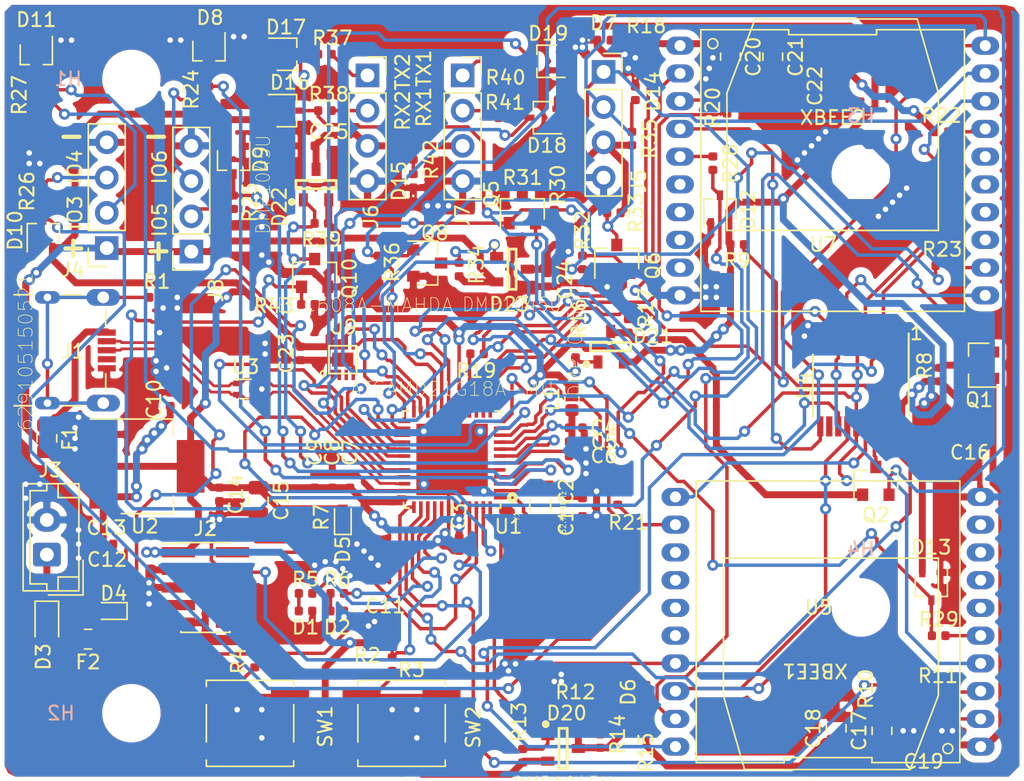
<source format=kicad_pcb>
(kicad_pcb (version 20171130) (host pcbnew "(5.1.2)-1")
  (title_block (title SAM21) (date 2019-08-15) (rev v1) (company "IoT Hive"))
  (layers (0 F.Cu signal) (31 B.Cu signal) (34 B.Paste user) (35 F.Paste user) (36 B.SilkS user) (37 F.SilkS user) (38 B.Mask user) (39 F.Mask user) (44 Edge.Cuts user))
  (net 0 "")
  (net 1 XTAL1)
  (net 2 GND)
  (net 3 XTAL2)
  (net 4 VDDCORE)
  (net 5 VDDANA)
  (net 6 "#RESET")
  (net 7 +5V)
  (net 8 XB1_VCC)
  (net 9 XB2_VCC)
  (net 10 I2C_VCC)
  (net 11 UART_VCC)
  (net 12 "Net-(D1-Pad2)")
  (net 13 "Net-(D2-Pad2)")
  (net 14 "Net-(D3-Pad2)")
  (net 15 "Net-(D3-Pad1)")
  (net 16 "Net-(D6-Pad2)")
  (net 17 "Net-(D7-Pad2)")
  (net 18 D6_IO63.3B)
  (net 19 D5_IO53.3B)
  (net 20 D4_IO43.3B)
  (net 21 D3_IO33.3B)
  (net 22 D2_IO23.3B)
  (net 23 D1_IO13.3B)
  (net 24 "Net-(D14-Pad2)")
  (net 25 "Net-(D15-Pad2)")
  (net 26 "Net-(D22-Pad1)")
  (net 27 "Net-(D23-Pad1)")
  (net 28 VBUS)
  (net 29 "Net-(J1-PadSHELL)")
  (net 30 USB_D_P)
  (net 31 USB_D_N)
  (net 32 SWCLK)
  (net 33 SWDIO)
  (net 34 IO4)
  (net 35 IO3)
  (net 36 I2C_SDA)
  (net 37 I2C_SCL)
  (net 38 "Net-(J6-Pad2)")
  (net 39 "Net-(J6-Pad1)")
  (net 40 "Net-(J7-Pad2)")
  (net 41 "Net-(J7-Pad1)")
  (net 42 IO6)
  (net 43 IO5)
  (net 44 1A1)
  (net 45 "Net-(Q2-Pad3)")
  (net 46 "Net-(R3-Pad2)")
  (net 47 D0_SW)
  (net 48 "Net-(R4-Pad1)")
  (net 49 D7_STATUS_RED)
  (net 50 "Net-(R10-Pad1)")
  (net 51 "Net-(R11-Pad1)")
  (net 52 XB1_CS)
  (net 53 "Net-(R19-Pad1)")
  (net 54 "Net-(R20-Pad1)")
  (net 55 "Net-(R21-Pad2)")
  (net 56 XB2_CS)
  (net 57 "Net-(R23-Pad2)")
  (net 58 IO2)
  (net 59 IO1)
  (net 60 D22_XB1_PWR2.5A)
  (net 61 D9_UART_PWR3.1D)
  (net 62 D8_STATUS_GREEN)
  (net 63 D26_RX_XB12.2B)
  (net 64 D25_TX_XB12.2B)
  (net 65 D11_RX13.2C)
  (net 66 D10_TX13.2C)
  (net 67 D24_INT_XB12.4B)
  (net 68 D21_MISO2.3A)
  (net 69 D23_CS_XB12.2A)
  (net 70 D19_MOSI2.2A)
  (net 71 D29_INT_XB22.4D)
  (net 72 D28_CS_XB22.2C)
  (net 73 D18_SCL_IMU4.3B)
  (net 74 D17_SDA_IMU4.3B)
  (net 75 D14_I2C_PWR3.5B)
  (net 76 D27_XB2_PWR2.5B)
  (net 77 D31_RX_XB22.2C)
  (net 78 D30_TX_XB22.2C)
  (net 79 D16_SCL3.5B)
  (net 80 D15_SDA3.5B)
  (net 81 D13_RX23.3C)
  (net 82 D12_TX23.3C)
  (net 83 XB1_MOSI)
  (net 84 XB1_SCK)
  (net 85 XB2_MISO)
  (net 86 XB1_MISO)
  (net 87 XB2_MOSI)
  (net 88 XB2_SCK)
  (net 89 "Net-(U5-Pad9)")
  (net 90 "Net-(U5-Pad8)")
  (net 91 "Net-(U5-Pad13)")
  (net 92 "Net-(U5-Pad7)")
  (net 93 "Net-(U5-Pad14)")
  (net 94 "Net-(U5-Pad6)")
  (net 95 "Net-(U5-Pad15)")
  (net 96 "Net-(U5-Pad16)")
  (net 97 "Net-(U7-Pad9)")
  (net 98 "Net-(U7-Pad8)")
  (net 99 "Net-(U7-Pad13)")
  (net 100 "Net-(U7-Pad7)")
  (net 101 "Net-(U7-Pad14)")
  (net 102 "Net-(U7-Pad6)")
  (net 103 "Net-(U7-Pad15)")
  (net 104 "Net-(U7-Pad16)")
  (net 105 "Net-(U9-Pad7)")
  (net 106 "Net-(U9-Pad3)")
  (net 107 "Net-(U9-Pad2)")
  (net 108 "Net-(U9-Pad1)")
  (net 109 "Net-(J1-Pad4)")
  (net 110 "Net-(J2-Pad8)")
  (net 111 "Net-(J2-Pad7)")
  (net 112 "Net-(J2-Pad6)")
  (net 113 D20_SCK2.2A)
  (net 114 D21_MISO2.2A)
  (module XBEE:XBEE (layer F.Cu) (at 166.878 81.026 270)
    (fp_text reference U7 (at 5.334 0.684) (layer F.SilkS))
    (fp_text value XBEE)
    (pad 10 thru_hole oval (at 9 11 270) (size 1.3 2) (drill 0.8) (layers *.Cu *.Mask) (net 2 GND))
    (pad 11 thru_hole oval (at 9 -11 270) (size 1.3 2) (drill 0.8) (layers *.Cu *.Mask) (net 87 XB2_MOSI))
    (pad 9 thru_hole oval (at 7 11 270) (size 1.3 2) (drill 0.8) (layers *.Cu *.Mask) (net 97 "Net-(U7-Pad9)"))
    (pad 12 thru_hole oval (at 7 -11 270) (size 1.3 2) (drill 0.8) (layers *.Cu *.Mask) (net 57 "Net-(R23-Pad2)"))
    (pad 8 thru_hole oval (at 5 11 270) (size 1.3 2) (drill 0.8) (layers *.Cu *.Mask) (net 98 "Net-(U7-Pad8)"))
    (pad 13 thru_hole oval (at 5 -11 270) (size 1.3 2) (drill 0.8) (layers *.Cu *.Mask) (net 99 "Net-(U7-Pad13)"))
    (pad 7 thru_hole oval (at 3 11 270) (size 1.3 2) (drill 0.8) (layers *.Cu *.Mask) (net 100 "Net-(U7-Pad7)"))
    (pad 14 thru_hole oval (at 3 -11 270) (size 1.3 2) (drill 0.8) (layers *.Cu *.Mask) (net 101 "Net-(U7-Pad14)"))
    (pad 6 thru_hole oval (at 1 11 270) (size 1.3 2) (drill 0.8) (layers *.Cu *.Mask) (net 102 "Net-(U7-Pad6)"))
    (pad 15 thru_hole oval (at 1 -11 270) (size 1.3 2) (drill 0.8) (layers *.Cu *.Mask) (net 103 "Net-(U7-Pad15)"))
    (pad 5 thru_hole oval (at -1 11 270) (size 1.3 2) (drill 0.8) (layers *.Cu *.Mask) (net 58 IO2))
    (pad 16 thru_hole oval (at -1 -11 270) (size 1.3 2) (drill 0.8) (layers *.Cu *.Mask) (net 104 "Net-(U7-Pad16)"))
    (pad 4 thru_hole oval (at -3 11 270) (size 1.3 2) (drill 0.8) (layers *.Cu *.Mask) (net 85 XB2_MISO))
    (pad 17 thru_hole oval (at -3 -11 270) (size 1.3 2) (drill 0.8) (layers *.Cu *.Mask) (net 56 XB2_CS))
    (pad 3 thru_hole oval (at -5 11 270) (size 1.3 2) (drill 0.8) (layers *.Cu *.Mask) (net 54 "Net-(R20-Pad1)"))
    (pad 18 thru_hole oval (at -5 -11 270) (size 1.3 2) (drill 0.8) (layers *.Cu *.Mask) (net 88 XB2_SCK))
    (pad 2 thru_hole oval (at -7 11 270) (size 1.3 2) (drill 0.8) (layers *.Cu *.Mask) (net 53 "Net-(R19-Pad1)"))
    (pad 19 thru_hole oval (at -7 -11 270) (size 1.3 2) (drill 0.8) (layers *.Cu *.Mask) (net 37 I2C_SCL))
    (pad 1 thru_hole oval (at -9 11 270) (size 1.3 2) (drill 0.8) (layers *.Cu *.Mask) (net 9 XB2_VCC))
    (pad 20 thru_hole oval (at -9 -11 270) (size 1.3 2) (drill 0.8) (layers *.Cu *.Mask) (net 36 I2C_SDA))
  )
  (module MountingHole:MountingHole_3.2mm_M3 (layer F.Cu) (at 168.91 81.28)
    (fp_text reference H3 (at 0 -4.2) (layer B.SilkS) (effects (justify mirror)))
    (fp_text value MountingHole)
    (pad 1 np_thru_hole circle (at 0 0) (size 3.2 3.2) (drill 3.2) (layers *.Cu *.Mask))
  )
  (module Connector_JST:JST_EH_B2B-EH-A_1x02_P2.50mm_Vertical (layer F.Cu) (at 110.236 108.712 90)
    (fp_text reference J3 (at 6.096 0.254 180) (layer F.SilkS))
    (fp_text value Conn_01x02_Male)
    (pad 2 thru_hole oval (at 2.5 0 90) (size 1.7 2) (drill 1) (layers *.Cu *.Mask) (net 2 GND))
    (pad 1 thru_hole roundrect (at 0 0 90) (size 1.7 2) (drill 1) (layers *.Cu *.Mask) (roundrect_rratio 0.147059) (net 15 "Net-(D3-Pad1)"))
  )
  (module Package_SO:TSSOP-20_4.4x6.5mm_P0.65mm (layer F.Cu) (at 168.91 96.52 270)
    (fp_text reference U4 (at 0 4.064 90) (layer F.SilkS))
    (fp_text value 74lvc244)
    (pad 20 smd rect (at 2.95 -2.925 270) (size 1.45 0.45) (layers F.Cu F.Paste F.Mask) (net 4 VDDCORE))
    (pad 19 smd rect (at 2.95 -2.275 270) (size 1.45 0.45) (layers F.Cu F.Paste F.Mask) (net 45 "Net-(Q2-Pad3)"))
    (pad 18 smd rect (at 2.95 -1.625 270) (size 1.45 0.45) (layers F.Cu F.Paste F.Mask) (net 52 XB1_CS))
    (pad 17 smd rect (at 2.95 -0.975 270) (size 1.45 0.45) (layers F.Cu F.Paste F.Mask) (net 45 "Net-(Q2-Pad3)"))
    (pad 16 smd rect (at 2.95 -0.325 270) (size 1.45 0.45) (layers F.Cu F.Paste F.Mask) (net 83 XB1_MOSI))
    (pad 15 smd rect (at 2.95 0.325 270) (size 1.45 0.45) (layers F.Cu F.Paste F.Mask) (net 113 D20_SCK2.2A))
    (pad 14 smd rect (at 2.95 0.975 270) (size 1.45 0.45) (layers F.Cu F.Paste F.Mask) (net 84 XB1_SCK))
    (pad 13 smd rect (at 2.95 1.625 270) (size 1.45 0.45) (layers F.Cu F.Paste F.Mask) (net 70 D19_MOSI2.2A))
    (pad 12 smd rect (at 2.95 2.275 270) (size 1.45 0.45) (layers F.Cu F.Paste F.Mask) (net 114 D21_MISO2.2A))
    (pad 11 smd rect (at 2.95 2.925 270) (size 1.45 0.45) (layers F.Cu F.Paste F.Mask) (net 85 XB2_MISO))
    (pad 10 smd rect (at -2.95 2.925 270) (size 1.45 0.45) (layers F.Cu F.Paste F.Mask) (net 2 GND))
    (pad 9 smd rect (at -2.95 2.275 270) (size 1.45 0.45) (layers F.Cu F.Paste F.Mask) (net 68 D21_MISO2.3A))
    (pad 8 smd rect (at -2.95 1.625 270) (size 1.45 0.45) (layers F.Cu F.Paste F.Mask) (net 86 XB1_MISO))
    (pad 7 smd rect (at -2.95 0.975 270) (size 1.45 0.45) (layers F.Cu F.Paste F.Mask) (net 87 XB2_MOSI))
    (pad 6 smd rect (at -2.95 0.325 270) (size 1.45 0.45) (layers F.Cu F.Paste F.Mask) (net 113 D20_SCK2.2A))
    (pad 5 smd rect (at -2.95 -0.325 270) (size 1.45 0.45) (layers F.Cu F.Paste F.Mask) (net 88 XB2_SCK))
    (pad 4 smd rect (at -2.95 -0.975 270) (size 1.45 0.45) (layers F.Cu F.Paste F.Mask) (net 70 D19_MOSI2.2A))
    (pad 3 smd rect (at -2.95 -1.625 270) (size 1.45 0.45) (layers F.Cu F.Paste F.Mask) (net 56 XB2_CS))
    (pad 2 smd rect (at -2.95 -2.275 270) (size 1.45 0.45) (layers F.Cu F.Paste F.Mask) (net 44 1A1))
    (pad 1 smd rect (at -2.95 -2.925 270) (size 1.45 0.45) (layers F.Cu F.Paste F.Mask) (net 44 1A1))
  )
  (module ECS-.327-12.5-34B-TR:XTAL_ECS-.327-12.5-34B-TR (layer F.Cu) (at 145.796 105.176 90)
    (fp_text reference Y1 (at -0.780342 -1.70813 90) (layer F.SilkS) (effects (font (size 0.394889 0.394889) (thickness 0.05))))
    (fp_text value 32.768kHz (at -0.500975 1.66625 90) (layer F.SilkS) (effects (font (size 0.394471 0.394471) (thickness 0.05))))
    (pad 2 smd rect (at 1.25 0 270) (size 1.1 1.9) (layers F.Cu F.Paste F.Mask) (net 3 XTAL2))
    (pad 1 smd rect (at -1.25 0 270) (size 1.1 1.9) (layers F.Cu F.Paste F.Mask) (net 1 XTAL1))
  )
  (module microusb:microusb (layer F.Cu) (at 113.03 93.98 270)
    (fp_text reference J1 (at 0.0762 0.9144 180) (layer F.SilkS))
    (fp_text value 629105150521 (at 0.1234 4.318 90) (layer F.SilkS) (effects (font (thickness 0.05))))
    (pad SHELL3 thru_hole oval (at 3.81 2.75) (size 1.8 0.9) (drill 0.55) (layers *.Cu *.Mask) (net 29 "Net-(J1-PadSHELL)"))
    (pad SHELL2 thru_hole oval (at -3.81 2.75) (size 1.8 0.9) (drill 0.55) (layers *.Cu *.Mask) (net 29 "Net-(J1-PadSHELL)"))
    (pad SHELL1 thru_hole oval (at 3.81 -1.27) (size 2.4 1.2) (drill 0.85) (layers *.Cu *.Mask) (net 29 "Net-(J1-PadSHELL)"))
    (pad SHELL thru_hole oval (at -3.81 -1.27) (size 2.4 1.2) (drill 0.85) (layers *.Cu *.Mask) (net 29 "Net-(J1-PadSHELL)"))
    (pad 5 smd rect (at 1.3 -1.524 270) (size 0.45 1.3) (layers F.Cu F.Paste F.Mask) (net 2 GND))
    (pad 4 smd rect (at 0.65 -1.524 270) (size 0.45 1.3) (layers F.Cu F.Paste F.Mask) (net 109 "Net-(J1-Pad4)"))
    (pad 3 smd rect (at 0 -1.524 270) (size 0.45 1.3) (layers F.Cu F.Paste F.Mask) (net 30 USB_D_P))
    (pad 2 smd rect (at -0.65 -1.524 270) (size 0.45 1.3) (layers F.Cu F.Paste F.Mask) (net 31 USB_D_N))
    (pad 1 smd rect (at -1.27 -1.524 270) (size 0.45 1.3) (layers F.Cu F.Paste F.Mask) (net 28 VBUS))
  )
  (module DMP1045U:SOT92P240X110-3N (layer F.Cu) (at 150.876 93.726 90)
    (fp_text reference D21 (at 0.762 3.048 180) (layer F.SilkS))
    (fp_text value DMP1045U (at 0 -2.54 90) (layer F.SilkS) (effects (font (size 1 0.9) (thickness 0.05))))
    (pad 2 smd rect (at -1.1 0.915 90) (size 0.95 0.65) (layers F.Cu F.Paste F.Mask) (net 4 VDDCORE))
    (pad 3 smd rect (at 1.1 0 270) (size 0.95 0.65) (layers F.Cu F.Paste F.Mask) (net 9 XB2_VCC))
    (pad 1 smd rect (at -1.1 -0.915 90) (size 0.95 0.65) (layers F.Cu F.Paste F.Mask) (net 76 D27_XB2_PWR2.5B))
  )
  (module DMP1045U:SOT92P240X110-3N (layer F.Cu) (at 129.641 82.042 90)
    (fp_text reference D22 (at -1.608 -2.641 270) (layer F.SilkS))
    (fp_text value DMP1045U (at 0 -3.81 270) (layer F.SilkS) (effects (font (size 1 0.9) (thickness 0.05))))
    (pad 2 smd rect (at -1.1 0.915 90) (size 0.95 0.65) (layers F.Cu F.Paste F.Mask) (net 7 +5V))
    (pad 3 smd rect (at 1.1 0 270) (size 0.95 0.65) (layers F.Cu F.Paste F.Mask) (net 11 UART_VCC))
    (pad 1 smd rect (at -1.1 -0.915 90) (size 0.95 0.65) (layers F.Cu F.Paste F.Mask) (net 26 "Net-(D22-Pad1)"))
  )
  (module DMP1045U:SOT92P240X110-3N (layer F.Cu) (at 147.447 122.682)
    (fp_text reference D20 (at 0.254 -2.54) (layer F.SilkS))
    (fp_text value DMP1045U (at 0 2.54) (layer F.SilkS) (effects (font (size 1 0.9) (thickness 0.05))))
    (pad 2 smd rect (at -1.1 0.915) (size 0.95 0.65) (layers F.Cu F.Paste F.Mask) (net 4 VDDCORE))
    (pad 3 smd rect (at 1.1 0 180) (size 0.95 0.65) (layers F.Cu F.Paste F.Mask) (net 8 XB1_VCC))
    (pad 1 smd rect (at -1.1 -0.915) (size 0.95 0.65) (layers F.Cu F.Paste F.Mask) (net 60 D22_XB1_PWR2.5A))
  )
  (module DMP1045U:SOT92P240X110-3N (layer F.Cu) (at 143.764 88.138)
    (fp_text reference D23 (at -0.17 2.54) (layer F.SilkS))
    (fp_text value DMP1045U (at 0 2.54) (layer F.SilkS) (effects (font (size 1 0.9) (thickness 0.05))))
    (pad 2 smd rect (at -1.1 0.915) (size 0.95 0.65) (layers F.Cu F.Paste F.Mask) (net 7 +5V))
    (pad 3 smd rect (at 1.1 0 180) (size 0.95 0.65) (layers F.Cu F.Paste F.Mask) (net 10 I2C_VCC))
    (pad 1 smd rect (at -1.1 -0.915) (size 0.95 0.65) (layers F.Cu F.Paste F.Mask) (net 27 "Net-(D23-Pad1)"))
  )
  (module ATSAMD21G18A-MU:QFN50P700X700X90-49N (layer F.Cu) (at 139.446 101.854 180)
    (fp_text reference U1 (at -4.064 -4.826) (layer F.SilkS) (effects (font (size 1.00333 1.00333))))
    (fp_text value ATSAMD21G18A-MU (at 0 5.08) (layer F.SilkS) (effects (font (size 1.00446 1.00446) (thickness 0.05))))
    (pad 48 smd rect (at -2.75 -3.435 90) (size 0.84 0.26) (layers F.Cu F.Paste F.Mask) (net 60 D22_XB1_PWR2.5A))
    (pad 47 smd rect (at -2.25 -3.435 90) (size 0.84 0.26) (layers F.Cu F.Paste F.Mask) (net 61 D9_UART_PWR3.1D))
    (pad 46 smd rect (at -1.75 -3.435 90) (size 0.84 0.26) (layers F.Cu F.Paste F.Mask) (net 33 SWDIO))
    (pad 45 smd rect (at -1.25 -3.435 90) (size 0.84 0.26) (layers F.Cu F.Paste F.Mask) (net 32 SWCLK))
    (pad 44 smd rect (at -0.75 -3.435 90) (size 0.84 0.26) (layers F.Cu F.Paste F.Mask) (net 4 VDDCORE))
    (pad 43 smd rect (at -0.25 -3.435 90) (size 0.84 0.26) (layers F.Cu F.Paste F.Mask) (net 4 VDDCORE))
    (pad 42 smd rect (at 0.25 -3.435 90) (size 0.84 0.26) (layers F.Cu F.Paste F.Mask) (net 2 GND))
    (pad 41 smd rect (at 0.75 -3.435 90) (size 0.84 0.26) (layers F.Cu F.Paste F.Mask) (net 62 D8_STATUS_GREEN))
    (pad 40 smd rect (at 1.25 -3.435 90) (size 0.84 0.26) (layers F.Cu F.Paste F.Mask) (net 6 "#RESET"))
    (pad 39 smd rect (at 1.75 -3.435 90) (size 0.84 0.26) (layers F.Cu F.Paste F.Mask) (net 49 D7_STATUS_RED))
    (pad 38 smd rect (at 2.25 -3.435 90) (size 0.84 0.26) (layers F.Cu F.Paste F.Mask) (net 63 D26_RX_XB12.2B))
    (pad 37 smd rect (at 2.75 -3.435 90) (size 0.84 0.26) (layers F.Cu F.Paste F.Mask) (net 64 D25_TX_XB12.2B))
    (pad 36 smd rect (at 3.435 -2.75) (size 0.84 0.26) (layers F.Cu F.Paste F.Mask) (net 4 VDDCORE))
    (pad 35 smd rect (at 3.435 -2.25) (size 0.84 0.26) (layers F.Cu F.Paste F.Mask) (net 2 GND))
    (pad 34 smd rect (at 3.435 -1.75) (size 0.84 0.26) (layers F.Cu F.Paste F.Mask) (net 30 USB_D_P))
    (pad 33 smd rect (at 3.435 -1.25) (size 0.84 0.26) (layers F.Cu F.Paste F.Mask) (net 31 USB_D_N))
    (pad 32 smd rect (at 3.435 -0.75) (size 0.84 0.26) (layers F.Cu F.Paste F.Mask) (net 65 D11_RX13.2C))
    (pad 31 smd rect (at 3.435 -0.25) (size 0.84 0.26) (layers F.Cu F.Paste F.Mask) (net 66 D10_TX13.2C))
    (pad 30 smd rect (at 3.435 0.25) (size 0.84 0.26) (layers F.Cu F.Paste F.Mask) (net 67 D24_INT_XB12.4B))
    (pad 29 smd rect (at 3.435 0.75) (size 0.84 0.26) (layers F.Cu F.Paste F.Mask) (net 47 D0_SW))
    (pad 28 smd rect (at 3.435 1.25) (size 0.84 0.26) (layers F.Cu F.Paste F.Mask) (net 68 D21_MISO2.3A))
    (pad 27 smd rect (at 3.435 1.75) (size 0.84 0.26) (layers F.Cu F.Paste F.Mask) (net 69 D23_CS_XB12.2A))
    (pad 26 smd rect (at 3.435 2.25) (size 0.84 0.26) (layers F.Cu F.Paste F.Mask) (net 113 D20_SCK2.2A))
    (pad 25 smd rect (at 3.435 2.75) (size 0.84 0.26) (layers F.Cu F.Paste F.Mask) (net 70 D19_MOSI2.2A))
    (pad 24 smd rect (at 2.75 3.435 270) (size 0.84 0.26) (layers F.Cu F.Paste F.Mask) (net 71 D29_INT_XB22.4D))
    (pad 23 smd rect (at 2.25 3.435 270) (size 0.84 0.26) (layers F.Cu F.Paste F.Mask) (net 72 D28_CS_XB22.2C))
    (pad 22 smd rect (at 1.75 3.435 270) (size 0.84 0.26) (layers F.Cu F.Paste F.Mask) (net 73 D18_SCL_IMU4.3B))
    (pad 21 smd rect (at 1.25 3.435 270) (size 0.84 0.26) (layers F.Cu F.Paste F.Mask) (net 74 D17_SDA_IMU4.3B))
    (pad 20 smd rect (at 0.75 3.435 270) (size 0.84 0.26) (layers F.Cu F.Paste F.Mask) (net 75 D14_I2C_PWR3.5B))
    (pad 19 smd rect (at 0.25 3.435 270) (size 0.84 0.26) (layers F.Cu F.Paste F.Mask) (net 76 D27_XB2_PWR2.5B))
    (pad 18 smd rect (at -0.25 3.435 270) (size 0.84 0.26) (layers F.Cu F.Paste F.Mask) (net 2 GND))
    (pad 17 smd rect (at -0.75 3.435 270) (size 0.84 0.26) (layers F.Cu F.Paste F.Mask) (net 4 VDDCORE))
    (pad 16 smd rect (at -1.25 3.435 270) (size 0.84 0.26) (layers F.Cu F.Paste F.Mask) (net 77 D31_RX_XB22.2C))
    (pad 15 smd rect (at -1.75 3.435 270) (size 0.84 0.26) (layers F.Cu F.Paste F.Mask) (net 78 D30_TX_XB22.2C))
    (pad 14 smd rect (at -2.25 3.435 270) (size 0.84 0.26) (layers F.Cu F.Paste F.Mask) (net 79 D16_SCL3.5B))
    (pad 13 smd rect (at -2.75 3.435 270) (size 0.84 0.26) (layers F.Cu F.Paste F.Mask) (net 80 D15_SDA3.5B))
    (pad 12 smd rect (at -3.435 2.75 180) (size 0.84 0.26) (layers F.Cu F.Paste F.Mask) (net 20 D4_IO43.3B))
    (pad 11 smd rect (at -3.435 2.25 180) (size 0.84 0.26) (layers F.Cu F.Paste F.Mask) (net 21 D3_IO33.3B))
    (pad 10 smd rect (at -3.435 1.75 180) (size 0.84 0.26) (layers F.Cu F.Paste F.Mask) (net 22 D2_IO23.3B))
    (pad 9 smd rect (at -3.435 1.25 180) (size 0.84 0.26) (layers F.Cu F.Paste F.Mask) (net 23 D1_IO13.3B))
    (pad 8 smd rect (at -3.435 0.75 180) (size 0.84 0.26) (layers F.Cu F.Paste F.Mask) (net 81 D13_RX23.3C))
    (pad 7 smd rect (at -3.435 0.25 180) (size 0.84 0.26) (layers F.Cu F.Paste F.Mask) (net 82 D12_TX23.3C))
    (pad 6 smd rect (at -3.435 -0.25 180) (size 0.84 0.26) (layers F.Cu F.Paste F.Mask) (net 5 VDDANA))
    (pad 5 smd rect (at -3.435 -0.75 180) (size 0.84 0.26) (layers F.Cu F.Paste F.Mask) (net 2 GND))
    (pad 4 smd rect (at -3.435 -1.25 180) (size 0.84 0.26) (layers F.Cu F.Paste F.Mask) (net 19 D5_IO53.3B))
    (pad 3 smd rect (at -3.435 -1.75 180) (size 0.84 0.26) (layers F.Cu F.Paste F.Mask) (net 18 D6_IO63.3B))
    (pad 2 smd rect (at -3.435 -2.25 180) (size 0.84 0.26) (layers F.Cu F.Paste F.Mask) (net 3 XTAL2))
    (pad 1 smd rect (at -3.435 -2.75 180) (size 0.84 0.26) (layers F.Cu F.Paste F.Mask) (net 1 XTAL1))
    (pad 49 smd rect (at 0 0 180) (size 5.15 5.15) (layers F.Cu F.Paste F.Mask) (net 2 GND))
  )
  (module Connector_PinHeader_1.27mm:PinHeader_2x05_P1.27mm_Vertical_SMD (layer F.Cu) (at 121.666 111.08)
    (fp_text reference J2 (at 0 -4.235) (layer F.SilkS))
    (fp_text value Conn_ARM_JTAG_SWD_10)
    (pad 10 smd rect (at 1.95 2.54) (size 2.4 0.74) (layers F.Cu F.Paste F.Mask) (net 6 "#RESET"))
    (pad 9 smd rect (at -1.95 2.54) (size 2.4 0.74) (layers F.Cu F.Paste F.Mask) (net 2 GND))
    (pad 8 smd rect (at 1.95 1.27) (size 2.4 0.74) (layers F.Cu F.Paste F.Mask) (net 110 "Net-(J2-Pad8)"))
    (pad 7 smd rect (at -1.95 1.27) (size 2.4 0.74) (layers F.Cu F.Paste F.Mask) (net 111 "Net-(J2-Pad7)"))
    (pad 6 smd rect (at 1.95 0) (size 2.4 0.74) (layers F.Cu F.Paste F.Mask) (net 112 "Net-(J2-Pad6)"))
    (pad 5 smd rect (at -1.95 0) (size 2.4 0.74) (layers F.Cu F.Paste F.Mask) (net 2 GND))
    (pad 4 smd rect (at 1.95 -1.27) (size 2.4 0.74) (layers F.Cu F.Paste F.Mask) (net 32 SWCLK))
    (pad 3 smd rect (at -1.95 -1.27) (size 2.4 0.74) (layers F.Cu F.Paste F.Mask) (net 2 GND))
    (pad 2 smd rect (at 1.95 -2.54) (size 2.4 0.74) (layers F.Cu F.Paste F.Mask) (net 33 SWDIO))
    (pad 1 smd rect (at -1.95 -2.54) (size 2.4 0.74) (layers F.Cu F.Paste F.Mask) (net 4 VDDCORE))
  )
  (module MountingHole:MountingHole_3.2mm_M3 (layer F.Cu) (at 168.91 112.522)
    (fp_text reference H4 (at 0 -4.2) (layer B.SilkS) (effects (justify mirror)))
    (fp_text value MountingHole)
    (pad 1 np_thru_hole circle (at 0 0) (size 3.2 3.2) (drill 3.2) (layers *.Cu *.Mask))
  )
  (module MountingHole:MountingHole_3.2mm_M3 (layer F.Cu) (at 116.332 120.142)
    (fp_text reference H2 (at -5.08 0) (layer B.SilkS) (effects (justify mirror)))
    (fp_text value MountingHole)
    (pad 1 np_thru_hole circle (at 0 0) (size 3.2 3.2) (drill 3.2) (layers *.Cu *.Mask))
  )
  (module MountingHole:MountingHole_3.2mm_M3 (layer F.Cu) (at 116.332 74.422)
    (fp_text reference H1 (at -4.572 0) (layer B.SilkS) (effects (justify mirror)))
    (fp_text value MountingHole)
    (pad 1 np_thru_hole circle (at 0 0) (size 3.2 3.2) (drill 3.2) (layers *.Cu *.Mask))
  )
  (module Button_Switch_SMD:SW_SPST_EVPBF (layer F.Cu) (at 135.804 120.872 180)
    (fp_text reference SW2 (at -5.166 -0.286 270) (layer F.SilkS))
    (fp_text value SW_Push)
    (pad 2 smd rect (at 2.88 2 180) (size 2.75 1) (layers F.Cu F.Paste F.Mask) (net 46 "Net-(R3-Pad2)"))
    (pad 2 smd rect (at -2.88 2 180) (size 2.75 1) (layers F.Cu F.Paste F.Mask) (net 46 "Net-(R3-Pad2)"))
    (pad 1 smd rect (at -2.88 -2 180) (size 2.75 1) (layers F.Cu F.Paste F.Mask) (net 2 GND))
    (pad 1 smd rect (at 2.88 -2 180) (size 2.75 1) (layers F.Cu F.Paste F.Mask) (net 2 GND))
  )
  (module Button_Switch_SMD:SW_SPST_EVPBF (layer F.Cu) (at 124.882 120.872)
    (fp_text reference SW1 (at 5.42 0.222 270) (layer F.SilkS))
    (fp_text value SW_Push)
    (pad 2 smd rect (at 2.88 2) (size 2.75 1) (layers F.Cu F.Paste F.Mask) (net 2 GND))
    (pad 2 smd rect (at -2.88 2) (size 2.75 1) (layers F.Cu F.Paste F.Mask) (net 2 GND))
    (pad 1 smd rect (at -2.88 -2) (size 2.75 1) (layers F.Cu F.Paste F.Mask) (net 48 "Net-(R4-Pad1)"))
    (pad 1 smd rect (at 2.88 -2) (size 2.75 1) (layers F.Cu F.Paste F.Mask) (net 48 "Net-(R4-Pad1)"))
  )
  (module UDFN-8:UDFN-8 (layer F.Cu) (at 131.568 94.658)
    (fp_text reference U9 (at 0.0294 -2.3544) (layer F.SilkS))
    (fp_text value ATECC608A-MAHDA (at 0.775 -3.935) (layer F.SilkS) (effects (font (thickness 0.05))))
    (pad THERM smd rect (at 0 0) (size 1.524 1.016) (layers F.Cu F.Paste F.Mask) (net 2 GND))
    (pad 8 smd rect (at -0.75 -1.1 90) (size 0.75 0.25) (layers F.Cu F.Paste F.Mask) (net 4 VDDCORE))
    (pad 7 smd rect (at -0.25 -1.1 90) (size 0.75 0.25) (layers F.Cu F.Paste F.Mask) (net 105 "Net-(U9-Pad7)"))
    (pad 6 smd rect (at 0.25 -1.1 90) (size 0.75 0.25) (layers F.Cu F.Paste F.Mask) (net 73 D18_SCL_IMU4.3B))
    (pad 5 smd rect (at 0.75 -1.1 90) (size 0.75 0.25) (layers F.Cu F.Paste F.Mask) (net 74 D17_SDA_IMU4.3B))
    (pad 4 smd rect (at 0.75 1.1 90) (size 0.75 0.25) (layers F.Cu F.Paste F.Mask) (net 2 GND))
    (pad 3 smd rect (at 0.25 1.1 90) (size 0.75 0.25) (layers F.Cu F.Paste F.Mask) (net 106 "Net-(U9-Pad3)"))
    (pad 2 smd rect (at -0.25 1.1 90) (size 0.75 0.25) (layers F.Cu F.Paste F.Mask) (net 107 "Net-(U9-Pad2)"))
    (pad 1 smd rect (at -0.75 1.1 90) (size 0.75 0.25) (layers F.Cu F.Paste F.Mask) (net 108 "Net-(U9-Pad1)"))
  )
  (module XBEE:XBEE (layer F.Cu) (at 166.546 113.554 90)
    (fp_text reference U5 (at 1.032 -0.684) (layer F.SilkS))
    (fp_text value XBEE)
    (pad 10 thru_hole oval (at 9 11 90) (size 1.3 2) (drill 0.8) (layers *.Cu *.Mask) (net 2 GND))
    (pad 11 thru_hole oval (at 9 -11 90) (size 1.3 2) (drill 0.8) (layers *.Cu *.Mask) (net 83 XB1_MOSI))
    (pad 9 thru_hole oval (at 7 11 90) (size 1.3 2) (drill 0.8) (layers *.Cu *.Mask) (net 89 "Net-(U5-Pad9)"))
    (pad 12 thru_hole oval (at 7 -11 90) (size 1.3 2) (drill 0.8) (layers *.Cu *.Mask) (net 55 "Net-(R21-Pad2)"))
    (pad 8 thru_hole oval (at 5 11 90) (size 1.3 2) (drill 0.8) (layers *.Cu *.Mask) (net 90 "Net-(U5-Pad8)"))
    (pad 13 thru_hole oval (at 5 -11 90) (size 1.3 2) (drill 0.8) (layers *.Cu *.Mask) (net 91 "Net-(U5-Pad13)"))
    (pad 7 thru_hole oval (at 3 11 90) (size 1.3 2) (drill 0.8) (layers *.Cu *.Mask) (net 92 "Net-(U5-Pad7)"))
    (pad 14 thru_hole oval (at 3 -11 90) (size 1.3 2) (drill 0.8) (layers *.Cu *.Mask) (net 93 "Net-(U5-Pad14)"))
    (pad 6 thru_hole oval (at 1 11 90) (size 1.3 2) (drill 0.8) (layers *.Cu *.Mask) (net 94 "Net-(U5-Pad6)"))
    (pad 15 thru_hole oval (at 1 -11 90) (size 1.3 2) (drill 0.8) (layers *.Cu *.Mask) (net 95 "Net-(U5-Pad15)"))
    (pad 5 thru_hole oval (at -1 11 90) (size 1.3 2) (drill 0.8) (layers *.Cu *.Mask) (net 59 IO1))
    (pad 16 thru_hole oval (at -1 -11 90) (size 1.3 2) (drill 0.8) (layers *.Cu *.Mask) (net 96 "Net-(U5-Pad16)"))
    (pad 4 thru_hole oval (at -3 11 90) (size 1.3 2) (drill 0.8) (layers *.Cu *.Mask) (net 86 XB1_MISO))
    (pad 17 thru_hole oval (at -3 -11 90) (size 1.3 2) (drill 0.8) (layers *.Cu *.Mask) (net 52 XB1_CS))
    (pad 3 thru_hole oval (at -5 11 90) (size 1.3 2) (drill 0.8) (layers *.Cu *.Mask) (net 51 "Net-(R11-Pad1)"))
    (pad 18 thru_hole oval (at -5 -11 90) (size 1.3 2) (drill 0.8) (layers *.Cu *.Mask) (net 84 XB1_SCK))
    (pad 2 thru_hole oval (at -7 11 90) (size 1.3 2) (drill 0.8) (layers *.Cu *.Mask) (net 50 "Net-(R10-Pad1)"))
    (pad 19 thru_hole oval (at -7 -11 90) (size 1.3 2) (drill 0.8) (layers *.Cu *.Mask) (net 37 I2C_SCL))
    (pad 1 thru_hole oval (at -9 11 90) (size 1.3 2) (drill 0.8) (layers *.Cu *.Mask) (net 8 XB1_VCC))
    (pad 20 thru_hole oval (at -9 -11 90) (size 1.3 2) (drill 0.8) (layers *.Cu *.Mask) (net 36 I2C_SDA))
  )
  (module Package_TO_SOT_SMD:SOT-723 (layer F.Cu) (at 124.46 96.774)
    (fp_text reference U3 (at 0.1 -1.6) (layer F.SilkS))
    (fp_text value ESD5V3U2U-03F)
    (pad 3 smd rect (at 0.575 0) (size 0.45 0.5) (layers F.Cu F.Paste F.Mask) (net 2 GND))
    (pad 2 smd rect (at -0.575 0.4) (size 0.45 0.4) (layers F.Cu F.Paste F.Mask) (net 30 USB_D_P))
    (pad 1 smd rect (at -0.575 -0.4) (size 0.45 0.4) (layers F.Cu F.Paste F.Mask) (net 31 USB_D_N))
  )
  (module Package_TO_SOT_SMD:SOT-223-3_TabPin2 (layer F.Cu) (at 117.45 102.348)
    (fp_text reference U2 (at -0.152 4.318) (layer F.SilkS))
    (fp_text value AP1117-33)
    (pad 1 smd rect (at -3.15 -2.3) (size 2 1.5) (layers F.Cu F.Paste F.Mask) (net 2 GND))
    (pad 3 smd rect (at -3.15 2.3) (size 2 1.5) (layers F.Cu F.Paste F.Mask) (net 7 +5V))
    (pad 2 smd rect (at -3.15 0) (size 2 1.5) (layers F.Cu F.Paste F.Mask) (net 4 VDDCORE))
    (pad 2 smd rect (at 3.15 0) (size 2 3.8) (layers F.Cu F.Paste F.Mask) (net 4 VDDCORE))
  )
  (module Resistor_SMD:R_0402_1005Metric (layer F.Cu) (at 129.055 90.678 180)
    (fp_text reference R43 (at 2.4614 -0.1016) (layer F.SilkS))
    (fp_text value 100kE)
    (pad 2 smd roundrect (at 0.485 0 180) (size 0.59 0.64) (layers F.Cu F.Paste F.Mask) (net 61 D9_UART_PWR3.1D))
    (pad 1 smd roundrect (at -0.485 0 180) (size 0.59 0.64) (layers F.Cu F.Paste F.Mask) (net 2 GND))
  )
  (module Resistor_SMD:R_0402_1005Metric (layer F.Cu) (at 136.652 79.756 270)
    (fp_text reference R42 (at 0.485 -1.27 90) (layer F.SilkS))
    (fp_text value 1kE)
    (pad 2 smd roundrect (at 0.485 0 270) (size 0.59 0.64) (layers F.Cu F.Paste F.Mask) (net 25 "Net-(D15-Pad2)"))
    (pad 1 smd roundrect (at -0.485 0 270) (size 0.59 0.64) (layers F.Cu F.Paste F.Mask) (net 11 UART_VCC))
  )
  (module Resistor_SMD:R_0402_1005Metric (layer F.Cu) (at 143.279 77.216 180)
    (fp_text reference R41 (at 0.023 1.0922) (layer F.SilkS))
    (fp_text value 330E)
    (pad 2 smd roundrect (at 0.485 0 180) (size 0.59 0.64) (layers F.Cu F.Paste F.Mask) (net 40 "Net-(J7-Pad2)"))
    (pad 1 smd roundrect (at -0.485 0 180) (size 0.59 0.64) (layers F.Cu F.Paste F.Mask) (net 65 D11_RX13.2C))
  )
  (module Resistor_SMD:R_0402_1005Metric (layer F.Cu) (at 143.533 73.152 180)
    (fp_text reference R40 (at 0.231 -1.17) (layer F.SilkS))
    (fp_text value 330E)
    (pad 2 smd roundrect (at 0.485 0 180) (size 0.59 0.64) (layers F.Cu F.Paste F.Mask) (net 41 "Net-(J7-Pad1)"))
    (pad 1 smd roundrect (at -0.485 0 180) (size 0.59 0.64) (layers F.Cu F.Paste F.Mask) (net 66 D10_TX13.2C))
  )
  (module Resistor_SMD:R_0402_1005Metric (layer F.Cu) (at 130.025 84.836 180)
    (fp_text reference R39 (at 0 -1.17) (layer F.SilkS))
    (fp_text value 100kE)
    (pad 2 smd roundrect (at 0.485 0 180) (size 0.59 0.64) (layers F.Cu F.Paste F.Mask) (net 26 "Net-(D22-Pad1)"))
    (pad 1 smd roundrect (at -0.485 0 180) (size 0.59 0.64) (layers F.Cu F.Paste F.Mask) (net 7 +5V))
  )
  (module Resistor_SMD:R_0402_1005Metric (layer F.Cu) (at 130.279 76.708)
    (fp_text reference R38 (at 0.277 -1.17) (layer F.SilkS))
    (fp_text value 330E)
    (pad 2 smd roundrect (at 0.485 0) (size 0.59 0.64) (layers F.Cu F.Paste F.Mask) (net 38 "Net-(J6-Pad2)"))
    (pad 1 smd roundrect (at -0.485 0) (size 0.59 0.64) (layers F.Cu F.Paste F.Mask) (net 81 D13_RX23.3C))
  )
  (module Resistor_SMD:R_0402_1005Metric (layer F.Cu) (at 130.279 72.644)
    (fp_text reference R37 (at 0.531 -1.17) (layer F.SilkS))
    (fp_text value 330E)
    (pad 2 smd roundrect (at 0.485 0) (size 0.59 0.64) (layers F.Cu F.Paste F.Mask) (net 39 "Net-(J6-Pad1)"))
    (pad 1 smd roundrect (at -0.485 0) (size 0.59 0.64) (layers F.Cu F.Paste F.Mask) (net 82 D12_TX23.3C))
  )
  (module Resistor_SMD:R_0402_1005Metric (layer F.Cu) (at 134.112 87.653 90)
    (fp_text reference R36 (at 0.023 1.016 90) (layer F.SilkS))
    (fp_text value 100kE)
    (pad 2 smd roundrect (at 0.485 0 90) (size 0.59 0.64) (layers F.Cu F.Paste F.Mask) (net 75 D14_I2C_PWR3.5B))
    (pad 1 smd roundrect (at -0.485 0 90) (size 0.59 0.64) (layers F.Cu F.Paste F.Mask) (net 2 GND))
  )
  (module Resistor_SMD:R_0402_1005Metric (layer F.Cu) (at 152.4 78.717 90)
    (fp_text reference R35 (at -0.023 1.27 90) (layer F.SilkS))
    (fp_text value 1kE)
    (pad 2 smd roundrect (at 0.485 0 90) (size 0.59 0.64) (layers F.Cu F.Paste F.Mask) (net 24 "Net-(D14-Pad2)"))
    (pad 1 smd roundrect (at -0.485 0 90) (size 0.59 0.64) (layers F.Cu F.Paste F.Mask) (net 10 I2C_VCC))
  )
  (module Resistor_SMD:R_0402_1005Metric (layer F.Cu) (at 139.954 88.161 90)
    (fp_text reference R34 (at 0.3786 1.2446 90) (layer F.SilkS))
    (fp_text value 100kE)
    (pad 2 smd roundrect (at 0.485 0 90) (size 0.59 0.64) (layers F.Cu F.Paste F.Mask) (net 27 "Net-(D23-Pad1)"))
    (pad 1 smd roundrect (at -0.485 0 90) (size 0.59 0.64) (layers F.Cu F.Paste F.Mask) (net 7 +5V))
  )
  (module Resistor_SMD:R_0402_1005Metric (layer F.Cu) (at 151.107 84.074 180)
    (fp_text reference R33 (at -1.5978 0 270) (layer F.SilkS))
    (fp_text value 4k7E)
    (pad 2 smd roundrect (at 0.485 0 180) (size 0.59 0.64) (layers F.Cu F.Paste F.Mask) (net 36 I2C_SDA))
    (pad 1 smd roundrect (at -0.485 0 180) (size 0.59 0.64) (layers F.Cu F.Paste F.Mask) (net 10 I2C_VCC))
  )
  (module Resistor_SMD:R_0402_1005Metric (layer F.Cu) (at 148.844 87.653 90)
    (fp_text reference R32 (at 2.309 0 90) (layer F.SilkS))
    (fp_text value 4k7E)
    (pad 2 smd roundrect (at 0.485 0 90) (size 0.59 0.64) (layers F.Cu F.Paste F.Mask) (net 80 D15_SDA3.5B))
    (pad 1 smd roundrect (at -0.485 0 90) (size 0.59 0.64) (layers F.Cu F.Paste F.Mask) (net 75 D14_I2C_PWR3.5B))
  )
  (module Resistor_SMD:R_0402_1005Metric (layer F.Cu) (at 145.011 80.518 180)
    (fp_text reference R31 (at 0.485 -1.016) (layer F.SilkS))
    (fp_text value 4k7E)
    (pad 2 smd roundrect (at 0.485 0 180) (size 0.59 0.64) (layers F.Cu F.Paste F.Mask) (net 37 I2C_SCL))
    (pad 1 smd roundrect (at -0.485 0 180) (size 0.59 0.64) (layers F.Cu F.Paste F.Mask) (net 10 I2C_VCC))
  )
  (module Resistor_SMD:R_0402_1005Metric (layer F.Cu) (at 146.812 84.351 270)
    (fp_text reference R30 (at -2.309 -0.254 90) (layer F.SilkS))
    (fp_text value 4k7E)
    (pad 2 smd roundrect (at 0.485 0 270) (size 0.59 0.64) (layers F.Cu F.Paste F.Mask) (net 79 D16_SCL3.5B))
    (pad 1 smd roundrect (at -0.485 0 270) (size 0.59 0.64) (layers F.Cu F.Paste F.Mask) (net 75 D14_I2C_PWR3.5B))
  )
  (module Resistor_SMD:R_0402_1005Metric (layer F.Cu) (at 174.521 114.554)
    (fp_text reference R29 (at 0 -1.17) (layer F.SilkS))
    (fp_text value 330E)
    (pad 2 smd roundrect (at 0.485 0) (size 0.59 0.64) (layers F.Cu F.Paste F.Mask) (net 59 IO1))
    (pad 1 smd roundrect (at -0.485 0) (size 0.59 0.64) (layers F.Cu F.Paste F.Mask) (net 23 D1_IO13.3B))
  )
  (module Resistor_SMD:R_0402_1005Metric (layer F.Cu) (at 158.242 80.495 90)
    (fp_text reference R28 (at -0.023 1.27 90) (layer F.SilkS))
    (fp_text value 330E)
    (pad 2 smd roundrect (at 0.485 0 90) (size 0.59 0.64) (layers F.Cu F.Paste F.Mask) (net 58 IO2))
    (pad 1 smd roundrect (at -0.485 0 90) (size 0.59 0.64) (layers F.Cu F.Paste F.Mask) (net 22 D2_IO23.3B))
  )
  (module Resistor_SMD:R_0402_1005Metric (layer F.Cu) (at 109.474 75.692 270)
    (fp_text reference R27 (at -0.1016 1.2192 90) (layer F.SilkS))
    (fp_text value 330E)
    (pad 2 smd roundrect (at 0.485 0 270) (size 0.59 0.64) (layers F.Cu F.Paste F.Mask) (net 35 IO3))
    (pad 1 smd roundrect (at -0.485 0 270) (size 0.59 0.64) (layers F.Cu F.Paste F.Mask) (net 21 D3_IO33.3B))
  )
  (module Resistor_SMD:R_0402_1005Metric (layer F.Cu) (at 109.982 82.527 90)
    (fp_text reference R26 (at 0 -1.17 90) (layer F.SilkS))
    (fp_text value 330E)
    (pad 2 smd roundrect (at 0.485 0 90) (size 0.59 0.64) (layers F.Cu F.Paste F.Mask) (net 34 IO4))
    (pad 1 smd roundrect (at -0.485 0 90) (size 0.59 0.64) (layers F.Cu F.Paste F.Mask) (net 20 D4_IO43.3B))
  )
  (module Resistor_SMD:R_0402_1005Metric (layer F.Cu) (at 123.698 83.312 270)
    (fp_text reference R25 (at 0 -1.17 90) (layer F.SilkS))
    (fp_text value 330E)
    (pad 2 smd roundrect (at 0.485 0 270) (size 0.59 0.64) (layers F.Cu F.Paste F.Mask) (net 43 IO5))
    (pad 1 smd roundrect (at -0.485 0 270) (size 0.59 0.64) (layers F.Cu F.Paste F.Mask) (net 19 D5_IO53.3B))
  )
  (module Resistor_SMD:R_0402_1005Metric (layer F.Cu) (at 121.92 75.438 270)
    (fp_text reference R24 (at -0.254 1.27 90) (layer F.SilkS))
    (fp_text value 330E)
    (pad 2 smd roundrect (at 0.485 0 270) (size 0.59 0.64) (layers F.Cu F.Paste F.Mask) (net 42 IO6))
    (pad 1 smd roundrect (at -0.485 0 270) (size 0.59 0.64) (layers F.Cu F.Paste F.Mask) (net 18 D6_IO63.3B))
  )
  (module Resistor_SMD:R_0402_1005Metric (layer F.Cu) (at 174.775 87.884)
    (fp_text reference R23 (at 0 -1.17) (layer F.SilkS))
    (fp_text value 4k7E)
    (pad 2 smd roundrect (at 0.485 0) (size 0.59 0.64) (layers F.Cu F.Paste F.Mask) (net 57 "Net-(R23-Pad2)"))
    (pad 1 smd roundrect (at -0.485 0) (size 0.59 0.64) (layers F.Cu F.Paste F.Mask) (net 71 D29_INT_XB22.4D))
  )
  (module Resistor_SMD:R_0402_1005Metric (layer F.Cu) (at 174.729 78.232)
    (fp_text reference R22 (at 0 -1.17) (layer F.SilkS))
    (fp_text value 100kE)
    (pad 2 smd roundrect (at 0.485 0) (size 0.59 0.64) (layers F.Cu F.Paste F.Mask) (net 56 XB2_CS))
    (pad 1 smd roundrect (at -0.485 0) (size 0.59 0.64) (layers F.Cu F.Paste F.Mask) (net 9 XB2_VCC))
  )
  (module Resistor_SMD:R_0402_1005Metric (layer F.Cu) (at 151.384 104.625 270)
    (fp_text reference R21 (at 1.778 -0.762 180) (layer F.SilkS))
    (fp_text value 4k7E)
    (pad 2 smd roundrect (at 0.485 0 270) (size 0.59 0.64) (layers F.Cu F.Paste F.Mask) (net 55 "Net-(R21-Pad2)"))
    (pad 1 smd roundrect (at -0.485 0 270) (size 0.59 0.64) (layers F.Cu F.Paste F.Mask) (net 67 D24_INT_XB12.4B))
  )
  (module Resistor_SMD:R_0402_1005Metric (layer F.Cu) (at 159.258 76.431 270)
    (fp_text reference R20 (at 0.023 1.016 90) (layer F.SilkS))
    (fp_text value 4k7)
    (pad 2 smd roundrect (at 0.485 0 270) (size 0.59 0.64) (layers F.Cu F.Paste F.Mask) (net 78 D30_TX_XB22.2C))
    (pad 1 smd roundrect (at -0.485 0 270) (size 0.59 0.64) (layers F.Cu F.Paste F.Mask) (net 54 "Net-(R20-Pad1)"))
  )
  (module Resistor_SMD:R_0402_1005Metric (layer F.Cu) (at 141.247 94.234 180)
    (fp_text reference R19 (at 0.0484 -1.2192) (layer F.SilkS))
    (fp_text value 4k7)
    (pad 2 smd roundrect (at 0.485 0 180) (size 0.59 0.64) (layers F.Cu F.Paste F.Mask) (net 77 D31_RX_XB22.2C))
    (pad 1 smd roundrect (at -0.485 0 180) (size 0.59 0.64) (layers F.Cu F.Paste F.Mask) (net 53 "Net-(R19-Pad1)"))
  )
  (module Resistor_SMD:R_0402_1005Metric (layer F.Cu) (at 153.439 71.882)
    (fp_text reference R18 (at 0 -1.27) (layer F.SilkS))
    (fp_text value 1kE)
    (pad 2 smd roundrect (at 0.485 0) (size 0.59 0.64) (layers F.Cu F.Paste F.Mask) (net 9 XB2_VCC))
    (pad 1 smd roundrect (at -0.485 0) (size 0.59 0.64) (layers F.Cu F.Paste F.Mask) (net 17 "Net-(D7-Pad2)"))
  )
  (module Resistor_SMD:R_0402_1005Metric (layer F.Cu) (at 152.146 92.225 90)
    (fp_text reference R17 (at 1.293 1.27 90) (layer F.SilkS))
    (fp_text value 10kE)
    (pad 2 smd roundrect (at 0.485 0 90) (size 0.59 0.64) (layers F.Cu F.Paste F.Mask) (net 2 GND))
    (pad 1 smd roundrect (at -0.485 0 90) (size 0.59 0.64) (layers F.Cu F.Paste F.Mask) (net 9 XB2_VCC))
  )
  (module Resistor_SMD:R_0402_1005Metric (layer F.Cu) (at 148.336 94.003 270)
    (fp_text reference R16 (at -2.309 -0.254 90) (layer F.SilkS))
    (fp_text value 100kE)
    (pad 2 smd roundrect (at 0.485 0 270) (size 0.59 0.64) (layers F.Cu F.Paste F.Mask) (net 76 D27_XB2_PWR2.5B))
    (pad 1 smd roundrect (at -0.485 0 270) (size 0.59 0.64) (layers F.Cu F.Paste F.Mask) (net 4 VDDCORE))
  )
  (module Resistor_SMD:R_0402_1005Metric (layer F.Cu) (at 153.416 120.673 270)
    (fp_text reference R15 (at 2.309 0 90) (layer F.SilkS))
    (fp_text value 1kE)
    (pad 2 smd roundrect (at 0.485 0 270) (size 0.59 0.64) (layers F.Cu F.Paste F.Mask) (net 8 XB1_VCC))
    (pad 1 smd roundrect (at -0.485 0 270) (size 0.59 0.64) (layers F.Cu F.Paste F.Mask) (net 16 "Net-(D6-Pad2)"))
  )
  (module Resistor_SMD:R_0402_1005Metric (layer F.Cu) (at 150.114 122.151 90)
    (fp_text reference R14 (at 0.485 1.27 90) (layer F.SilkS))
    (fp_text value 10kE)
    (pad 2 smd roundrect (at 0.485 0 90) (size 0.59 0.64) (layers F.Cu F.Paste F.Mask) (net 2 GND))
    (pad 1 smd roundrect (at -0.485 0 90) (size 0.59 0.64) (layers F.Cu F.Paste F.Mask) (net 8 XB1_VCC))
  )
  (module Resistor_SMD:R_0402_1005Metric (layer F.Cu) (at 144.526 123.213 90)
    (fp_text reference R13 (at 2.436 -0.254 90) (layer F.SilkS))
    (fp_text value 100kE)
    (pad 2 smd roundrect (at 0.485 0 90) (size 0.59 0.64) (layers F.Cu F.Paste F.Mask) (net 60 D22_XB1_PWR2.5A))
    (pad 1 smd roundrect (at -0.485 0 90) (size 0.59 0.64) (layers F.Cu F.Paste F.Mask) (net 4 VDDCORE))
  )
  (module Resistor_SMD:R_0402_1005Metric (layer F.Cu) (at 145.773 118.595 180)
    (fp_text reference R12 (at -2.563 -0.023) (layer F.SilkS))
    (fp_text value 100kE)
    (pad 2 smd roundrect (at 0.485 0 180) (size 0.59 0.64) (layers F.Cu F.Paste F.Mask) (net 52 XB1_CS))
    (pad 1 smd roundrect (at -0.485 0 180) (size 0.59 0.64) (layers F.Cu F.Paste F.Mask) (net 8 XB1_VCC))
  )
  (module Resistor_SMD:R_0402_1005Metric (layer F.Cu) (at 174.267 118.618 180)
    (fp_text reference R11 (at -0.2056 1.1684) (layer F.SilkS))
    (fp_text value 4k7)
    (pad 2 smd roundrect (at 0.485 0 180) (size 0.59 0.64) (layers F.Cu F.Paste F.Mask) (net 64 D25_TX_XB12.2B))
    (pad 1 smd roundrect (at -0.485 0 180) (size 0.59 0.64) (layers F.Cu F.Paste F.Mask) (net 51 "Net-(R11-Pad1)"))
  )
  (module Resistor_SMD:R_0402_1005Metric (layer F.Cu) (at 170.434 118.387 90)
    (fp_text reference R10 (at 0 -1.17 90) (layer F.SilkS))
    (fp_text value 4k7)
    (pad 2 smd roundrect (at 0.485 0 90) (size 0.59 0.64) (layers F.Cu F.Paste F.Mask) (net 63 D26_RX_XB12.2B))
    (pad 1 smd roundrect (at -0.485 0 90) (size 0.59 0.64) (layers F.Cu F.Paste F.Mask) (net 50 "Net-(R10-Pad1)"))
  )
  (module Resistor_SMD:R_0402_1005Metric (layer F.Cu) (at 159.997 86.36 180)
    (fp_text reference R9 (at 0 -1.17) (layer F.SilkS))
    (fp_text value 100kE)
    (pad 2 smd roundrect (at 0.485 0 180) (size 0.59 0.64) (layers F.Cu F.Paste F.Mask) (net 4 VDDCORE))
    (pad 1 smd roundrect (at -0.485 0 180) (size 0.59 0.64) (layers F.Cu F.Paste F.Mask) (net 45 "Net-(Q2-Pad3)"))
  )
  (module Resistor_SMD:R_0402_1005Metric (layer F.Cu) (at 174.625 95.735 270)
    (fp_text reference R8 (at -0.6628 1.1176 90) (layer F.SilkS))
    (fp_text value 100kE)
    (pad 2 smd roundrect (at 0.485 0 270) (size 0.59 0.64) (layers F.Cu F.Paste F.Mask) (net 4 VDDCORE))
    (pad 1 smd roundrect (at -0.485 0 270) (size 0.59 0.64) (layers F.Cu F.Paste F.Mask) (net 44 1A1))
  )
  (module Resistor_SMD:R_0402_1005Metric (layer F.Cu) (at 128.778 105.941 90)
    (fp_text reference R7 (at -0.0786 1.2446 90) (layer F.SilkS))
    (fp_text value 1kE)
    (pad 2 smd roundrect (at 0.485 0 90) (size 0.59 0.64) (layers F.Cu F.Paste F.Mask) (net 4 VDDCORE))
    (pad 1 smd roundrect (at -0.485 0 90) (size 0.59 0.64) (layers F.Cu F.Paste F.Mask) (net 32 SWCLK))
  )
  (module Resistor_SMD:R_0402_1005Metric (layer F.Cu) (at 131.168 111.506)
    (fp_text reference R6 (at 0.023 -1.016) (layer F.SilkS))
    (fp_text value 1kE)
    (pad 2 smd roundrect (at 0.485 0) (size 0.59 0.64) (layers F.Cu F.Paste F.Mask) (net 62 D8_STATUS_GREEN))
    (pad 1 smd roundrect (at -0.485 0) (size 0.59 0.64) (layers F.Cu F.Paste F.Mask) (net 13 "Net-(D2-Pad2)"))
  )
  (module Resistor_SMD:R_0402_1005Metric (layer F.Cu) (at 128.882 111.506)
    (fp_text reference R5 (at 0 -1.016) (layer F.SilkS))
    (fp_text value 1kE)
    (pad 2 smd roundrect (at 0.485 0) (size 0.59 0.64) (layers F.Cu F.Paste F.Mask) (net 49 D7_STATUS_RED))
    (pad 1 smd roundrect (at -0.485 0) (size 0.59 0.64) (layers F.Cu F.Paste F.Mask) (net 12 "Net-(D1-Pad2)"))
  )
  (module Resistor_SMD:R_0402_1005Metric (layer F.Cu) (at 125.222 116.355 90)
    (fp_text reference R4 (at 0 -1.17 90) (layer F.SilkS))
    (fp_text value 1kE)
    (pad 2 smd roundrect (at 0.485 0 90) (size 0.59 0.64) (layers F.Cu F.Paste F.Mask) (net 47 D0_SW))
    (pad 1 smd roundrect (at -0.485 0 90) (size 0.59 0.64) (layers F.Cu F.Paste F.Mask) (net 48 "Net-(R4-Pad1)"))
  )
  (module Resistor_SMD:R_0402_1005Metric (layer F.Cu) (at 135.128 116.609 270)
    (fp_text reference R3 (at 0.4088 -1.397 180) (layer F.SilkS))
    (fp_text value 330E)
    (pad 2 smd roundrect (at 0.485 0 270) (size 0.59 0.64) (layers F.Cu F.Paste F.Mask) (net 46 "Net-(R3-Pad2)"))
    (pad 1 smd roundrect (at -0.485 0 270) (size 0.59 0.64) (layers F.Cu F.Paste F.Mask) (net 6 "#RESET"))
  )
  (module Resistor_SMD:R_0402_1005Metric (layer F.Cu) (at 134.62 114.808)
    (fp_text reference R2 (at -1.2954 1.1684) (layer F.SilkS))
    (fp_text value 10kE)
    (pad 2 smd roundrect (at 0.485 0) (size 0.59 0.64) (layers F.Cu F.Paste F.Mask) (net 6 "#RESET"))
    (pad 1 smd roundrect (at -0.485 0) (size 0.59 0.64) (layers F.Cu F.Paste F.Mask) (net 4 VDDCORE))
  )
  (module Resistor_SMD:R_0402_1005Metric (layer F.Cu) (at 118.11 90.17)
    (fp_text reference R1 (at 0.0508 -1.143) (layer F.SilkS))
    (fp_text value 0E)
    (pad 2 smd roundrect (at 0.485 0) (size 0.59 0.64) (layers F.Cu F.Paste F.Mask) (net 2 GND))
    (pad 1 smd roundrect (at -0.485 0) (size 0.59 0.64) (layers F.Cu F.Paste F.Mask) (net 29 "Net-(J1-PadSHELL)"))
  )
  (module Package_TO_SOT_SMD:SOT-23 (layer F.Cu) (at 129.54 88.408 90)
    (fp_text reference Q10 (at -0.3904 2.5146 90) (layer F.SilkS))
    (fp_text value BSS138)
    (pad 3 smd rect (at 1 0 90) (size 0.9 0.8) (layers F.Cu F.Paste F.Mask) (net 26 "Net-(D22-Pad1)"))
    (pad 2 smd rect (at -1 0.95 90) (size 0.9 0.8) (layers F.Cu F.Paste F.Mask) (net 2 GND))
    (pad 1 smd rect (at -1 -0.95 90) (size 0.9 0.8) (layers F.Cu F.Paste F.Mask) (net 61 D9_UART_PWR3.1D))
  )
  (module Package_TO_SOT_SMD:SOT-23 (layer F.Cu) (at 137.652 87.696)
    (fp_text reference Q8 (at 0.5494 -2.1742) (layer F.SilkS))
    (fp_text value BSS138)
    (pad 3 smd rect (at 1 0) (size 0.9 0.8) (layers F.Cu F.Paste F.Mask) (net 27 "Net-(D23-Pad1)"))
    (pad 2 smd rect (at -1 0.95) (size 0.9 0.8) (layers F.Cu F.Paste F.Mask) (net 2 GND))
    (pad 1 smd rect (at -1 -0.95) (size 0.9 0.8) (layers F.Cu F.Paste F.Mask) (net 75 D14_I2C_PWR3.5B))
  )
  (module Package_TO_SOT_SMD:SOT-23 (layer F.Cu) (at 151.318 87.392 90)
    (fp_text reference Q6 (at -0.492 2.606 90) (layer F.SilkS))
    (fp_text value BSS138)
    (pad 3 smd rect (at 1 0 90) (size 0.9 0.8) (layers F.Cu F.Paste F.Mask) (net 36 I2C_SDA))
    (pad 2 smd rect (at -1 0.95 90) (size 0.9 0.8) (layers F.Cu F.Paste F.Mask) (net 80 D15_SDA3.5B))
    (pad 1 smd rect (at -1 -0.95 90) (size 0.9 0.8) (layers F.Cu F.Paste F.Mask) (net 75 D14_I2C_PWR3.5B))
  )
  (module Package_TO_SOT_SMD:SOT-23 (layer F.Cu) (at 144.51 83.82 90)
    (fp_text reference Q5 (at 1.0922 -2.2192 90) (layer F.SilkS))
    (fp_text value BSS138)
    (pad 3 smd rect (at 1 0 90) (size 0.9 0.8) (layers F.Cu F.Paste F.Mask) (net 37 I2C_SCL))
    (pad 2 smd rect (at -1 0.95 90) (size 0.9 0.8) (layers F.Cu F.Paste F.Mask) (net 79 D16_SCL3.5B))
    (pad 1 smd rect (at -1 -0.95 90) (size 0.9 0.8) (layers F.Cu F.Paste F.Mask) (net 75 D14_I2C_PWR3.5B))
  )
  (module Package_TO_SOT_SMD:SOT-23 (layer F.Cu) (at 169.992 103.394 90)
    (fp_text reference Q2 (at -2.4732 0.0102 180) (layer F.SilkS))
    (fp_text value BSS138)
    (pad 3 smd rect (at 1 0 90) (size 0.9 0.8) (layers F.Cu F.Paste F.Mask) (net 45 "Net-(Q2-Pad3)"))
    (pad 2 smd rect (at -1 0.95 90) (size 0.9 0.8) (layers F.Cu F.Paste F.Mask) (net 72 D28_CS_XB22.2C))
    (pad 1 smd rect (at -1 -0.95 90) (size 0.9 0.8) (layers F.Cu F.Paste F.Mask) (net 9 XB2_VCC))
  )
  (module Package_TO_SOT_SMD:SOT-23 (layer F.Cu) (at 177.435 95.057 180)
    (fp_text reference Q1 (at 0 -2.5) (layer F.SilkS))
    (fp_text value BSS138)
    (pad 3 smd rect (at 1 0 180) (size 0.9 0.8) (layers F.Cu F.Paste F.Mask) (net 44 1A1))
    (pad 2 smd rect (at -1 0.95 180) (size 0.9 0.8) (layers F.Cu F.Paste F.Mask) (net 69 D23_CS_XB12.2A))
    (pad 1 smd rect (at -1 -0.95 180) (size 0.9 0.8) (layers F.Cu F.Paste F.Mask) (net 8 XB1_VCC))
  )
  (module Inductor_SMD:L_0603_1608Metric (layer F.Cu) (at 148.082 97.5105 90)
    (fp_text reference L1 (at 0 -1.43 90) (layer F.SilkS))
    (fp_text value BLM18PG221SH1D)
    (pad 2 smd roundrect (at 0.7875 0 90) (size 0.875 0.95) (layers F.Cu F.Paste F.Mask) (net 4 VDDCORE))
    (pad 1 smd roundrect (at -0.7875 0 90) (size 0.875 0.95) (layers F.Cu F.Paste F.Mask) (net 5 VDDANA))
  )
  (module Connector_PinSocket_2.54mm:PinSocket_1x04_P2.54mm_Vertical (layer F.Cu) (at 120.65 86.868 180)
    (fp_text reference J8 (at -1.778 -2.794 270) (layer F.SilkS))
    (fp_text value Conn_01x04_Male)
    (pad 4 thru_hole oval (at 0 7.62 180) (size 1.7 1.7) (drill 1) (layers *.Cu *.Mask) (net 2 GND))
    (pad 3 thru_hole oval (at 0 5.08 180) (size 1.7 1.7) (drill 1) (layers *.Cu *.Mask) (net 42 IO6))
    (pad 2 thru_hole oval (at 0 2.54 180) (size 1.7 1.7) (drill 1) (layers *.Cu *.Mask) (net 43 IO5))
    (pad 1 thru_hole rect (at 0 0 180) (size 1.7 1.7) (drill 1) (layers *.Cu *.Mask) (net 7 +5V))
  )
  (module Connector_PinSocket_2.54mm:PinSocket_1x04_P2.54mm_Vertical (layer F.Cu) (at 140.208 74.168)
    (fp_text reference J7 (at 0 10.16 270) (layer F.SilkS))
    (fp_text value Conn_01x04_Male)
    (pad 4 thru_hole oval (at 0 7.62) (size 1.7 1.7) (drill 1) (layers *.Cu *.Mask) (net 2 GND))
    (pad 3 thru_hole oval (at 0 5.08) (size 1.7 1.7) (drill 1) (layers *.Cu *.Mask) (net 11 UART_VCC))
    (pad 2 thru_hole oval (at 0 2.54) (size 1.7 1.7) (drill 1) (layers *.Cu *.Mask) (net 40 "Net-(J7-Pad2)"))
    (pad 1 thru_hole rect (at 0 0) (size 1.7 1.7) (drill 1) (layers *.Cu *.Mask) (net 41 "Net-(J7-Pad1)"))
  )
  (module Connector_PinSocket_2.54mm:PinSocket_1x04_P2.54mm_Vertical (layer F.Cu) (at 133.35 74.168)
    (fp_text reference J6 (at 0.254 10.16 270) (layer F.SilkS))
    (fp_text value Conn_01x04_Male)
    (pad 4 thru_hole oval (at 0 7.62) (size 1.7 1.7) (drill 1) (layers *.Cu *.Mask) (net 2 GND))
    (pad 3 thru_hole oval (at 0 5.08) (size 1.7 1.7) (drill 1) (layers *.Cu *.Mask) (net 11 UART_VCC))
    (pad 2 thru_hole oval (at 0 2.54) (size 1.7 1.7) (drill 1) (layers *.Cu *.Mask) (net 38 "Net-(J6-Pad2)"))
    (pad 1 thru_hole rect (at 0 0) (size 1.7 1.7) (drill 1) (layers *.Cu *.Mask) (net 39 "Net-(J6-Pad1)"))
  )
  (module Connector_PinSocket_2.54mm:PinSocket_1x04_P2.54mm_Vertical (layer F.Cu) (at 150.368 73.914)
    (fp_text reference J5 (at 2.54 7.874 90) (layer F.SilkS))
    (fp_text value Conn_01x04_Male)
    (pad 4 thru_hole oval (at 0 7.62) (size 1.7 1.7) (drill 1) (layers *.Cu *.Mask) (net 2 GND))
    (pad 3 thru_hole oval (at 0 5.08) (size 1.7 1.7) (drill 1) (layers *.Cu *.Mask) (net 10 I2C_VCC))
    (pad 2 thru_hole oval (at 0 2.54) (size 1.7 1.7) (drill 1) (layers *.Cu *.Mask) (net 36 I2C_SDA))
    (pad 1 thru_hole rect (at 0 0) (size 1.7 1.7) (drill 1) (layers *.Cu *.Mask) (net 37 I2C_SCL))
  )
  (module Connector_PinSocket_2.54mm:PinSocket_1x04_P2.54mm_Vertical (layer F.Cu) (at 114.554 86.614 180)
    (fp_text reference J4 (at 2.4638 -1.5748) (layer F.SilkS))
    (fp_text value Conn_01x04_Male)
    (pad 4 thru_hole oval (at 0 7.62 180) (size 1.7 1.7) (drill 1) (layers *.Cu *.Mask) (net 2 GND))
    (pad 3 thru_hole oval (at 0 5.08 180) (size 1.7 1.7) (drill 1) (layers *.Cu *.Mask) (net 34 IO4))
    (pad 2 thru_hole oval (at 0 2.54 180) (size 1.7 1.7) (drill 1) (layers *.Cu *.Mask) (net 35 IO3))
    (pad 1 thru_hole rect (at 0 0 180) (size 1.7 1.7) (drill 1) (layers *.Cu *.Mask) (net 7 +5V))
  )
  (module Fuse:Fuse_0805_2012Metric (layer F.Cu) (at 113.2055 114.808 180)
    (fp_text reference F2 (at 0 -1.65) (layer F.SilkS))
    (fp_text value 0.5A)
    (pad 2 smd roundrect (at 0.9375 0 180) (size 0.975 1.4) (layers F.Cu F.Paste F.Mask) (net 14 "Net-(D3-Pad2)"))
    (pad 1 smd roundrect (at -0.9375 0 180) (size 0.975 1.4) (layers F.Cu F.Paste F.Mask) (net 7 +5V))
  )
  (module Fuse:Fuse_0805_2012Metric (layer F.Cu) (at 110.236 100.33 270)
    (fp_text reference F1 (at 0 -1.65 90) (layer F.SilkS))
    (fp_text value 0.5A)
    (pad 2 smd roundrect (at 0.9375 0 270) (size 0.975 1.4) (layers F.Cu F.Paste F.Mask) (net 7 +5V))
    (pad 1 smd roundrect (at -0.9375 0 270) (size 0.975 1.4) (layers F.Cu F.Paste F.Mask) (net 28 VBUS))
  )
  (module Package_TO_SOT_SMD:SOT-323_SC-70 (layer F.Cu) (at 146.288 73.152 180)
    (fp_text reference D19 (at -0.0922 2.0066) (layer F.SilkS))
    (fp_text value D_BAT30S)
    (pad 3 smd rect (at 1 0 90) (size 0.45 0.7) (layers F.Cu F.Paste F.Mask) (net 66 D10_TX13.2C))
    (pad 2 smd rect (at -1 0.65 90) (size 0.45 0.7) (layers F.Cu F.Paste F.Mask) (net 4 VDDCORE))
    (pad 1 smd rect (at -1 -0.65 90) (size 0.45 0.7) (layers F.Cu F.Paste F.Mask) (net 2 GND))
  )
  (module Package_TO_SOT_SMD:SOT-323_SC-70 (layer F.Cu) (at 146.034 77.216 180)
    (fp_text reference D18 (at -0.2446 -2.0066) (layer F.SilkS))
    (fp_text value D_BAT30S)
    (pad 3 smd rect (at 1 0 90) (size 0.45 0.7) (layers F.Cu F.Paste F.Mask) (net 65 D11_RX13.2C))
    (pad 2 smd rect (at -1 0.65 90) (size 0.45 0.7) (layers F.Cu F.Paste F.Mask) (net 4 VDDCORE))
    (pad 1 smd rect (at -1 -0.65 90) (size 0.45 0.7) (layers F.Cu F.Paste F.Mask) (net 2 GND))
  )
  (module Package_TO_SOT_SMD:SOT-323_SC-70 (layer F.Cu) (at 127.524 72.644)
    (fp_text reference D17 (at -0.05 -1.95) (layer F.SilkS))
    (fp_text value D_BAT30S)
    (pad 3 smd rect (at 1 0 270) (size 0.45 0.7) (layers F.Cu F.Paste F.Mask) (net 82 D12_TX23.3C))
    (pad 2 smd rect (at -1 0.65 270) (size 0.45 0.7) (layers F.Cu F.Paste F.Mask) (net 4 VDDCORE))
    (pad 1 smd rect (at -1 -0.65 270) (size 0.45 0.7) (layers F.Cu F.Paste F.Mask) (net 2 GND))
  )
  (module Package_TO_SOT_SMD:SOT-323_SC-70 (layer F.Cu) (at 127.508 76.708)
    (fp_text reference D16 (at 0.254 -2.032) (layer F.SilkS))
    (fp_text value D_BAT30S)
    (pad 3 smd rect (at 1 0 270) (size 0.45 0.7) (layers F.Cu F.Paste F.Mask) (net 81 D13_RX23.3C))
    (pad 2 smd rect (at -1 0.65 270) (size 0.45 0.7) (layers F.Cu F.Paste F.Mask) (net 4 VDDCORE))
    (pad 1 smd rect (at -1 -0.65 270) (size 0.45 0.7) (layers F.Cu F.Paste F.Mask) (net 2 GND))
  )
  (module LED_SMD:LED_0402_1005Metric (layer F.Cu) (at 136.652 81.765 90)
    (fp_text reference D15 (at -0.023 -1.016 90) (layer F.SilkS))
    (fp_text value LED)
    (pad 2 smd roundrect (at 0.485 0 90) (size 0.59 0.64) (layers F.Cu F.Paste F.Mask) (net 25 "Net-(D15-Pad2)"))
    (pad 1 smd roundrect (at -0.485 0 90) (size 0.59 0.64) (layers F.Cu F.Paste F.Mask) (net 2 GND))
  )
  (module LED_SMD:LED_0402_1005Metric (layer F.Cu) (at 152.654 75.461 270)
    (fp_text reference D14 (at -0.127 -1.27 90) (layer F.SilkS))
    (fp_text value LED)
    (pad 2 smd roundrect (at 0.485 0 270) (size 0.59 0.64) (layers F.Cu F.Paste F.Mask) (net 24 "Net-(D14-Pad2)"))
    (pad 1 smd roundrect (at -0.485 0 270) (size 0.59 0.64) (layers F.Cu F.Paste F.Mask) (net 2 GND))
  )
  (module Package_TO_SOT_SMD:SOT-323_SC-70 (layer F.Cu) (at 173.99 110.998 270)
    (fp_text reference D13 (at -2.81 0 180) (layer F.SilkS))
    (fp_text value D_BAT30S)
    (pad 3 smd rect (at 1 0 180) (size 0.45 0.7) (layers F.Cu F.Paste F.Mask) (net 23 D1_IO13.3B))
    (pad 2 smd rect (at -1 0.65 180) (size 0.45 0.7) (layers F.Cu F.Paste F.Mask) (net 4 VDDCORE))
    (pad 1 smd rect (at -1 -0.65 180) (size 0.45 0.7) (layers F.Cu F.Paste F.Mask) (net 2 GND))
  )
  (module Package_TO_SOT_SMD:SOT-323_SC-70 (layer F.Cu) (at 158.75 83.804 90)
    (fp_text reference D12 (at -0.05 2.032 90) (layer F.SilkS))
    (fp_text value D_BAT30S)
    (pad 3 smd rect (at 1 0) (size 0.45 0.7) (layers F.Cu F.Paste F.Mask) (net 22 D2_IO23.3B))
    (pad 2 smd rect (at -1 0.65) (size 0.45 0.7) (layers F.Cu F.Paste F.Mask) (net 4 VDDCORE))
    (pad 1 smd rect (at -1 -0.65) (size 0.45 0.7) (layers F.Cu F.Paste F.Mask) (net 2 GND))
  )
  (module Package_TO_SOT_SMD:SOT-323_SC-70 (layer F.Cu) (at 109.474 72.66 270)
    (fp_text reference D11 (at -2.5052 0 180) (layer F.SilkS))
    (fp_text value D_BAT30S)
    (pad 3 smd rect (at 1 0 180) (size 0.45 0.7) (layers F.Cu F.Paste F.Mask) (net 21 D3_IO33.3B))
    (pad 2 smd rect (at -1 0.65 180) (size 0.45 0.7) (layers F.Cu F.Paste F.Mask) (net 4 VDDCORE))
    (pad 1 smd rect (at -1 -0.65 180) (size 0.45 0.7) (layers F.Cu F.Paste F.Mask) (net 2 GND))
  )
  (module Package_TO_SOT_SMD:SOT-323_SC-70 (layer F.Cu) (at 109.982 85.582 90)
    (fp_text reference D10 (at 0.238 -2.032 90) (layer F.SilkS))
    (fp_text value D_BAT30S)
    (pad 3 smd rect (at 1 0) (size 0.45 0.7) (layers F.Cu F.Paste F.Mask) (net 20 D4_IO43.3B))
    (pad 2 smd rect (at -1 0.65) (size 0.45 0.7) (layers F.Cu F.Paste F.Mask) (net 4 VDDCORE))
    (pad 1 smd rect (at -1 -0.65) (size 0.45 0.7) (layers F.Cu F.Paste F.Mask) (net 2 GND))
  )
  (module Package_TO_SOT_SMD:SOT-323_SC-70 (layer F.Cu) (at 123.698 80.28 270)
    (fp_text reference D9 (at -0.05 -1.95 90) (layer F.SilkS))
    (fp_text value D_BAT30S)
    (pad 3 smd rect (at 1 0 180) (size 0.45 0.7) (layers F.Cu F.Paste F.Mask) (net 19 D5_IO53.3B))
    (pad 2 smd rect (at -1 0.65 180) (size 0.45 0.7) (layers F.Cu F.Paste F.Mask) (net 4 VDDCORE))
    (pad 1 smd rect (at -1 -0.65 180) (size 0.45 0.7) (layers F.Cu F.Paste F.Mask) (net 2 GND))
  )
  (module Package_TO_SOT_SMD:SOT-323_SC-70 (layer F.Cu) (at 121.92 72.39 270)
    (fp_text reference D8 (at -2.3876 -0.0762 180) (layer F.SilkS))
    (fp_text value D_BAT30S)
    (pad 3 smd rect (at 1 0 180) (size 0.45 0.7) (layers F.Cu F.Paste F.Mask) (net 18 D6_IO63.3B))
    (pad 2 smd rect (at -1 0.65 180) (size 0.45 0.7) (layers F.Cu F.Paste F.Mask) (net 4 VDDCORE))
    (pad 1 smd rect (at -1 -0.65 180) (size 0.45 0.7) (layers F.Cu F.Paste F.Mask) (net 2 GND))
  )
  (module LED_SMD:LED_0402_1005Metric (layer F.Cu) (at 150.391 71.628)
    (fp_text reference D7 (at -0.023 -1.2446) (layer F.SilkS))
    (fp_text value LED)
    (pad 2 smd roundrect (at 0.485 0) (size 0.59 0.64) (layers F.Cu F.Paste F.Mask) (net 17 "Net-(D7-Pad2)"))
    (pad 1 smd roundrect (at -0.485 0) (size 0.59 0.64) (layers F.Cu F.Paste F.Mask) (net 2 GND))
  )
  (module LED_SMD:LED_0402_1005Metric (layer F.Cu) (at 153.416 118.595 270)
    (fp_text reference D6 (at 0.023 1.27 90) (layer F.SilkS))
    (fp_text value LED)
    (pad 2 smd roundrect (at 0.485 0 270) (size 0.59 0.64) (layers F.Cu F.Paste F.Mask) (net 16 "Net-(D6-Pad2)"))
    (pad 1 smd roundrect (at -0.485 0 270) (size 0.59 0.64) (layers F.Cu F.Paste F.Mask) (net 2 GND))
  )
  (module Diode_SMD:D_SOD-523 (layer F.Cu) (at 131.572 106.11 90)
    (fp_text reference D5 (at -2.224 0 90) (layer F.SilkS))
    (fp_text value ESD5Z3.3T1G)
    (pad 1 smd rect (at -0.7 0 270) (size 0.6 0.7) (layers F.Cu F.Paste F.Mask) (net 2 GND))
    (pad 2 smd rect (at 0.7 0 270) (size 0.6 0.7) (layers F.Cu F.Paste F.Mask) (net 4 VDDCORE))
  )
  (module Diode_SMD:D_SOD-523 (layer F.Cu) (at 114.87 112.776 180)
    (fp_text reference D4 (at -0.192 1.27) (layer F.SilkS))
    (fp_text value ESD5Z5.0T1G)
    (pad 1 smd rect (at -0.7 0) (size 0.6 0.7) (layers F.Cu F.Paste F.Mask) (net 2 GND))
    (pad 2 smd rect (at 0.7 0) (size 0.6 0.7) (layers F.Cu F.Paste F.Mask) (net 7 +5V))
  )
  (module Diode_SMD:D_SOD-323 (layer F.Cu) (at 110.236 113.572 270)
    (fp_text reference D3 (at 2.506 0.254 90) (layer F.SilkS))
    (fp_text value BAS3010)
    (pad 2 smd rect (at 1.05 0 270) (size 0.6 0.45) (layers F.Cu F.Paste F.Mask) (net 14 "Net-(D3-Pad2)"))
    (pad 1 smd rect (at -1.05 0 270) (size 0.6 0.45) (layers F.Cu F.Paste F.Mask) (net 15 "Net-(D3-Pad1)"))
  )
  (module LED_SMD:LED_0402_1005Metric (layer F.Cu) (at 131.168 112.776 180)
    (fp_text reference D2 (at 0 -1.17) (layer F.SilkS))
    (fp_text value LED)
    (pad 2 smd roundrect (at 0.485 0 180) (size 0.59 0.64) (layers F.Cu F.Paste F.Mask) (net 13 "Net-(D2-Pad2)"))
    (pad 1 smd roundrect (at -0.485 0 180) (size 0.59 0.64) (layers F.Cu F.Paste F.Mask) (net 2 GND))
  )
  (module LED_SMD:LED_0402_1005Metric (layer F.Cu) (at 128.882 112.776 180)
    (fp_text reference D1 (at 0 -1.17) (layer F.SilkS))
    (fp_text value LED)
    (pad 2 smd roundrect (at 0.485 0 180) (size 0.59 0.64) (layers F.Cu F.Paste F.Mask) (net 12 "Net-(D1-Pad2)"))
    (pad 1 smd roundrect (at -0.485 0 180) (size 0.59 0.64) (layers F.Cu F.Paste F.Mask) (net 2 GND))
  )
  (module Capacitor_SMD:C_0402_1005Metric (layer F.Cu) (at 129.055 79.248 180)
    (fp_text reference C25 (at -1.501 1.016) (layer F.SilkS))
    (fp_text value 2u2F)
    (pad 2 smd roundrect (at 0.485 0 180) (size 0.59 0.64) (layers F.Cu F.Paste F.Mask) (net 2 GND))
    (pad 1 smd roundrect (at -0.485 0 180) (size 0.59 0.64) (layers F.Cu F.Paste F.Mask) (net 11 UART_VCC))
  )
  (module Capacitor_SMD:C_0402_1005Metric (layer F.Cu) (at 146.304 88.9 270)
    (fp_text reference C24 (at 0 -1.27 90) (layer F.SilkS))
    (fp_text value 2u2F)
    (pad 2 smd roundrect (at 0.485 0 270) (size 0.59 0.64) (layers F.Cu F.Paste F.Mask) (net 2 GND))
    (pad 1 smd roundrect (at -0.485 0 270) (size 0.59 0.64) (layers F.Cu F.Paste F.Mask) (net 10 I2C_VCC))
  )
  (module Capacitor_SMD:C_0402_1005Metric (layer F.Cu) (at 128.524 94.211 270)
    (fp_text reference C23 (at 0 1.016 90) (layer F.SilkS))
    (fp_text value 100nF)
    (pad 2 smd roundrect (at 0.485 0 270) (size 0.59 0.64) (layers F.Cu F.Paste F.Mask) (net 2 GND))
    (pad 1 smd roundrect (at -0.485 0 270) (size 0.59 0.64) (layers F.Cu F.Paste F.Mask) (net 4 VDDCORE))
  )
  (module Capacitor_SMD:C_0402_1005Metric (layer F.Cu) (at 165.608 72.367 270)
    (fp_text reference C22 (at 2.563 0 90) (layer F.SilkS))
    (fp_text value 2u2F)
    (pad 2 smd roundrect (at 0.485 0 270) (size 0.59 0.64) (layers F.Cu F.Paste F.Mask) (net 2 GND))
    (pad 1 smd roundrect (at -0.485 0 270) (size 0.59 0.64) (layers F.Cu F.Paste F.Mask) (net 9 XB2_VCC))
  )
  (module Capacitor_SMD:C_0805_2012Metric (layer F.Cu) (at 162.56 72.8195 270)
    (fp_text reference C21 (at 0 -1.65 90) (layer F.SilkS))
    (fp_text value 22uF)
    (pad 2 smd roundrect (at 0.9375 0 270) (size 0.975 1.4) (layers F.Cu F.Paste F.Mask) (net 2 GND))
    (pad 1 smd roundrect (at -0.9375 0 270) (size 0.975 1.4) (layers F.Cu F.Paste F.Mask) (net 9 XB2_VCC))
  )
  (module Capacitor_SMD:C_0805_2012Metric (layer F.Cu) (at 159.512 72.8195 270)
    (fp_text reference C20 (at 0 -1.65 90) (layer F.SilkS))
    (fp_text value 22uF)
    (pad 2 smd roundrect (at 0.9375 0 270) (size 0.975 1.4) (layers F.Cu F.Paste F.Mask) (net 2 GND))
    (pad 1 smd roundrect (at -0.9375 0 270) (size 0.975 1.4) (layers F.Cu F.Paste F.Mask) (net 9 XB2_VCC))
  )
  (module Capacitor_SMD:C_0402_1005Metric (layer F.Cu) (at 173.99 121.943 90)
    (fp_text reference C19 (at -1.6788 -0.5588 180) (layer F.SilkS))
    (fp_text value 2u2F)
    (pad 2 smd roundrect (at 0.485 0 90) (size 0.59 0.64) (layers F.Cu F.Paste F.Mask) (net 2 GND))
    (pad 1 smd roundrect (at -0.485 0 90) (size 0.59 0.64) (layers F.Cu F.Paste F.Mask) (net 8 XB1_VCC))
  )
  (module Capacitor_SMD:C_0805_2012Metric (layer F.Cu) (at 167.132 121.2365 90)
    (fp_text reference C18 (at 0 -1.65 90) (layer F.SilkS))
    (fp_text value 22uF)
    (pad 2 smd roundrect (at 0.9375 0 90) (size 0.975 1.4) (layers F.Cu F.Paste F.Mask) (net 2 GND))
    (pad 1 smd roundrect (at -0.9375 0 90) (size 0.975 1.4) (layers F.Cu F.Paste F.Mask) (net 8 XB1_VCC))
  )
  (module Capacitor_SMD:C_0805_2012Metric (layer F.Cu) (at 170.434 121.412 90)
    (fp_text reference C17 (at 0 -1.65 90) (layer F.SilkS))
    (fp_text value 22uF)
    (pad 2 smd roundrect (at 0.9375 0 90) (size 0.975 1.4) (layers F.Cu F.Paste F.Mask) (net 2 GND))
    (pad 1 smd roundrect (at -0.9375 0 90) (size 0.975 1.4) (layers F.Cu F.Paste F.Mask) (net 8 XB1_VCC))
  )
  (module Capacitor_SMD:C_0402_1005Metric (layer F.Cu) (at 176.807 100.076 180)
    (fp_text reference C16 (at 0.023 -1.27) (layer F.SilkS))
    (fp_text value 100nF)
    (pad 2 smd roundrect (at 0.485 0 180) (size 0.59 0.64) (layers F.Cu F.Paste F.Mask) (net 2 GND))
    (pad 1 smd roundrect (at -0.485 0 180) (size 0.59 0.64) (layers F.Cu F.Paste F.Mask) (net 4 VDDCORE))
  )
  (module Capacitor_SMD:C_0805_2012Metric (layer F.Cu) (at 125.476 104.8235 270)
    (fp_text reference C15 (at 0 -1.65 90) (layer F.SilkS))
    (fp_text value 22uF)
    (pad 2 smd roundrect (at 0.9375 0 270) (size 0.975 1.4) (layers F.Cu F.Paste F.Mask) (net 2 GND))
    (pad 1 smd roundrect (at -0.9375 0 270) (size 0.975 1.4) (layers F.Cu F.Paste F.Mask) (net 4 VDDCORE))
  )
  (module Capacitor_SMD:C_0402_1005Metric (layer F.Cu) (at 122.682 104.371 270)
    (fp_text reference C14 (at 0 -1.17 90) (layer F.SilkS))
    (fp_text value 100nF)
    (pad 2 smd roundrect (at 0.485 0 270) (size 0.59 0.64) (layers F.Cu F.Paste F.Mask) (net 2 GND))
    (pad 1 smd roundrect (at -0.485 0 270) (size 0.59 0.64) (layers F.Cu F.Paste F.Mask) (net 4 VDDCORE))
  )
  (module Capacitor_SMD:C_0402_1005Metric (layer F.Cu) (at 114.531 107.95)
    (fp_text reference C13 (at 0 -1.17) (layer F.SilkS))
    (fp_text value 100nF)
    (pad 2 smd roundrect (at 0.485 0) (size 0.59 0.64) (layers F.Cu F.Paste F.Mask) (net 2 GND))
    (pad 1 smd roundrect (at -0.485 0) (size 0.59 0.64) (layers F.Cu F.Paste F.Mask) (net 7 +5V))
  )
  (module Capacitor_SMD:C_0402_1005Metric (layer F.Cu) (at 114.577 110.236)
    (fp_text reference C12 (at 0 -1.17) (layer F.SilkS))
    (fp_text value 100nF)
    (pad 2 smd roundrect (at 0.485 0) (size 0.59 0.64) (layers F.Cu F.Paste F.Mask) (net 2 GND))
    (pad 1 smd roundrect (at -0.485 0) (size 0.59 0.64) (layers F.Cu F.Paste F.Mask) (net 7 +5V))
  )
  (module Capacitor_SMD:C_0402_1005Metric (layer F.Cu) (at 134.62 113.538 180)
    (fp_text reference C11 (at -0.0254 1.1176) (layer F.SilkS))
    (fp_text value 100nF)
    (pad 2 smd roundrect (at 0.485 0 180) (size 0.59 0.64) (layers F.Cu F.Paste F.Mask) (net 2 GND))
    (pad 1 smd roundrect (at -0.485 0 180) (size 0.59 0.64) (layers F.Cu F.Paste F.Mask) (net 6 "#RESET"))
  )
  (module Capacitor_SMD:C_0402_1005Metric (layer F.Cu) (at 119.126 97.513 90)
    (fp_text reference C10 (at 0 -1.17 90) (layer F.SilkS))
    (fp_text value 100nF)
    (pad 2 smd roundrect (at 0.485 0 90) (size 0.59 0.64) (layers F.Cu F.Paste F.Mask) (net 2 GND))
    (pad 1 smd roundrect (at -0.485 0 90) (size 0.59 0.64) (layers F.Cu F.Paste F.Mask) (net 7 +5V))
  )
  (module Capacitor_SMD:C_0402_1005Metric (layer F.Cu) (at 129.54 103.401 90)
    (fp_text reference C9 (at 2.055 0 90) (layer F.SilkS))
    (fp_text value 100nF)
    (pad 2 smd roundrect (at 0.485 0 90) (size 0.59 0.64) (layers F.Cu F.Paste F.Mask) (net 2 GND))
    (pad 1 smd roundrect (at -0.485 0 90) (size 0.59 0.64) (layers F.Cu F.Paste F.Mask) (net 4 VDDCORE))
  )
  (module Capacitor_SMD:C_0402_1005Metric (layer F.Cu) (at 130.81 103.401 90)
    (fp_text reference C8 (at 2.055 0 90) (layer F.SilkS))
    (fp_text value 100nF)
    (pad 2 smd roundrect (at 0.485 0 90) (size 0.59 0.64) (layers F.Cu F.Paste F.Mask) (net 2 GND))
    (pad 1 smd roundrect (at -0.485 0 90) (size 0.59 0.64) (layers F.Cu F.Paste F.Mask) (net 4 VDDCORE))
  )
  (module Capacitor_SMD:C_0402_1005Metric (layer F.Cu) (at 132.08 103.401 90)
    (fp_text reference C7 (at 2.055 0 90) (layer F.SilkS))
    (fp_text value 100nF)
    (pad 2 smd roundrect (at 0.485 0 90) (size 0.59 0.64) (layers F.Cu F.Paste F.Mask) (net 2 GND))
    (pad 1 smd roundrect (at -0.485 0 90) (size 0.59 0.64) (layers F.Cu F.Paste F.Mask) (net 4 VDDCORE))
  )
  (module Capacitor_SMD:C_0402_1005Metric (layer F.Cu) (at 148.359 101.6)
    (fp_text reference C6 (at 2.032 0) (layer F.SilkS))
    (fp_text value 100nF)
    (pad 2 smd roundrect (at 0.485 0) (size 0.59 0.64) (layers F.Cu F.Paste F.Mask) (net 2 GND))
    (pad 1 smd roundrect (at -0.485 0) (size 0.59 0.64) (layers F.Cu F.Paste F.Mask) (net 5 VDDANA))
  )
  (module Capacitor_SMD:C_0402_1005Metric (layer F.Cu) (at 148.359 100.584)
    (fp_text reference C5 (at 2.055 0) (layer F.SilkS))
    (fp_text value 2u2F)
    (pad 2 smd roundrect (at 0.485 0) (size 0.59 0.64) (layers F.Cu F.Paste F.Mask) (net 2 GND))
    (pad 1 smd roundrect (at -0.485 0) (size 0.59 0.64) (layers F.Cu F.Paste F.Mask) (net 5 VDDANA))
  )
  (module Capacitor_SMD:C_0402_1005Metric (layer F.Cu) (at 148.359 99.568)
    (fp_text reference C4 (at 2.009 0) (layer F.SilkS))
    (fp_text value 2u2F)
    (pad 2 smd roundrect (at 0.485 0) (size 0.59 0.64) (layers F.Cu F.Paste F.Mask) (net 2 GND))
    (pad 1 smd roundrect (at -0.485 0) (size 0.59 0.64) (layers F.Cu F.Paste F.Mask) (net 5 VDDANA))
  )
  (module Capacitor_SMD:C_0402_1005Metric (layer F.Cu) (at 139.954 107.95 270)
    (fp_text reference C3 (at -2.009 0 90) (layer F.SilkS))
    (fp_text value 2u2F)
    (pad 2 smd roundrect (at 0.485 0 270) (size 0.59 0.64) (layers F.Cu F.Paste F.Mask) (net 2 GND))
    (pad 1 smd roundrect (at -0.485 0 270) (size 0.59 0.64) (layers F.Cu F.Paste F.Mask) (net 4 VDDCORE))
  )
  (module Capacitor_SMD:C_0402_1005Metric (layer F.Cu) (at 148.844 104.163 90)
    (fp_text reference C2 (at 0 -1.17 90) (layer F.SilkS))
    (fp_text value 12pF)
    (pad 2 smd roundrect (at 0.485 0 90) (size 0.59 0.64) (layers F.Cu F.Paste F.Mask) (net 2 GND))
    (pad 1 smd roundrect (at -0.485 0 90) (size 0.59 0.64) (layers F.Cu F.Paste F.Mask) (net 3 XTAL2))
  )
  (module Capacitor_SMD:C_0402_1005Metric (layer F.Cu) (at 148.844 106.426 90)
    (fp_text reference C1 (at 0 -1.17 90) (layer F.SilkS))
    (fp_text value 12pF)
    (pad 2 smd roundrect (at 0.485 0 90) (size 0.59 0.64) (layers F.Cu F.Paste F.Mask) (net 1 XTAL1))
    (pad 1 smd roundrect (at -0.485 0 90) (size 0.59 0.64) (layers F.Cu F.Paste F.Mask) (net 2 GND))
  )
  (gr_text + (at 118.2878 86.741) (layer F.SilkS) (effects (font (size 1.5 1.5) (thickness 0.3))))
  (gr_text - (at 118.11 78.486) (layer F.SilkS) (effects (font (size 1.5 1.5) (thickness 0.3))))
  (gr_text - (at 112.014 78.486) (layer F.SilkS) (effects (font (size 1.5 1.5) (thickness 0.3))))
  (gr_text + (at 112.141 86.5378) (layer F.SilkS) (effects (font (size 1.5 1.5) (thickness 0.3))))
  (gr_text XBEE2 (at 166.878 77.216) (layer F.SilkS) (effects (font (size 1 1))))
  (gr_line (start 174.498 85.344) (end 174.498 75.438) (layer F.SilkS) (width 0.12))
  (gr_line (start 159.258 75.438) (end 159.258 85.344) (layer F.SilkS) (width 0.12))
  (gr_line (start 159.258 85.344) (end 174.498 85.344) (layer F.SilkS) (width 0.12))
  (gr_line (start 172.974 70.104) (end 174.498 75.438) (layer F.SilkS) (width 0.12))
  (gr_line (start 161.29 70.104) (end 172.974 70.104) (layer F.SilkS) (width 0.12))
  (gr_line (start 159.258 75.438) (end 161.29 70.104) (layer F.SilkS) (width 0.12))
  (gr_text XBEE1 (at 165.608 117.094 180) (layer F.SilkS) (effects (font (size 1 1))))
  (gr_line (start 160.528 124.206) (end 159.004 118.872) (layer F.SilkS) (width 0.12))
  (gr_line (start 172.466 124.206) (end 160.528 124.206) (layer F.SilkS) (width 0.12))
  (gr_line (start 174.498 118.872) (end 172.466 124.206) (layer F.SilkS) (width 0.12))
  (gr_line (start 174.498 108.966) (end 174.244 108.966) (layer F.SilkS) (width 0.12))
  (gr_line (start 174.498 118.872) (end 174.498 108.966) (layer F.SilkS) (width 0.12))
  (gr_line (start 159.004 108.966) (end 159.004 118.872) (layer F.SilkS) (width 0.12))
  (gr_line (start 174.244 108.966) (end 159.004 108.966) (layer F.SilkS) (width 0.12))
  (gr_text 1 (at 172.9232 92.7354) (layer F.SilkS) (effects (font (size 1 1))))
  (gr_text TX2 (at 135.89 73.914 90) (layer F.SilkS) (effects (font (size 1 1))))
  (gr_text RX2 (at 135.89 76.708 90) (layer F.SilkS) (effects (font (size 1 1))))
  (gr_text TX1 (at 137.414 73.66 90) (layer F.SilkS) (effects (font (size 1 1))))
  (gr_text RX1 (at 137.414 76.454 90) (layer F.SilkS) (effects (font (size 1 1))))
  (gr_text IO4 (at 112.268 80.772 90) (layer F.SilkS) (effects (font (size 1 1))))
  (gr_text IO3 (at 112.268 84.074 90) (layer F.SilkS) (effects (font (size 1 1))))
  (gr_text IO5 (at 118.364 84.582 90) (layer F.SilkS) (effects (font (size 1 1))))
  (gr_text IO6 (at 118.364 80.772 90) (layer F.SilkS) (effects (font (size 1 1))))
  (segment (start 145.396 106.426) (end 145.796 106.426) (width 0.25) (layer F.Cu) (net 1))
  (segment (start 144.596 105.626) (end 145.396 106.426) (width 0.25) (layer F.Cu) (net 1))
  (segment (start 144.596 105.226) (end 144.596 105.626) (width 0.25) (layer F.Cu) (net 1))
  (segment (start 143.974 104.604) (end 144.596 105.226) (width 0.25) (layer F.Cu) (net 1))
  (segment (start 142.881 104.604) (end 143.974 104.604) (width 0.25) (layer F.Cu) (net 1))
  (segment (start 146.281 105.941) (end 145.796 106.426) (width 0.25) (layer F.Cu) (net 1))
  (segment (start 148.844 105.941) (end 146.281 105.941) (width 0.25) (layer F.Cu) (net 1))
  (segment (start 135.926999 90.895001) (end 134.329001 90.895001) (width 0.25) (layer F.Cu) (net 2))
  (segment (start 136.652 90.678) (end 136.144 90.678) (width 0.25) (layer F.Cu) (net 2))
  (segment (start 136.144 90.678) (end 135.926999 90.895001) (width 0.25) (layer F.Cu) (net 2))
  (segment (start 133.858 90.932) (end 134.04499 91.11899) (width 0.25) (layer F.Cu) (net 2))
  (segment (start 133.858 90.678) (end 133.858 90.932) (width 0.25) (layer F.Cu) (net 2))
  (segment (start 135.926999 90.895001) (end 136.107001 90.895001) (width 0.25) (layer F.Cu) (net 2))
  (segment (start 136.398 90.932) (end 136.144 90.932) (width 0.25) (layer F.Cu) (net 2))
  (segment (start 136.398 90.932) (end 136.652 90.678) (width 0.25) (layer F.Cu) (net 2))
  (segment (start 136.21101 91.11899) (end 136.398 90.932) (width 0.25) (layer F.Cu) (net 2))
  (segment (start 134.17901 91.11899) (end 136.21101 91.11899) (width 0.25) (layer F.Cu) (net 2))
  (segment (start 134.04499 91.11899) (end 134.17901 91.11899) (width 0.25) (layer F.Cu) (net 2))
  (segment (start 134.112 90.678) (end 133.858 90.424) (width 0.25) (layer F.Cu) (net 2))
  (segment (start 134.329001 90.895001) (end 134.112 90.678) (width 0.25) (layer F.Cu) (net 2))
  (segment (start 134.17901 90.99901) (end 133.985 90.805) (width 0.25) (layer F.Cu) (net 2))
  (segment (start 134.17901 91.11899) (end 134.17901 90.99901) (width 0.25) (layer F.Cu) (net 2))
  (segment (start 134.112 90.678) (end 133.985 90.805) (width 0.25) (layer F.Cu) (net 2))
  (segment (start 133.985 90.805) (end 133.858 90.932) (width 0.25) (layer F.Cu) (net 2))
  (via (at 150.622 89.408) (size 0.8) (drill 0.4) (layers F.Cu B.Cu) (net 2))
  (via (at 125.73 85.09) (size 0.8) (drill 0.4) (layers F.Cu B.Cu) (net 2))
  (via (at 125.73 84.328) (size 0.8) (drill 0.4) (layers F.Cu B.Cu) (net 2))
  (via (at 126.238 87.63) (size 0.8) (drill 0.4) (layers F.Cu B.Cu) (net 2))
  (via (at 125.73 87.122) (size 0.8) (drill 0.4) (layers F.Cu B.Cu) (net 2))
  (via (at 147.828 86.868) (size 0.8) (drill 0.4) (layers F.Cu B.Cu) (net 2))
  (via (at 146.812 117.856) (size 0.8) (drill 0.4) (layers F.Cu B.Cu) (net 2))
  (via (at 141.732 104.14) (size 0.8) (drill 0.4) (layers F.Cu B.Cu) (net 2))
  (via (at 141.478 99.822) (size 0.8) (drill 0.4) (layers F.Cu B.Cu) (net 2))
  (via (at 137.414 99.822) (size 0.8) (drill 0.4) (layers F.Cu B.Cu) (net 2))
  (segment (start 125.035 96.774) (end 125.73 96.774) (width 0.25) (layer F.Cu) (net 2))
  (segment (start 125.73 96.774) (end 125.73 96.774) (width 0.25) (layer F.Cu) (net 2))
  (via (at 125.73 96.774) (size 0.8) (drill 0.4) (layers F.Cu B.Cu) (net 2))
  (segment (start 139.196 105.289) (end 139.196 106.50464) (width 0.25) (layer F.Cu) (net 2))
  (segment (start 139.196 106.50464) (end 139.196 106.93) (width 0.25) (layer F.Cu) (net 2))
  (segment (start 139.196 106.93) (end 138.938 107.188) (width 0.25) (layer F.Cu) (net 2))
  (segment (start 138.43 107.696) (end 138.43 107.696) (width 0.25) (layer F.Cu) (net 2))
  (via (at 138.43 107.696) (size 0.8) (drill 0.4) (layers F.Cu B.Cu) (net 2))
  (segment (start 138.938 107.188) (end 138.43 107.696) (width 0.25) (layer F.Cu) (net 2))
  (via (at 138.938 107.188) (size 0.8) (drill 0.4) (layers F.Cu B.Cu) (net 2))
  (segment (start 140.196 102.604) (end 139.446 101.854) (width 0.25) (layer F.Cu) (net 2))
  (segment (start 142.881 102.604) (end 140.196 102.604) (width 0.25) (layer F.Cu) (net 2))
  (segment (start 139.196 102.104) (end 139.446 101.854) (width 0.25) (layer F.Cu) (net 2))
  (segment (start 139.196 105.289) (end 139.196 102.104) (width 0.25) (layer F.Cu) (net 2))
  (segment (start 139.696 101.604) (end 139.446 101.854) (width 0.25) (layer F.Cu) (net 2))
  (segment (start 139.696 98.419) (end 139.696 101.604) (width 0.25) (layer F.Cu) (net 2))
  (segment (start 137.196 104.104) (end 137.414 103.886) (width 0.25) (layer F.Cu) (net 2))
  (segment (start 136.011 104.104) (end 137.196 104.104) (width 0.25) (layer F.Cu) (net 2))
  (segment (start 137.414 103.886) (end 139.446 101.854) (width 0.25) (layer F.Cu) (net 2))
  (via (at 137.414 103.632) (size 0.8) (drill 0.4) (layers F.Cu B.Cu) (net 2))
  (via (at 123.698 71.374) (size 0.8) (drill 0.4) (layers F.Cu B.Cu) (net 2))
  (via (at 124.46 71.374) (size 0.8) (drill 0.4) (layers F.Cu B.Cu) (net 2))
  (via (at 119.888 71.628) (size 0.8) (drill 0.4) (layers F.Cu B.Cu) (net 2))
  (via (at 119.126 71.628) (size 0.8) (drill 0.4) (layers F.Cu B.Cu) (net 2))
  (via (at 111.252 71.628) (size 0.8) (drill 0.4) (layers F.Cu B.Cu) (net 2))
  (via (at 112.014 71.628) (size 0.8) (drill 0.4) (layers F.Cu B.Cu) (net 2))
  (via (at 109.728 80.518) (size 0.8) (drill 0.4) (layers F.Cu B.Cu) (net 2))
  (via (at 108.966 80.518) (size 0.8) (drill 0.4) (layers F.Cu B.Cu) (net 2))
  (via (at 108.966 79.756) (size 0.8) (drill 0.4) (layers F.Cu B.Cu) (net 2))
  (via (at 112.522 98.806) (size 0.8) (drill 0.4) (layers F.Cu B.Cu) (net 2))
  (via (at 112.268 99.568) (size 0.8) (drill 0.4) (layers F.Cu B.Cu) (net 2))
  (via (at 112.268 100.33) (size 0.8) (drill 0.4) (layers F.Cu B.Cu) (net 2))
  (via (at 112.268 101.092) (size 0.8) (drill 0.4) (layers F.Cu B.Cu) (net 2))
  (segment (start 131.653 113.203) (end 131.653 112.776) (width 0.25) (layer F.Cu) (net 2))
  (segment (start 131.318832 113.537168) (end 131.653 113.203) (width 0.25) (layer F.Cu) (net 2))
  (segment (start 131.653 113.196) (end 131.318 113.531) (width 0.25) (layer F.Cu) (net 2))
  (segment (start 131.653 112.776) (end 131.653 113.196) (width 0.25) (layer F.Cu) (net 2))
  (segment (start 131.318 113.531) (end 131.318 113.538) (width 0.25) (layer F.Cu) (net 2))
  (segment (start 131.318 113.538) (end 130.81 114.046) (width 0.25) (layer F.Cu) (net 2))
  (via (at 135.128 119.888) (size 0.8) (drill 0.4) (layers F.Cu B.Cu) (net 2))
  (via (at 136.906 119.888) (size 0.8) (drill 0.4) (layers F.Cu B.Cu) (net 2))
  (via (at 136.906 121.92) (size 0.8) (drill 0.4) (layers F.Cu B.Cu) (net 2))
  (via (at 123.952 119.888) (size 0.8) (drill 0.4) (layers F.Cu B.Cu) (net 2))
  (via (at 125.73 119.888) (size 0.8) (drill 0.4) (layers F.Cu B.Cu) (net 2))
  (via (at 125.73 121.92) (size 0.8) (drill 0.4) (layers F.Cu B.Cu) (net 2))
  (via (at 117.602 112.268) (size 0.8) (drill 0.4) (layers F.Cu B.Cu) (net 2))
  (via (at 117.602 111.506) (size 0.8) (drill 0.4) (layers F.Cu B.Cu) (net 2))
  (via (at 117.602 110.744) (size 0.8) (drill 0.4) (layers F.Cu B.Cu) (net 2))
  (segment (start 126.243186 94.696) (end 125.968176 94.42099) (width 0.5) (layer F.Cu) (net 2))
  (segment (start 128.524 94.696) (end 126.243186 94.696) (width 0.5) (layer F.Cu) (net 2))
  (segment (start 125.968176 94.42099) (end 125.968176 94.249824) (width 0.5) (layer F.Cu) (net 2))
  (segment (start 125.968176 93.487824) (end 125.968176 93.487824) (width 0.5) (layer F.Cu) (net 2))
  (via (at 125.968176 93.487824) (size 0.8) (drill 0.4) (layers F.Cu B.Cu) (net 2))
  (segment (start 125.968176 94.249824) (end 125.968176 93.487824) (width 0.5) (layer F.Cu) (net 2))
  (via (at 125.968176 94.249824) (size 0.8) (drill 0.4) (layers F.Cu B.Cu) (net 2))
  (via (at 119.634 90.17) (size 0.8) (drill 0.4) (layers F.Cu B.Cu) (net 2))
  (via (at 119.634 90.932) (size 0.8) (drill 0.4) (layers F.Cu B.Cu) (net 2))
  (via (at 118.618 90.932) (size 0.8) (drill 0.4) (layers F.Cu B.Cu) (net 2))
  (segment (start 125.568177 93.087825) (end 125.098175 93.087825) (width 0.5) (layer F.Cu) (net 2))
  (segment (start 125.968176 93.487824) (end 125.568177 93.087825) (width 0.5) (layer F.Cu) (net 2))
  (segment (start 119.460031 92.964) (end 119.376021 92.87999) (width 0.5) (layer F.Cu) (net 2))
  (segment (start 125.098175 93.087825) (end 124.97435 92.964) (width 0.5) (layer F.Cu) (net 2))
  (segment (start 124.97435 92.964) (end 119.460031 92.964) (width 0.5) (layer F.Cu) (net 2))
  (segment (start 119.376021 92.87999) (end 118.364 92.87999) (width 0.5) (layer F.Cu) (net 2))
  (segment (start 118.364 92.87999) (end 118.364 92.71) (width 0.5) (layer F.Cu) (net 2))
  (segment (start 118.618 92.71) (end 118.80499 92.52301) (width 0.5) (layer F.Cu) (net 2))
  (segment (start 118.364 92.71) (end 118.618 92.71) (width 0.5) (layer F.Cu) (net 2))
  (segment (start 118.80499 92.52301) (end 124.52701 92.52301) (width 0.5) (layer F.Cu) (net 2))
  (segment (start 118.364 92.71) (end 118.364 92.71) (width 0.5) (layer F.Cu) (net 2))
  (via (at 118.364 92.71) (size 0.8) (drill 0.4) (layers F.Cu B.Cu) (net 2))
  (via (at 118.11 94.742) (size 0.8) (drill 0.4) (layers F.Cu B.Cu) (net 2))
  (via (at 118.872 95.25) (size 0.8) (drill 0.4) (layers F.Cu B.Cu) (net 2))
  (via (at 118.11 95.504) (size 0.8) (drill 0.4) (layers F.Cu B.Cu) (net 2))
  (via (at 108.712 104.648) (size 0.8) (drill 0.4) (layers F.Cu B.Cu) (net 2))
  (via (at 108.712 103.632) (size 0.8) (drill 0.4) (layers F.Cu B.Cu) (net 2))
  (via (at 109.728 103.632) (size 0.8) (drill 0.4) (layers F.Cu B.Cu) (net 2))
  (via (at 112.522 106.934) (size 0.8) (drill 0.4) (layers F.Cu B.Cu) (net 2))
  (via (at 112.522 107.95) (size 0.8) (drill 0.4) (layers F.Cu B.Cu) (net 2))
  (via (at 112.522 108.966) (size 0.8) (drill 0.4) (layers F.Cu B.Cu) (net 2))
  (segment (start 131.653 113.196) (end 130.803 114.046) (width 0.5) (layer F.Cu) (net 2))
  (segment (start 130.803 114.046) (end 129.54 114.046) (width 0.5) (layer F.Cu) (net 2))
  (via (at 143.51 117.094) (size 0.8) (drill 0.4) (layers F.Cu B.Cu) (net 2))
  (via (at 175.514 121.412) (size 0.8) (drill 0.4) (layers F.Cu B.Cu) (net 2))
  (via (at 171.958 121.412) (size 0.8) (drill 0.4) (layers F.Cu B.Cu) (net 2))
  (via (at 172.72 121.412) (size 0.8) (drill 0.4) (layers F.Cu B.Cu) (net 2))
  (via (at 174.752 121.412) (size 0.8) (drill 0.4) (layers F.Cu B.Cu) (net 2))
  (segment (start 171.0205 120.4745) (end 171.958 121.412) (width 0.5) (layer F.Cu) (net 2))
  (segment (start 170.434 120.4745) (end 171.0205 120.4745) (width 0.5) (layer F.Cu) (net 2))
  (segment (start 171.958 121.412) (end 172.72 121.412) (width 0.5) (layer F.Cu) (net 2))
  (segment (start 172.72 121.412) (end 176.276 121.412) (width 0.5) (layer F.Cu) (net 2))
  (via (at 157.734 90.17) (size 0.8) (drill 0.4) (layers F.Cu B.Cu) (net 2))
  (via (at 157.734 89.408) (size 0.8) (drill 0.4) (layers F.Cu B.Cu) (net 2))
  (via (at 158.496 89.408) (size 0.8) (drill 0.4) (layers F.Cu B.Cu) (net 2))
  (via (at 158.496 90.17) (size 0.8) (drill 0.4) (layers F.Cu B.Cu) (net 2))
  (segment (start 158.1 84.804) (end 158.02 84.804) (width 0.5) (layer F.Cu) (net 2))
  (segment (start 158.1 85.654) (end 158.1 84.804) (width 0.5) (layer F.Cu) (net 2))
  (segment (start 157.645999 86.108001) (end 158.1 85.654) (width 0.5) (layer F.Cu) (net 2))
  (segment (start 157.645999 87.784001) (end 157.645999 86.108001) (width 0.5) (layer F.Cu) (net 2))
  (segment (start 157.734 87.872002) (end 157.645999 87.784001) (width 0.5) (layer F.Cu) (net 2))
  (segment (start 157.734 89.408) (end 157.734 87.872002) (width 0.5) (layer F.Cu) (net 2))
  (segment (start 152.146 91.74) (end 152.394814 91.74) (width 0.5) (layer F.Cu) (net 2))
  (via (at 153.162 92.202) (size 0.8) (drill 0.4) (layers F.Cu B.Cu) (net 2))
  (segment (start 150.471999 72.613999) (end 151.861999 72.613999) (width 0.5) (layer F.Cu) (net 2))
  (segment (start 149.906 71.628) (end 149.906 72.048) (width 0.5) (layer F.Cu) (net 2))
  (segment (start 149.906 72.048) (end 150.471999 72.613999) (width 0.5) (layer F.Cu) (net 2))
  (segment (start 151.861999 72.613999) (end 151.90001 72.65201) (width 0.5) (layer F.Cu) (net 2))
  (via (at 164.338 80.264) (size 0.8) (drill 0.4) (layers F.Cu B.Cu) (net 2))
  (via (at 164.846 79.756) (size 0.8) (drill 0.4) (layers F.Cu B.Cu) (net 2))
  (via (at 165.354 79.248) (size 0.8) (drill 0.4) (layers F.Cu B.Cu) (net 2))
  (via (at 165.862 78.74) (size 0.8) (drill 0.4) (layers F.Cu B.Cu) (net 2))
  (via (at 166.37 78.232) (size 0.8) (drill 0.4) (layers F.Cu B.Cu) (net 2))
  (via (at 172.212 82.296) (size 0.8) (drill 0.4) (layers F.Cu B.Cu) (net 2))
  (via (at 171.704 82.804) (size 0.8) (drill 0.4) (layers F.Cu B.Cu) (net 2))
  (via (at 171.196 83.312) (size 0.8) (drill 0.4) (layers F.Cu B.Cu) (net 2))
  (via (at 170.688 83.82) (size 0.8) (drill 0.4) (layers F.Cu B.Cu) (net 2))
  (via (at 170.18 84.328) (size 0.8) (drill 0.4) (layers F.Cu B.Cu) (net 2))
  (segment (start 168.402 84.328) (end 170.18 84.328) (width 0.5) (layer B.Cu) (net 2))
  (segment (start 164.338 80.264) (end 168.402 84.328) (width 0.5) (layer B.Cu) (net 2))
  (segment (start 170.122315 83.82) (end 170.688 83.82) (width 0.5) (layer B.Cu) (net 2))
  (segment (start 168.344315 83.82) (end 170.122315 83.82) (width 0.5) (layer B.Cu) (net 2))
  (segment (start 164.846 80.321685) (end 168.344315 83.82) (width 0.5) (layer B.Cu) (net 2))
  (segment (start 164.846 79.756) (end 164.846 80.321685) (width 0.5) (layer B.Cu) (net 2))
  (segment (start 170.630315 83.312) (end 171.196 83.312) (width 0.5) (layer B.Cu) (net 2))
  (segment (start 170.612314 83.330001) (end 170.630315 83.312) (width 0.5) (layer B.Cu) (net 2))
  (segment (start 167.925999 83.330001) (end 170.612314 83.330001) (width 0.5) (layer B.Cu) (net 2))
  (segment (start 165.354 80.758002) (end 167.925999 83.330001) (width 0.5) (layer B.Cu) (net 2))
  (segment (start 165.354 79.248) (end 165.354 80.758002) (width 0.5) (layer B.Cu) (net 2))
  (segment (start 172.212 81.730315) (end 172.212 82.296) (width 0.5) (layer B.Cu) (net 2))
  (segment (start 172.212 81.547998) (end 172.212 81.730315) (width 0.5) (layer B.Cu) (net 2))
  (segment (start 168.896002 78.232) (end 172.212 81.547998) (width 0.5) (layer B.Cu) (net 2))
  (segment (start 166.37 78.232) (end 168.896002 78.232) (width 0.5) (layer B.Cu) (net 2))
  (segment (start 165.862 78.74) (end 168.91 78.74) (width 0.5) (layer B.Cu) (net 2))
  (segment (start 171.704 82.238315) (end 171.704 82.804) (width 0.5) (layer B.Cu) (net 2))
  (segment (start 171.704 81.039998) (end 171.704 82.238315) (width 0.5) (layer B.Cu) (net 2))
  (segment (start 169.894001 79.229999) (end 171.704 81.039998) (width 0.5) (layer B.Cu) (net 2))
  (segment (start 169.399999 79.229999) (end 169.894001 79.229999) (width 0.5) (layer B.Cu) (net 2))
  (segment (start 168.91 78.74) (end 169.399999 79.229999) (width 0.5) (layer B.Cu) (net 2))
  (segment (start 171.704 82.804) (end 171.196 83.312) (width 0.5) (layer B.Cu) (net 2))
  (via (at 132.08 110.236) (size 0.8) (drill 0.4) (layers F.Cu B.Cu) (net 2))
  (via (at 131.572 109.728) (size 0.8) (drill 0.4) (layers F.Cu B.Cu) (net 2))
  (via (at 129.54 109.474) (size 0.8) (drill 0.4) (layers F.Cu B.Cu) (net 2))
  (via (at 130.302 109.22) (size 0.8) (drill 0.4) (layers F.Cu B.Cu) (net 2))
  (via (at 131.064 109.22) (size 0.8) (drill 0.4) (layers F.Cu B.Cu) (net 2))
  (via (at 132.588 107.95) (size 0.8) (drill 0.4) (layers F.Cu B.Cu) (net 2))
  (via (at 133.096 108.458) (size 0.8) (drill 0.4) (layers F.Cu B.Cu) (net 2))
  (via (at 133.604 108.966) (size 0.8) (drill 0.4) (layers F.Cu B.Cu) (net 2))
  (via (at 134.112 109.474) (size 0.8) (drill 0.4) (layers F.Cu B.Cu) (net 2))
  (via (at 122.174 106.68) (size 0.8) (drill 0.4) (layers F.Cu B.Cu) (net 2))
  (via (at 122.174 106.172) (size 0.8) (drill 0.4) (layers F.Cu B.Cu) (net 2))
  (via (at 122.682 106.172) (size 0.8) (drill 0.4) (layers F.Cu B.Cu) (net 2))
  (segment (start 131.53 94.696) (end 131.568 94.658) (width 0.5) (layer F.Cu) (net 2))
  (segment (start 128.524 94.696) (end 131.53 94.696) (width 0.5) (layer F.Cu) (net 2))
  (segment (start 131.803002 94.658) (end 131.568 94.658) (width 0.25) (layer F.Cu) (net 2))
  (segment (start 132.318 95.172998) (end 131.803002 94.658) (width 0.25) (layer F.Cu) (net 2))
  (segment (start 132.318 95.758) (end 132.318 95.172998) (width 0.25) (layer F.Cu) (net 2))
  (via (at 148.336 72.136) (size 0.8) (drill 0.4) (layers F.Cu B.Cu) (net 2))
  (via (at 148.844 71.628) (size 0.8) (drill 0.4) (layers F.Cu B.Cu) (net 2))
  (via (at 148.844 72.136) (size 0.8) (drill 0.4) (layers F.Cu B.Cu) (net 2))
  (segment (start 148.844 103.632) (end 148.844 103.678) (width 0.25) (layer F.Cu) (net 2))
  (segment (start 149.098 103.378) (end 148.844 103.632) (width 0.25) (layer F.Cu) (net 2))
  (segment (start 149.098 102.274) (end 149.098 102.616) (width 0.25) (layer F.Cu) (net 2))
  (segment (start 148.844 102.02) (end 149.098 102.274) (width 0.25) (layer F.Cu) (net 2))
  (segment (start 148.844 101.6) (end 148.844 102.02) (width 0.25) (layer F.Cu) (net 2))
  (segment (start 149.098 102.616) (end 148.844 102.616) (width 0.25) (layer F.Cu) (net 2))
  (segment (start 148.932 102.274) (end 148.844 102.362) (width 0.25) (layer F.Cu) (net 2))
  (segment (start 149.098 102.274) (end 148.932 102.274) (width 0.25) (layer F.Cu) (net 2))
  (segment (start 148.844 101.6) (end 148.844 102.362) (width 0.25) (layer F.Cu) (net 2))
  (segment (start 148.844 102.362) (end 148.844 102.616) (width 0.25) (layer F.Cu) (net 2))
  (segment (start 149.098 102.362) (end 148.844 102.362) (width 0.25) (layer F.Cu) (net 2))
  (segment (start 149.098 102.362) (end 149.098 102.616) (width 0.25) (layer F.Cu) (net 2))
  (segment (start 148.844 102.87) (end 149.098 102.87) (width 0.25) (layer F.Cu) (net 2))
  (segment (start 149.098 102.616) (end 149.098 102.87) (width 0.25) (layer F.Cu) (net 2))
  (segment (start 148.844 102.616) (end 148.844 102.87) (width 0.25) (layer F.Cu) (net 2))
  (segment (start 148.844 103.124) (end 149.098 103.124) (width 0.25) (layer F.Cu) (net 2))
  (segment (start 149.098 103.124) (end 149.098 103.378) (width 0.25) (layer F.Cu) (net 2))
  (segment (start 149.098 102.87) (end 149.098 103.124) (width 0.25) (layer F.Cu) (net 2))
  (segment (start 148.844 103.124) (end 148.844 103.678) (width 0.25) (layer F.Cu) (net 2))
  (segment (start 148.844 102.87) (end 148.844 103.124) (width 0.25) (layer F.Cu) (net 2))
  (segment (start 148.844 101.092) (end 149.098 101.092) (width 0.25) (layer F.Cu) (net 2))
  (segment (start 149.098 101.092) (end 149.098 102.108) (width 0.25) (layer F.Cu) (net 2))
  (segment (start 148.844 101.092) (end 148.844 101.6) (width 0.25) (layer F.Cu) (net 2))
  (segment (start 148.844 100.584) (end 148.844 101.092) (width 0.25) (layer F.Cu) (net 2))
  (segment (start 149.098 100.838) (end 149.098 101.092) (width 0.25) (layer F.Cu) (net 2))
  (segment (start 148.844 100.584) (end 149.098 100.838) (width 0.25) (layer F.Cu) (net 2))
  (segment (start 148.844 100.076) (end 148.844 100.584) (width 0.25) (layer F.Cu) (net 2))
  (segment (start 148.844 99.568) (end 148.844 100.076) (width 0.25) (layer F.Cu) (net 2))
  (segment (start 148.844 100.076) (end 149.098 100.076) (width 0.25) (layer F.Cu) (net 2))
  (segment (start 149.098 100.838) (end 149.098 100.076) (width 0.25) (layer F.Cu) (net 2))
  (segment (start 149.098 100.076) (end 149.098 99.822) (width 0.25) (layer F.Cu) (net 2))
  (segment (start 148.844 99.568) (end 149.098 99.822) (width 0.25) (layer F.Cu) (net 2))
  (segment (start 149.098 101.092) (end 149.098 101.092) (width 0.25) (layer F.Cu) (net 2))
  (via (at 149.098 101.092) (size 0.8) (drill 0.4) (layers F.Cu B.Cu) (net 2))
  (segment (start 149.098 102.108) (end 149.098 102.362) (width 0.25) (layer F.Cu) (net 2))
  (via (at 149.098 102.108) (size 0.8) (drill 0.4) (layers F.Cu B.Cu) (net 2))
  (segment (start 149.098 102.87) (end 149.098 102.87) (width 0.25) (layer F.Cu) (net 2))
  (via (at 149.098 102.87) (size 0.8) (drill 0.4) (layers F.Cu B.Cu) (net 2))
  (segment (start 136.011 104.104) (end 133.822 104.104) (width 0.25) (layer F.Cu) (net 2))
  (segment (start 132.634 102.916) (end 132.08 102.916) (width 0.25) (layer F.Cu) (net 2))
  (segment (start 133.822 104.104) (end 132.634 102.916) (width 0.25) (layer F.Cu) (net 2))
  (via (at 144.018 116.586) (size 0.8) (drill 0.4) (layers F.Cu B.Cu) (net 2))
  (via (at 143.256 116.586) (size 0.8) (drill 0.4) (layers F.Cu B.Cu) (net 2))
  (via (at 147.32 117.348) (size 0.8) (drill 0.4) (layers F.Cu B.Cu) (net 2))
  (via (at 147.32 117.856) (size 0.8) (drill 0.4) (layers F.Cu B.Cu) (net 2))
  (segment (start 147.160001 117.130999) (end 147.348501 117.319499) (width 0.25) (layer B.Cu) (net 2))
  (segment (start 146.558 116.586) (end 147.32 117.348) (width 0.5) (layer B.Cu) (net 2))
  (segment (start 144.018 116.586) (end 146.558 116.586) (width 0.5) (layer B.Cu) (net 2))
  (segment (start 146.05 117.094) (end 146.812 117.856) (width 0.5) (layer B.Cu) (net 2))
  (segment (start 143.51 117.094) (end 146.05 117.094) (width 0.5) (layer B.Cu) (net 2))
  (segment (start 146.05 116.586) (end 147.32 117.856) (width 0.5) (layer B.Cu) (net 2))
  (segment (start 143.256 116.586) (end 146.05 116.586) (width 0.5) (layer B.Cu) (net 2))
  (via (at 165.1 92.202) (size 0.8) (drill 0.4) (layers F.Cu B.Cu) (net 2))
  (via (at 164.846 92.964) (size 0.8) (drill 0.4) (layers F.Cu B.Cu) (net 2))
  (via (at 173.99 97.282) (size 0.8) (drill 0.4) (layers F.Cu B.Cu) (net 2))
  (via (at 173.482 97.79) (size 0.8) (drill 0.4) (layers F.Cu B.Cu) (net 2))
  (segment (start 165.1 92.202) (end 172.466 92.202) (width 0.5) (layer B.Cu) (net 2))
  (segment (start 173.99 93.726) (end 173.99 97.282) (width 0.5) (layer B.Cu) (net 2))
  (segment (start 172.466 92.202) (end 173.99 93.726) (width 0.5) (layer B.Cu) (net 2))
  (segment (start 173.99 97.282) (end 173.482 97.79) (width 0.5) (layer B.Cu) (net 2))
  (segment (start 164.846 92.456) (end 165.1 92.202) (width 0.5) (layer B.Cu) (net 2))
  (segment (start 164.846 92.964) (end 164.846 92.456) (width 0.5) (layer B.Cu) (net 2))
  (via (at 158.242 72.898) (size 0.8) (drill 0.4) (layers F.Cu B.Cu) (net 2))
  (via (at 157.988 73.66) (size 0.8) (drill 0.4) (layers F.Cu B.Cu) (net 2))
  (via (at 157.734 74.422) (size 0.8) (drill 0.4) (layers F.Cu B.Cu) (net 2))
  (segment (start 134.135 113.538) (end 133.858 113.538) (width 0.5) (layer F.Cu) (net 2))
  (via (at 133.858 113.538) (size 0.8) (drill 0.4) (layers F.Cu B.Cu) (net 2))
  (segment (start 133.418 113.86) (end 133.232 114.046) (width 0.5) (layer F.Cu) (net 2))
  (via (at 133.418 113.86) (size 0.8) (drill 0.4) (layers F.Cu B.Cu) (net 2))
  (segment (start 131.653 113.203) (end 131.653 113.203) (width 0.25) (layer F.Cu) (net 2))
  (via (at 131.653 113.203) (size 0.8) (drill 0.4) (layers F.Cu B.Cu) (net 2))
  (segment (start 132.761 113.203) (end 133.418 113.86) (width 0.5) (layer B.Cu) (net 2))
  (segment (start 131.653 113.203) (end 132.761 113.203) (width 0.5) (layer B.Cu) (net 2))
  (segment (start 133.74 113.538) (end 133.418 113.86) (width 0.5) (layer B.Cu) (net 2))
  (segment (start 133.858 113.538) (end 133.74 113.538) (width 0.5) (layer B.Cu) (net 2))
  (segment (start 115.016 110.19) (end 115.062 110.236) (width 0.5) (layer F.Cu) (net 2))
  (segment (start 115.016 107.95) (end 115.016 110.19) (width 0.5) (layer F.Cu) (net 2))
  (segment (start 115.062 112.268) (end 115.57 112.776) (width 0.5) (layer F.Cu) (net 2))
  (segment (start 115.062 110.236) (end 115.062 112.268) (width 0.5) (layer F.Cu) (net 2))
  (segment (start 138.829999 108.095999) (end 138.43 107.696) (width 0.5) (layer F.Cu) (net 2))
  (segment (start 139.194999 108.095999) (end 138.829999 108.095999) (width 0.5) (layer F.Cu) (net 2))
  (segment (start 139.534 108.435) (end 139.194999 108.095999) (width 0.5) (layer F.Cu) (net 2))
  (segment (start 139.954 108.435) (end 139.534 108.435) (width 0.5) (layer F.Cu) (net 2))
  (via (at 149.86 104.14) (size 0.8) (drill 0.4) (layers F.Cu B.Cu) (net 2))
  (via (at 149.86 105.918) (size 0.8) (drill 0.4) (layers F.Cu B.Cu) (net 2))
  (segment (start 149.86 105.918) (end 149.86 104.14) (width 0.5) (layer F.Cu) (net 2))
  (segment (start 151.90001 72.65201) (end 151.90001 72.65201) (width 0.5) (layer F.Cu) (net 2))
  (via (at 137.668 83.566) (size 0.8) (drill 0.4) (layers F.Cu B.Cu) (net 2))
  (via (at 138.43 83.566) (size 0.8) (drill 0.4) (layers F.Cu B.Cu) (net 2))
  (via (at 139.192 83.566) (size 0.8) (drill 0.4) (layers F.Cu B.Cu) (net 2))
  (segment (start 137.668 84.131685) (end 137.668 83.566) (width 0.5) (layer B.Cu) (net 2))
  (segment (start 137.668 85.078002) (end 137.668 84.131685) (width 0.5) (layer B.Cu) (net 2))
  (segment (start 138.43 84.316002) (end 138.43 83.566) (width 0.5) (layer B.Cu) (net 2))
  (segment (start 136.773001 85.973001) (end 138.43 84.316002) (width 0.5) (layer B.Cu) (net 2))
  (segment (start 136.773001 85.973001) (end 137.668 85.078002) (width 0.5) (layer B.Cu) (net 2))
  (segment (start 136.784999 85.973001) (end 139.192 83.566) (width 0.5) (layer B.Cu) (net 2))
  (segment (start 136.773001 85.973001) (end 136.784999 85.973001) (width 0.5) (layer B.Cu) (net 2))
  (via (at 152.146 73.66) (size 0.8) (drill 0.4) (layers F.Cu B.Cu) (net 2))
  (via (at 151.90001 72.65201) (size 0.8) (drill 0.4) (layers F.Cu B.Cu) (net 2))
  (via (at 152.654 72.898) (size 0.8) (drill 0.4) (layers F.Cu B.Cu) (net 2))
  (segment (start 147.338178 87.357822) (end 147.828 86.868) (width 0.5) (layer F.Cu) (net 2))
  (segment (start 146.304 89.385) (end 146.724 89.385) (width 0.5) (layer F.Cu) (net 2))
  (segment (start 146.724 89.385) (end 147.338178 88.770822) (width 0.5) (layer F.Cu) (net 2))
  (segment (start 152.7 91.74) (end 152.146 91.74) (width 0.5) (layer F.Cu) (net 2))
  (segment (start 153.162 92.202) (end 152.7 91.74) (width 0.5) (layer F.Cu) (net 2))
  (segment (start 147.338178 88.770822) (end 147.338178 87.357822) (width 0.5) (layer F.Cu) (net 2))
  (segment (start 126.904003 88.308001) (end 125.718002 87.122) (width 0.5) (layer F.Cu) (net 2))
  (segment (start 129.440001 88.308001) (end 126.904003 88.308001) (width 0.5) (layer F.Cu) (net 2))
  (segment (start 130.49 89.408) (end 130.49 89.358) (width 0.5) (layer F.Cu) (net 2))
  (segment (start 130.49 89.358) (end 129.440001 88.308001) (width 0.5) (layer F.Cu) (net 2))
  (segment (start 125.73 87.122) (end 125.73 84.582) (width 0.5) (layer B.Cu) (net 2))
  (segment (start 149.517999 89.123989) (end 149.887979 89.493969) (width 0.5) (layer F.Cu) (net 2))
  (segment (start 147.241823 89.123989) (end 149.517999 89.123989) (width 0.5) (layer F.Cu) (net 2))
  (segment (start 146.304 89.385) (end 146.980812 89.385) (width 0.5) (layer F.Cu) (net 2))
  (segment (start 146.980812 89.385) (end 147.241823 89.123989) (width 0.5) (layer F.Cu) (net 2))
  (segment (start 149.887979 89.493969) (end 150.622 89.493969) (width 0.5) (layer F.Cu) (net 2))
  (segment (start 145.618 104.104) (end 145.796 103.926) (width 0.25) (layer F.Cu) (net 3))
  (segment (start 142.881 104.104) (end 145.618 104.104) (width 0.25) (layer F.Cu) (net 3))
  (segment (start 148.424 104.648) (end 148.844 104.648) (width 0.25) (layer F.Cu) (net 3))
  (segment (start 147.718 104.648) (end 148.424 104.648) (width 0.25) (layer F.Cu) (net 3))
  (segment (start 146.996 103.926) (end 147.718 104.648) (width 0.25) (layer F.Cu) (net 3))
  (segment (start 145.796 103.926) (end 146.996 103.926) (width 0.25) (layer F.Cu) (net 3))
  (segment (start 114.3 102.348) (end 120.6 102.348) (width 0.5) (layer F.Cu) (net 4))
  (segment (start 122.138 103.886) (end 120.6 102.348) (width 0.5) (layer F.Cu) (net 4))
  (segment (start 122.682 103.886) (end 122.138 103.886) (width 0.5) (layer F.Cu) (net 4))
  (segment (start 122.682 103.886) (end 125.476 103.886) (width 0.5) (layer F.Cu) (net 4))
  (segment (start 127 105.41) (end 131.572 105.41) (width 0.5) (layer F.Cu) (net 4))
  (segment (start 125.476 103.886) (end 127 105.41) (width 0.5) (layer F.Cu) (net 4))
  (segment (start 120.6 104.748) (end 121.158 105.306) (width 0.5) (layer F.Cu) (net 4))
  (segment (start 120.6 102.348) (end 120.6 104.748) (width 0.5) (layer F.Cu) (net 4))
  (segment (start 119.716 108.54) (end 120.314 108.54) (width 0.5) (layer F.Cu) (net 4))
  (segment (start 121.158 107.696) (end 121.158 105.306) (width 0.5) (layer F.Cu) (net 4))
  (segment (start 120.314 108.54) (end 121.158 107.696) (width 0.5) (layer F.Cu) (net 4))
  (segment (start 144.627 123.597) (end 144.526 123.698) (width 0.5) (layer F.Cu) (net 4))
  (segment (start 146.347 123.597) (end 144.627 123.597) (width 0.5) (layer F.Cu) (net 4))
  (segment (start 148.756 93.518) (end 148.336 93.518) (width 0.5) (layer F.Cu) (net 4))
  (segment (start 149.089 93.851) (end 148.756 93.518) (width 0.5) (layer F.Cu) (net 4))
  (segment (start 150.966 93.851) (end 149.089 93.851) (width 0.5) (layer F.Cu) (net 4))
  (segment (start 151.791 94.676) (end 150.966 93.851) (width 0.5) (layer F.Cu) (net 4))
  (segment (start 151.791 94.826) (end 151.791 94.676) (width 0.5) (layer F.Cu) (net 4))
  (segment (start 145.288 96.146) (end 145.288 96.4395) (width 0.5) (layer F.Cu) (net 4))
  (segment (start 147.916 93.518) (end 145.288 96.146) (width 0.5) (layer F.Cu) (net 4))
  (segment (start 148.336 93.518) (end 147.916 93.518) (width 0.5) (layer F.Cu) (net 4))
  (segment (start 111.357 86.582) (end 112.268 85.671) (width 0.5) (layer F.Cu) (net 4))
  (segment (start 110.632 86.582) (end 111.357 86.582) (width 0.5) (layer F.Cu) (net 4))
  (segment (start 112.268 78.74) (end 114.046 76.962) (width 0.5) (layer F.Cu) (net 4))
  (segment (start 114.046 76.962) (end 121.92 76.962) (width 0.5) (layer F.Cu) (net 4))
  (segment (start 123.048 78.09) (end 123.048 79.28) (width 0.5) (layer F.Cu) (net 4))
  (segment (start 123.048 79.155) (end 123.048 79.28) (width 0.5) (layer F.Cu) (net 4))
  (segment (start 125.674 73.294) (end 126.524 73.294) (width 0.5) (layer F.Cu) (net 4))
  (segment (start 123.049 73.294) (end 125.674 73.294) (width 0.5) (layer F.Cu) (net 4))
  (segment (start 121.27 71.515) (end 123.049 73.294) (width 0.5) (layer F.Cu) (net 4))
  (segment (start 121.27 71.39) (end 121.27 71.515) (width 0.5) (layer F.Cu) (net 4))
  (segment (start 146.909 76.566) (end 147.034 76.566) (width 0.5) (layer F.Cu) (net 4))
  (segment (start 169.926 76.454) (end 163.068 83.312) (width 0.5) (layer F.Cu) (net 4))
  (segment (start 168.148 70.612) (end 169.926 72.39) (width 0.5) (layer F.Cu) (net 4))
  (segment (start 169.926 72.39) (end 169.926 76.454) (width 0.5) (layer F.Cu) (net 4))
  (segment (start 149.756992 70.612) (end 168.148 70.612) (width 0.5) (layer F.Cu) (net 4))
  (segment (start 147.034 76.566) (end 147.159 76.566) (width 0.5) (layer F.Cu) (net 4))
  (segment (start 159.4 86.248) (end 159.512 86.36) (width 0.5) (layer F.Cu) (net 4))
  (segment (start 159.4 84.804) (end 159.4 86.248) (width 0.5) (layer F.Cu) (net 4))
  (segment (start 112.31999 89.11999) (end 121.63199 89.11999) (width 0.5) (layer F.Cu) (net 4))
  (segment (start 110.632 86.582) (end 110.632 87.432) (width 0.5) (layer F.Cu) (net 4))
  (segment (start 110.632 87.432) (end 112.31999 89.11999) (width 0.5) (layer F.Cu) (net 4))
  (segment (start 130.574999 93.726) (end 130.742999 93.558) (width 0.5) (layer F.Cu) (net 4))
  (segment (start 128.524 93.726) (end 130.574999 93.726) (width 0.5) (layer F.Cu) (net 4))
  (segment (start 121.63199 89.11999) (end 123.91799 89.11999) (width 0.5) (layer F.Cu) (net 4))
  (segment (start 129.54 103.886) (end 132.08 103.886) (width 0.5) (layer F.Cu) (net 4))
  (segment (start 108.824 72.51) (end 108.458 72.876) (width 0.5) (layer F.Cu) (net 4))
  (segment (start 108.824 71.66) (end 108.824 72.51) (width 0.5) (layer F.Cu) (net 4))
  (segment (start 108.458 77.47) (end 112.268 81.28) (width 0.5) (layer F.Cu) (net 4))
  (segment (start 108.458 72.876) (end 108.458 77.47) (width 0.5) (layer F.Cu) (net 4))
  (segment (start 112.268 85.671) (end 112.268 81.28) (width 0.5) (layer F.Cu) (net 4))
  (segment (start 112.268 81.28) (end 112.268 78.74) (width 0.5) (layer F.Cu) (net 4))
  (segment (start 177.292 98.887) (end 174.625 96.22) (width 0.5) (layer F.Cu) (net 4))
  (segment (start 177.292 100.076) (end 177.292 98.887) (width 0.5) (layer F.Cu) (net 4))
  (segment (start 173.528 96.22) (end 174.625 96.22) (width 0.5) (layer F.Cu) (net 4))
  (segment (start 171.860001 97.887999) (end 172.593 97.155) (width 0.5) (layer F.Cu) (net 4))
  (segment (start 171.860001 100.486001) (end 171.860001 97.887999) (width 0.5) (layer F.Cu) (net 4))
  (segment (start 173.34 109.998) (end 173.34 101.966) (width 0.5) (layer F.Cu) (net 4))
  (segment (start 173.34 101.966) (end 171.860001 100.486001) (width 0.5) (layer F.Cu) (net 4))
  (segment (start 129.54 103.886) (end 125.476 103.886) (width 0.5) (layer F.Cu) (net 4))
  (segment (start 132.08 103.886) (end 133.096 104.902) (width 0.5) (layer F.Cu) (net 4))
  (segment (start 135.599999 104.684001) (end 136.011 104.684001) (width 0.5) (layer F.Cu) (net 4))
  (segment (start 135.382 104.902) (end 135.599999 104.684001) (width 0.5) (layer F.Cu) (net 4))
  (segment (start 135.128 104.902) (end 135.382 104.902) (width 0.5) (layer F.Cu) (net 4))
  (segment (start 134.902001 104.902) (end 135.89 104.902) (width 0.5) (layer F.Cu) (net 4))
  (segment (start 133.096 104.902) (end 135.128 104.902) (width 0.5) (layer F.Cu) (net 4))
  (segment (start 163.068 83.312) (end 160.02 83.312) (width 0.5) (layer F.Cu) (net 4))
  (segment (start 159.4 83.932) (end 159.4 84.804) (width 0.5) (layer F.Cu) (net 4))
  (segment (start 160.02 83.312) (end 159.4 83.932) (width 0.5) (layer F.Cu) (net 4))
  (segment (start 147.288 72.502) (end 147.163 72.502) (width 0.5) (layer F.Cu) (net 4))
  (segment (start 148.453 70.612) (end 149.756992 70.612) (width 0.5) (layer F.Cu) (net 4))
  (segment (start 147.288 71.777) (end 148.453 70.612) (width 0.5) (layer F.Cu) (net 4))
  (segment (start 147.288 72.502) (end 147.288 71.777) (width 0.5) (layer F.Cu) (net 4))
  (segment (start 122.316 77.358) (end 122.047 77.089) (width 0.5) (layer F.Cu) (net 4))
  (segment (start 126.508 77.358) (end 122.316 77.358) (width 0.5) (layer F.Cu) (net 4))
  (segment (start 121.92 76.962) (end 122.047 77.089) (width 0.5) (layer F.Cu) (net 4))
  (segment (start 122.047 77.089) (end 123.048 78.09) (width 0.5) (layer F.Cu) (net 4))
  (segment (start 108.824 70.81) (end 109.276 70.358) (width 0.5) (layer F.Cu) (net 4))
  (segment (start 108.824 71.66) (end 108.824 70.81) (width 0.5) (layer F.Cu) (net 4))
  (segment (start 109.276 70.358) (end 120.396 70.358) (width 0.5) (layer F.Cu) (net 4))
  (segment (start 121.27 71.265) (end 121.27 71.39) (width 0.5) (layer F.Cu) (net 4))
  (segment (start 120.396 70.391) (end 121.27 71.265) (width 0.5) (layer F.Cu) (net 4))
  (segment (start 120.396 70.358) (end 120.396 70.391) (width 0.5) (layer F.Cu) (net 4))
  (segment (start 140.196 98.419) (end 140.196 97.016) (width 0.25) (layer F.Cu) (net 4))
  (segment (start 140.196 97.016) (end 139.954 96.774) (width 0.25) (layer F.Cu) (net 4))
  (segment (start 139.954 96.774) (end 139.954 93.218) (width 0.25) (layer F.Cu) (net 4))
  (segment (start 139.954 92.71) (end 139.954 92.71) (width 0.25) (layer F.Cu) (net 4))
  (via (at 139.954 92.71) (size 0.8) (drill 0.4) (layers F.Cu B.Cu) (net 4))
  (segment (start 139.954 93.218) (end 139.954 93.218) (width 0.25) (layer F.Cu) (net 4))
  (via (at 139.954 93.218) (size 0.8) (drill 0.4) (layers F.Cu B.Cu) (net 4))
  (segment (start 145.796 95.758) (end 145.796 95.758) (width 0.5) (layer B.Cu) (net 4))
  (via (at 145.796 95.758) (size 0.8) (drill 0.4) (layers F.Cu B.Cu) (net 4))
  (via (at 145.288 96.266) (size 0.8) (drill 0.4) (layers F.Cu B.Cu) (net 4))
  (segment (start 139.954 107.442) (end 139.954 106.68) (width 0.5) (layer F.Cu) (net 4))
  (segment (start 139.954 106.68) (end 139.954 106.172) (width 0.5) (layer F.Cu) (net 4))
  (via (at 139.954 106.68) (size 0.8) (drill 0.4) (layers F.Cu B.Cu) (net 4))
  (via (at 139.954 106.172) (size 0.8) (drill 0.4) (layers F.Cu B.Cu) (net 4))
  (segment (start 147.117 95.758) (end 145.796 95.758) (width 0.5) (layer F.Cu) (net 4))
  (segment (start 148.082 96.723) (end 147.117 95.758) (width 0.5) (layer F.Cu) (net 4))
  (segment (start 152.616 94.826) (end 153.462 93.98) (width 0.5) (layer F.Cu) (net 4))
  (segment (start 151.791 94.826) (end 152.616 94.826) (width 0.5) (layer F.Cu) (net 4))
  (segment (start 153.462 93.98) (end 155.194 93.98) (width 0.5) (layer F.Cu) (net 4))
  (segment (start 155.956 93.98) (end 155.956 93.98) (width 0.5) (layer F.Cu) (net 4))
  (via (at 155.956 93.98) (size 0.8) (drill 0.4) (layers F.Cu B.Cu) (net 4))
  (segment (start 155.194 93.98) (end 155.956 93.98) (width 0.5) (layer F.Cu) (net 4))
  (via (at 155.194 93.98) (size 0.8) (drill 0.4) (layers F.Cu B.Cu) (net 4))
  (segment (start 159.512 86.36) (end 159.512 91.948) (width 0.5) (layer F.Cu) (net 4))
  (segment (start 159.512 91.948) (end 159.004 92.456) (width 0.5) (layer F.Cu) (net 4))
  (segment (start 158.496 92.964) (end 158.496 92.964) (width 0.5) (layer F.Cu) (net 4))
  (via (at 158.496 92.964) (size 0.8) (drill 0.4) (layers F.Cu B.Cu) (net 4))
  (segment (start 159.004 92.456) (end 158.496 92.964) (width 0.5) (layer F.Cu) (net 4))
  (via (at 159.004 92.456) (size 0.8) (drill 0.4) (layers F.Cu B.Cu) (net 4))
  (segment (start 157.48 93.98) (end 159.004 92.456) (width 0.5) (layer B.Cu) (net 4))
  (segment (start 155.194 93.98) (end 157.48 93.98) (width 0.5) (layer B.Cu) (net 4))
  (segment (start 119.716 108.54) (end 118.028 108.54) (width 0.5) (layer F.Cu) (net 4))
  (segment (start 117.43 108.54) (end 117.43 108.54) (width 0.5) (layer F.Cu) (net 4))
  (via (at 117.43 108.54) (size 0.8) (drill 0.4) (layers F.Cu B.Cu) (net 4))
  (segment (start 118.028 108.54) (end 117.43 108.54) (width 0.5) (layer F.Cu) (net 4))
  (via (at 118.028 108.54) (size 0.8) (drill 0.4) (layers F.Cu B.Cu) (net 4))
  (segment (start 117.43 108.54) (end 119.97 108.54) (width 0.5) (layer B.Cu) (net 4))
  (segment (start 119.97 108.54) (end 127.082 108.54) (width 0.5) (layer B.Cu) (net 4))
  (segment (start 127.082 108.54) (end 130.302 111.76) (width 0.5) (layer B.Cu) (net 4))
  (segment (start 130.302 111.76) (end 130.302 114.3) (width 0.5) (layer B.Cu) (net 4))
  (segment (start 130.302 114.3) (end 130.302 114.554) (width 0.5) (layer B.Cu) (net 4))
  (segment (start 130.302 114.554) (end 130.81 115.062) (width 0.5) (layer B.Cu) (net 4))
  (segment (start 130.81 115.062) (end 132.08 115.062) (width 0.5) (layer B.Cu) (net 4))
  (via (at 132.08 115.062) (size 0.8) (drill 0.4) (layers F.Cu B.Cu) (net 4))
  (segment (start 133.881 115.062) (end 134.135 114.808) (width 0.5) (layer F.Cu) (net 4))
  (segment (start 132.08 115.062) (end 133.881 115.062) (width 0.5) (layer F.Cu) (net 4))
  (segment (start 132.08 115.062) (end 132.334 115.062) (width 0.5) (layer B.Cu) (net 4))
  (segment (start 143.675999 124.548001) (end 144.526 123.698) (width 0.5) (layer F.Cu) (net 4))
  (segment (start 137.285003 124.548001) (end 143.675999 124.548001) (width 0.5) (layer F.Cu) (net 4))
  (segment (start 130.302 116.84) (end 130.302 119.38) (width 0.5) (layer F.Cu) (net 4))
  (segment (start 132.08 115.062) (end 130.302 116.84) (width 0.5) (layer F.Cu) (net 4))
  (segment (start 130.302 119.38) (end 130.81 119.888) (width 0.5) (layer F.Cu) (net 4))
  (segment (start 130.81 119.888) (end 132.493004 119.888) (width 0.5) (layer F.Cu) (net 4))
  (segment (start 132.493004 119.888) (end 132.559003 119.822001) (width 0.5) (layer F.Cu) (net 4))
  (segment (start 132.559003 119.822001) (end 137.285003 124.548001) (width 0.5) (layer F.Cu) (net 4))
  (segment (start 145.288 96.266) (end 145.796 95.758) (width 0.5) (layer B.Cu) (net 4))
  (segment (start 139.954 92.71) (end 139.954 93.218) (width 0.5) (layer B.Cu) (net 4))
  (segment (start 133.096 104.902) (end 133.096 105.156) (width 0.5) (layer F.Cu) (net 4))
  (segment (start 133.096 105.156) (end 133.858 105.918) (width 0.5) (layer F.Cu) (net 4))
  (segment (start 134.366 106.426) (end 134.366 106.426) (width 0.5) (layer F.Cu) (net 4))
  (via (at 134.366 106.426) (size 0.8) (drill 0.4) (layers F.Cu B.Cu) (net 4))
  (segment (start 133.858 105.918) (end 134.366 106.426) (width 0.5) (layer F.Cu) (net 4))
  (via (at 133.858 105.918) (size 0.8) (drill 0.4) (layers F.Cu B.Cu) (net 4))
  (segment (start 133.858 105.918) (end 134.874 106.934) (width 0.5) (layer B.Cu) (net 4))
  (segment (start 139.554001 106.280001) (end 139.954 106.68) (width 0.5) (layer B.Cu) (net 4))
  (segment (start 139.446 106.172) (end 139.554001 106.280001) (width 0.5) (layer B.Cu) (net 4))
  (segment (start 138.695998 106.172) (end 139.446 106.172) (width 0.5) (layer B.Cu) (net 4))
  (segment (start 137.933998 106.934) (end 138.695998 106.172) (width 0.5) (layer B.Cu) (net 4))
  (segment (start 134.874 106.934) (end 137.933998 106.934) (width 0.5) (layer B.Cu) (net 4))
  (segment (start 140.39499 92.26901) (end 139.954 92.71) (width 0.5) (layer B.Cu) (net 4))
  (segment (start 143.779824 92.26901) (end 140.39499 92.26901) (width 0.5) (layer B.Cu) (net 4))
  (segment (start 145.796 95.758) (end 145.796 94.285186) (width 0.5) (layer B.Cu) (net 4))
  (segment (start 145.796 94.285186) (end 143.779824 92.26901) (width 0.5) (layer B.Cu) (net 4))
  (segment (start 147.413 72.502) (end 147.288 72.502) (width 0.5) (layer F.Cu) (net 4))
  (segment (start 148.138 73.227) (end 147.413 72.502) (width 0.5) (layer F.Cu) (net 4))
  (segment (start 148.138 74.737) (end 148.138 73.227) (width 0.5) (layer F.Cu) (net 4))
  (segment (start 147.034 75.841) (end 148.138 74.737) (width 0.5) (layer F.Cu) (net 4))
  (segment (start 147.034 76.566) (end 147.034 75.841) (width 0.5) (layer F.Cu) (net 4))
  (segment (start 139.788001 92.809999) (end 139.788001 93.052001) (width 0.5) (layer F.Cu) (net 4))
  (segment (start 140.115999 105.756001) (end 140.115999 105.289) (width 0.5) (layer F.Cu) (net 4))
  (segment (start 139.954 106.172) (end 139.954 105.918) (width 0.5) (layer F.Cu) (net 4))
  (segment (start 139.954 105.918) (end 140.115999 105.756001) (width 0.5) (layer F.Cu) (net 4))
  (segment (start 139.954 105.466999) (end 139.776001 105.289) (width 0.5) (layer F.Cu) (net 4))
  (segment (start 139.954 106.68) (end 139.954 105.466999) (width 0.5) (layer F.Cu) (net 4))
  (segment (start 172.593 97.155) (end 173.101 96.647) (width 0.5) (layer F.Cu) (net 4))
  (via (at 172.593 97.155) (size 0.8) (drill 0.4) (layers F.Cu B.Cu) (net 4))
  (segment (start 173.101 96.647) (end 173.528 96.22) (width 0.5) (layer F.Cu) (net 4))
  (via (at 173.101 96.647) (size 0.8) (drill 0.4) (layers F.Cu B.Cu) (net 4))
  (segment (start 172.593 97.155) (end 173.28999 96.45801) (width 0.5) (layer B.Cu) (net 4))
  (segment (start 173.28999 96.45801) (end 173.16601 96.45801) (width 0.5) (layer B.Cu) (net 4))
  (segment (start 163.322 83.058) (end 163.322 83.058) (width 0.5) (layer B.Cu) (net 4))
  (via (at 163.322 83.058) (size 0.8) (drill 0.4) (layers F.Cu B.Cu) (net 4))
  (segment (start 172.593 98.159002) (end 172.593 97.155) (width 0.5) (layer B.Cu) (net 4))
  (segment (start 173.890001 98.640001) (end 173.073999 98.640001) (width 0.5) (layer B.Cu) (net 4))
  (segment (start 173.073999 98.640001) (end 172.593 98.159002) (width 0.5) (layer B.Cu) (net 4))
  (segment (start 163.322 84.570002) (end 169.353008 90.60101) (width 0.5) (layer B.Cu) (net 4))
  (segment (start 163.322 83.058) (end 163.322 84.570002) (width 0.5) (layer B.Cu) (net 4))
  (segment (start 169.353008 90.60101) (end 171.854973 90.60101) (width 0.5) (layer B.Cu) (net 4))
  (segment (start 171.854973 90.60101) (end 174.840001 93.586038) (width 0.5) (layer B.Cu) (net 4))
  (segment (start 174.840001 93.586038) (end 174.840001 97.690001) (width 0.5) (layer B.Cu) (net 4))
  (segment (start 174.840001 97.690001) (end 173.890001 98.640001) (width 0.5) (layer B.Cu) (net 4))
  (segment (start 120.6 102.348) (end 120.6 98.856) (width 0.5) (layer F.Cu) (net 4))
  (segment (start 120.6 98.856) (end 121.666 97.79) (width 0.5) (layer F.Cu) (net 4))
  (segment (start 121.666 97.79) (end 121.666 97.79) (width 0.5) (layer F.Cu) (net 4))
  (via (at 121.666 97.79) (size 0.8) (drill 0.4) (layers F.Cu B.Cu) (net 4))
  (segment (start 121.666 97.79) (end 121.666 94.234) (width 0.5) (layer B.Cu) (net 4))
  (segment (start 121.666 94.234) (end 122.428 93.472) (width 0.5) (layer B.Cu) (net 4))
  (segment (start 122.428 93.472) (end 122.428 90.932) (width 0.5) (layer B.Cu) (net 4))
  (segment (start 122.428 90.932) (end 123.19 90.17) (width 0.5) (layer B.Cu) (net 4))
  (segment (start 123.19 90.17) (end 123.19 90.17) (width 0.5) (layer B.Cu) (net 4))
  (via (at 123.19 90.17) (size 0.8) (drill 0.4) (layers F.Cu B.Cu) (net 4))
  (segment (start 124.568001 89.770001) (end 125.095 90.297) (width 0.5) (layer F.Cu) (net 4))
  (segment (start 123.589999 89.770001) (end 124.568001 89.770001) (width 0.5) (layer F.Cu) (net 4))
  (segment (start 123.19 90.17) (end 123.589999 89.770001) (width 0.5) (layer F.Cu) (net 4))
  (segment (start 123.91799 89.11999) (end 125.095 90.297) (width 0.5) (layer F.Cu) (net 4))
  (segment (start 125.095 90.297) (end 128.524 93.726) (width 0.5) (layer F.Cu) (net 4))
  (segment (start 138.938 91.694) (end 139.954 92.71) (width 0.5) (layer F.Cu) (net 4))
  (segment (start 131.959999 91.694) (end 138.938 91.694) (width 0.5) (layer F.Cu) (net 4))
  (segment (start 130.663 92.990999) (end 131.959999 91.694) (width 0.5) (layer F.Cu) (net 4))
  (segment (start 130.574999 93.726) (end 130.574999 92.990999) (width 0.5) (layer F.Cu) (net 4))
  (segment (start 130.574999 92.990999) (end 130.663 92.990999) (width 0.5) (layer F.Cu) (net 4))
  (segment (start 148.082 101.392) (end 147.874 101.6) (width 0.5) (layer F.Cu) (net 5))
  (segment (start 148.082 98.298) (end 148.082 101.392) (width 0.5) (layer F.Cu) (net 5))
  (segment (start 147.539832 101.265832) (end 147.874 101.6) (width 0.25) (layer F.Cu) (net 5))
  (segment (start 145.111348 101.265832) (end 147.539832 101.265832) (width 0.25) (layer F.Cu) (net 5))
  (segment (start 144.27318 102.104) (end 145.111348 101.265832) (width 0.25) (layer F.Cu) (net 5))
  (segment (start 142.881 102.104) (end 144.27318 102.104) (width 0.25) (layer F.Cu) (net 5))
  (segment (start 135.128 114.831) (end 135.105 114.808) (width 0.25) (layer F.Cu) (net 6))
  (segment (start 135.128 116.124) (end 135.128 114.831) (width 0.25) (layer F.Cu) (net 6))
  (segment (start 135.105 114.808) (end 135.105 113.538) (width 0.25) (layer F.Cu) (net 6))
  (segment (start 138.196 106.23182) (end 137.037216 107.390604) (width 0.25) (layer F.Cu) (net 6))
  (segment (start 138.196 105.289) (end 138.196 106.23182) (width 0.25) (layer F.Cu) (net 6))
  (segment (start 137.037216 107.390604) (end 137.037216 109.605216) (width 0.25) (layer F.Cu) (net 6))
  (segment (start 137.037216 109.605216) (end 137.414 109.982) (width 0.25) (layer F.Cu) (net 6))
  (segment (start 137.414 109.982) (end 138.176 109.982) (width 0.25) (layer F.Cu) (net 6))
  (segment (start 138.176 109.982) (end 138.176 109.982) (width 0.25) (layer F.Cu) (net 6))
  (via (at 138.176 109.982) (size 0.8) (drill 0.4) (layers F.Cu B.Cu) (net 6))
  (segment (start 135.462168 115.789832) (end 136.178168 115.789832) (width 0.25) (layer F.Cu) (net 6))
  (segment (start 135.128 116.124) (end 135.462168 115.789832) (width 0.25) (layer F.Cu) (net 6))
  (segment (start 136.178168 115.789832) (end 136.398 115.57) (width 0.25) (layer F.Cu) (net 6))
  (segment (start 136.398 115.57) (end 136.398 115.57) (width 0.25) (layer F.Cu) (net 6))
  (via (at 136.398 115.57) (size 0.8) (drill 0.4) (layers F.Cu B.Cu) (net 6))
  (segment (start 135.105 113.118) (end 135.105 113.538) (width 0.25) (layer F.Cu) (net 6))
  (segment (start 134.763 112.776) (end 135.105 113.118) (width 0.25) (layer F.Cu) (net 6))
  (segment (start 133.35 112.776) (end 134.763 112.776) (width 0.25) (layer F.Cu) (net 6))
  (segment (start 124.446 113.62) (end 126.65 115.824) (width 0.25) (layer F.Cu) (net 6))
  (segment (start 126.65 115.824) (end 130.244998 115.824) (width 0.25) (layer F.Cu) (net 6))
  (segment (start 130.244998 115.824) (end 132.448998 113.62) (width 0.25) (layer F.Cu) (net 6))
  (segment (start 123.616 113.62) (end 124.446 113.62) (width 0.25) (layer F.Cu) (net 6))
  (segment (start 132.506 113.62) (end 133.35 112.776) (width 0.25) (layer F.Cu) (net 6))
  (segment (start 132.448998 113.62) (end 132.506 113.62) (width 0.25) (layer F.Cu) (net 6))
  (segment (start 138.575999 110.381999) (end 138.176 109.982) (width 0.25) (layer B.Cu) (net 6))
  (segment (start 138.575999 111.163003) (end 138.575999 110.381999) (width 0.25) (layer B.Cu) (net 6))
  (segment (start 138.007503 111.731499) (end 138.575999 111.163003) (width 0.25) (layer B.Cu) (net 6))
  (segment (start 137.518701 111.731499) (end 138.007503 111.731499) (width 0.25) (layer B.Cu) (net 6))
  (segment (start 136.398 115.57) (end 136.398 112.8522) (width 0.25) (layer B.Cu) (net 6))
  (segment (start 136.398 112.8522) (end 137.518701 111.731499) (width 0.25) (layer B.Cu) (net 6))
  (segment (start 113.6165 104.648) (end 114.3 104.648) (width 0.5) (layer F.Cu) (net 7))
  (segment (start 110.236 101.2675) (end 113.6165 104.648) (width 0.5) (layer F.Cu) (net 7))
  (segment (start 114.143 114.008) (end 114.143 114.808) (width 0.5) (layer F.Cu) (net 7))
  (segment (start 114.143 107.657992) (end 114.143 114.008) (width 0.5) (layer F.Cu) (net 7))
  (segment (start 114.3 107.500992) (end 114.143 107.657992) (width 0.5) (layer F.Cu) (net 7))
  (segment (start 114.3 104.648) (end 114.3 107.500992) (width 0.5) (layer F.Cu) (net 7))
  (segment (start 140.361 89.053) (end 139.954 88.646) (width 0.5) (layer F.Cu) (net 7))
  (segment (start 142.664 89.053) (end 140.361 89.053) (width 0.5) (layer F.Cu) (net 7))
  (segment (start 131.569999 85.895999) (end 140.251999 85.895999) (width 0.5) (layer F.Cu) (net 7))
  (segment (start 130.51 84.836) (end 131.569999 85.895999) (width 0.5) (layer F.Cu) (net 7))
  (segment (start 140.251999 85.895999) (end 141.478 87.122) (width 0.5) (layer F.Cu) (net 7))
  (segment (start 142.514 89.053) (end 142.664 89.053) (width 0.5) (layer F.Cu) (net 7))
  (segment (start 141.478 88.017) (end 142.514 89.053) (width 0.5) (layer F.Cu) (net 7))
  (segment (start 141.478 87.122) (end 141.478 88.017) (width 0.5) (layer F.Cu) (net 7))
  (segment (start 130.556 84.79) (end 130.51 84.836) (width 0.5) (layer F.Cu) (net 7))
  (segment (start 130.556 83.142) (end 130.556 84.79) (width 0.5) (layer F.Cu) (net 7))
  (segment (start 131.359998 86.106) (end 131.569999 85.895999) (width 0.5) (layer F.Cu) (net 7))
  (segment (start 122.762 86.106) (end 131.359998 86.106) (width 0.5) (layer F.Cu) (net 7))
  (segment (start 120.65 86.868) (end 122 86.868) (width 0.5) (layer F.Cu) (net 7))
  (segment (start 122 86.868) (end 122.762 86.106) (width 0.5) (layer F.Cu) (net 7))
  (segment (start 114.808 86.868) (end 114.554 86.614) (width 0.5) (layer F.Cu) (net 7))
  (segment (start 120.65 86.868) (end 114.808 86.868) (width 0.5) (layer F.Cu) (net 7))
  (segment (start 119.126 97.998) (end 119.126 98.806) (width 0.5) (layer F.Cu) (net 7))
  (segment (start 119.126 98.806) (end 118.491 99.441) (width 0.5) (layer F.Cu) (net 7))
  (segment (start 117.094 100.838) (end 117.094 101.092) (width 0.5) (layer F.Cu) (net 7))
  (segment (start 117.094 101.092) (end 117.094 101.092) (width 0.5) (layer F.Cu) (net 7))
  (via (at 117.094 101.092) (size 0.8) (drill 0.4) (layers F.Cu B.Cu) (net 7))
  (segment (start 117.475 100.457) (end 117.094 100.838) (width 0.5) (layer F.Cu) (net 7))
  (via (at 117.475 100.457) (size 0.8) (drill 0.4) (layers F.Cu B.Cu) (net 7))
  (segment (start 117.983 99.949) (end 117.475 100.457) (width 0.5) (layer F.Cu) (net 7))
  (via (at 117.983 99.949) (size 0.8) (drill 0.4) (layers F.Cu B.Cu) (net 7))
  (segment (start 118.491 99.441) (end 117.983 99.949) (width 0.5) (layer F.Cu) (net 7))
  (via (at 118.491 99.441) (size 0.8) (drill 0.4) (layers F.Cu B.Cu) (net 7))
  (segment (start 118.491 99.695) (end 117.094 101.092) (width 0.5) (layer B.Cu) (net 7))
  (segment (start 118.491 99.441) (end 118.491 99.695) (width 0.5) (layer B.Cu) (net 7))
  (segment (start 116.694001 101.491999) (end 116.694001 103.777999) (width 0.5) (layer B.Cu) (net 7))
  (segment (start 117.094 101.092) (end 116.694001 101.491999) (width 0.5) (layer B.Cu) (net 7))
  (segment (start 116.694001 104.539999) (end 116.694001 104.539999) (width 0.5) (layer B.Cu) (net 7))
  (via (at 116.694001 104.539999) (size 0.8) (drill 0.4) (layers F.Cu B.Cu) (net 7))
  (segment (start 116.694001 103.777999) (end 116.694001 104.539999) (width 0.5) (layer B.Cu) (net 7))
  (via (at 116.694001 103.777999) (size 0.8) (drill 0.4) (layers F.Cu B.Cu) (net 7))
  (segment (start 114.408001 104.539999) (end 114.3 104.648) (width 0.5) (layer F.Cu) (net 7))
  (segment (start 116.694001 104.539999) (end 114.408001 104.539999) (width 0.5) (layer F.Cu) (net 7))
  (segment (start 110.236 101.073626) (end 108.712 99.549626) (width 0.5) (layer F.Cu) (net 7))
  (segment (start 110.236 101.2675) (end 110.236 101.073626) (width 0.5) (layer F.Cu) (net 7))
  (segment (start 108.712 99.549626) (end 108.712 89.154) (width 0.5) (layer F.Cu) (net 7))
  (segment (start 108.712 89.154) (end 108.966 88.9) (width 0.5) (layer F.Cu) (net 7))
  (segment (start 109.474 88.392) (end 109.474 88.392) (width 0.5) (layer F.Cu) (net 7))
  (via (at 109.474 88.392) (size 0.8) (drill 0.4) (layers F.Cu B.Cu) (net 7))
  (segment (start 108.966 88.9) (end 109.474 88.392) (width 0.5) (layer F.Cu) (net 7))
  (via (at 108.966 88.9) (size 0.8) (drill 0.4) (layers F.Cu B.Cu) (net 7))
  (segment (start 111.252 86.614) (end 114.554 86.614) (width 0.5) (layer B.Cu) (net 7))
  (segment (start 108.966 88.9) (end 111.252 86.614) (width 0.5) (layer B.Cu) (net 7))
  (segment (start 177.642 122.554) (end 177.292 122.554) (width 0.5) (layer F.Cu) (net 8))
  (segment (start 170.2585 122.174) (end 170.434 122.3495) (width 0.5) (layer F.Cu) (net 8))
  (segment (start 167.132 122.174) (end 170.2585 122.174) (width 0.5) (layer F.Cu) (net 8))
  (segment (start 173.9115 122.3495) (end 173.99 122.428) (width 0.5) (layer F.Cu) (net 8))
  (segment (start 170.434 122.3495) (end 173.9115 122.3495) (width 0.5) (layer F.Cu) (net 8))
  (segment (start 177.42 122.428) (end 177.546 122.554) (width 0.5) (layer F.Cu) (net 8))
  (segment (start 173.99 122.428) (end 177.42 122.428) (width 0.5) (layer F.Cu) (net 8))
  (segment (start 166.332 122.174) (end 164.554 123.952) (width 0.5) (layer F.Cu) (net 8))
  (segment (start 167.132 122.174) (end 166.332 122.174) (width 0.5) (layer F.Cu) (net 8))
  (segment (start 164.554 123.952) (end 154.94 123.952) (width 0.5) (layer F.Cu) (net 8))
  (segment (start 153.416 122.428) (end 153.416 121.158) (width 0.5) (layer F.Cu) (net 8))
  (segment (start 154.94 123.952) (end 153.416 122.428) (width 0.5) (layer F.Cu) (net 8))
  (segment (start 152.146 121.158) (end 153.416 121.158) (width 0.5) (layer F.Cu) (net 8))
  (segment (start 150.114 122.636) (end 150.668 122.636) (width 0.5) (layer F.Cu) (net 8))
  (segment (start 150.668 122.636) (end 152.146 121.158) (width 0.5) (layer F.Cu) (net 8))
  (segment (start 148.593 122.636) (end 148.547 122.682) (width 0.5) (layer F.Cu) (net 8))
  (segment (start 150.114 122.636) (end 148.593 122.636) (width 0.5) (layer F.Cu) (net 8))
  (segment (start 177.896 122.554) (end 177.546 122.554) (width 0.5) (layer F.Cu) (net 8))
  (segment (start 179.07 121.38) (end 177.896 122.554) (width 0.5) (layer F.Cu) (net 8))
  (segment (start 179.07 104.172351) (end 179.07 121.38) (width 0.5) (layer F.Cu) (net 8))
  (segment (start 178.435 103.537351) (end 179.07 104.172351) (width 0.5) (layer F.Cu) (net 8))
  (segment (start 178.435 96.007) (end 178.435 103.537351) (width 0.5) (layer F.Cu) (net 8))
  (segment (start 146.258 119.015) (end 147.385 120.142) (width 0.5) (layer F.Cu) (net 8))
  (segment (start 146.258 118.595) (end 146.258 119.015) (width 0.5) (layer F.Cu) (net 8))
  (segment (start 147.385 120.142) (end 147.574 120.142) (width 0.5) (layer F.Cu) (net 8))
  (segment (start 148.547 121.115) (end 148.547 122.682) (width 0.5) (layer F.Cu) (net 8))
  (segment (start 147.574 120.142) (end 148.547 121.115) (width 0.5) (layer F.Cu) (net 8))
  (segment (start 169.042 104.394) (end 162.052 104.394) (width 0.5) (layer F.Cu) (net 9))
  (segment (start 162.052 104.394) (end 158.496 100.838) (width 0.5) (layer F.Cu) (net 9))
  (segment (start 158.242 95.25) (end 156.21 93.218) (width 0.5) (layer F.Cu) (net 9))
  (segment (start 150.96 92.71) (end 150.876 92.626) (width 0.5) (layer F.Cu) (net 9))
  (segment (start 152.146 92.71) (end 150.96 92.71) (width 0.5) (layer F.Cu) (net 9))
  (segment (start 155.734 71.882) (end 155.878 72.026) (width 0.5) (layer F.Cu) (net 9))
  (segment (start 153.924 71.882) (end 155.734 71.882) (width 0.5) (layer F.Cu) (net 9))
  (segment (start 156.022 71.882) (end 155.878 72.026) (width 0.5) (layer F.Cu) (net 9))
  (segment (start 159.512 71.882) (end 156.022 71.882) (width 0.5) (layer F.Cu) (net 9))
  (segment (start 162.56 71.882) (end 159.512 71.882) (width 0.5) (layer F.Cu) (net 9))
  (segment (start 162.56 71.882) (end 165.608 71.882) (width 0.5) (layer F.Cu) (net 9))
  (segment (start 166.028 71.882) (end 168.993 74.847) (width 0.5) (layer F.Cu) (net 9))
  (segment (start 165.608 71.882) (end 166.028 71.882) (width 0.5) (layer F.Cu) (net 9))
  (segment (start 168.993 74.847) (end 169.076 74.93) (width 0.5) (layer F.Cu) (net 9))
  (via (at 168.993 74.847) (size 0.8) (drill 0.4) (layers F.Cu B.Cu) (net 9))
  (via (at 172.72 76.708) (size 0.8) (drill 0.4) (layers F.Cu B.Cu) (net 9))
  (segment (start 169.838 75.692) (end 168.993 74.847) (width 0.5) (layer B.Cu) (net 9))
  (segment (start 170.942 75.692) (end 169.838 75.692) (width 0.5) (layer B.Cu) (net 9))
  (segment (start 158.242 95.452814) (end 158.496 95.706814) (width 0.5) (layer F.Cu) (net 9))
  (segment (start 158.242 95.25) (end 158.242 95.452814) (width 0.5) (layer F.Cu) (net 9))
  (segment (start 158.496 95.706814) (end 158.496 98.044) (width 0.5) (layer F.Cu) (net 9))
  (segment (start 155.547999 93.218) (end 156.21 93.218) (width 0.5) (layer F.Cu) (net 9))
  (segment (start 152.146 92.71) (end 152.565999 93.129999) (width 0.5) (layer F.Cu) (net 9))
  (segment (start 171.958 76.708) (end 170.942 75.692) (width 0.5) (layer B.Cu) (net 9))
  (segment (start 172.72 76.708) (end 171.958 76.708) (width 0.5) (layer B.Cu) (net 9))
  (segment (start 173.147832 77.135832) (end 172.72 76.708) (width 0.5) (layer F.Cu) (net 9))
  (segment (start 174.244 78.232) (end 173.147832 77.135832) (width 0.5) (layer F.Cu) (net 9))
  (segment (start 158.496 98.044) (end 158.496 100.838) (width 0.5) (layer F.Cu) (net 9))
  (via (at 153.924 93.218) (size 0.8) (drill 0.4) (layers F.Cu B.Cu) (net 9))
  (segment (start 153.589832 72.216168) (end 153.589832 73.833832) (width 0.25) (layer F.Cu) (net 9))
  (segment (start 153.924 71.882) (end 153.589832 72.216168) (width 0.25) (layer F.Cu) (net 9))
  (segment (start 153.589832 77.262496) (end 153.416 77.436328) (width 0.25) (layer F.Cu) (net 9))
  (segment (start 153.589832 73.833832) (end 153.589832 77.262496) (width 0.25) (layer F.Cu) (net 9))
  (segment (start 153.416 77.436328) (end 153.416 88.646) (width 0.25) (layer F.Cu) (net 9))
  (segment (start 153.416 88.646) (end 153.416 88.9) (width 0.25) (layer F.Cu) (net 9))
  (segment (start 153.416 88.9) (end 152.654 89.662) (width 0.25) (layer F.Cu) (net 9))
  (segment (start 152.654 89.662) (end 152.654 89.662) (width 0.25) (layer F.Cu) (net 9))
  (via (at 152.654 89.662) (size 0.8) (drill 0.4) (layers F.Cu B.Cu) (net 9))
  (segment (start 152.565999 93.218) (end 155.547999 93.218) (width 0.5) (layer F.Cu) (net 9))
  (segment (start 152.654 89.662) (end 154.178 91.186) (width 0.25) (layer B.Cu) (net 9))
  (segment (start 153.924 93.218) (end 154.432 92.71) (width 0.25) (layer B.Cu) (net 9))
  (segment (start 154.432 92.71) (end 154.432 92.063297) (width 0.25) (layer B.Cu) (net 9))
  (segment (start 154.178 91.809297) (end 154.178 91.186) (width 0.25) (layer B.Cu) (net 9))
  (segment (start 154.432 92.063297) (end 154.178 91.809297) (width 0.25) (layer B.Cu) (net 9))
  (segment (start 148.844 80.518) (end 150.368 78.994) (width 0.5) (layer F.Cu) (net 10))
  (segment (start 145.496 80.518) (end 148.844 80.518) (width 0.5) (layer F.Cu) (net 10))
  (segment (start 151.217999 79.843999) (end 150.368 78.994) (width 0.5) (layer F.Cu) (net 10))
  (segment (start 151.926168 80.552168) (end 151.217999 79.843999) (width 0.5) (layer F.Cu) (net 10))
  (segment (start 151.592 84.074) (end 151.926168 83.739832) (width 0.5) (layer F.Cu) (net 10))
  (segment (start 146.027 88.138) (end 146.304 88.415) (width 0.5) (layer F.Cu) (net 10))
  (segment (start 144.864 88.138) (end 146.027 88.138) (width 0.5) (layer F.Cu) (net 10))
  (segment (start 144.864 88.138) (end 145.839 88.138) (width 0.5) (layer F.Cu) (net 10))
  (segment (start 151.926168 83.739832) (end 151.926168 82.261832) (width 0.5) (layer F.Cu) (net 10))
  (segment (start 151.926168 82.261832) (end 151.926168 80.552168) (width 0.5) (layer F.Cu) (net 10))
  (segment (start 146.638168 87.710168) (end 146.4525 87.5245) (width 0.5) (layer F.Cu) (net 10))
  (segment (start 146.638168 88.080832) (end 146.638168 87.710168) (width 0.5) (layer F.Cu) (net 10))
  (segment (start 146.304 88.415) (end 146.638168 88.080832) (width 0.5) (layer F.Cu) (net 10))
  (segment (start 146.304 87.884) (end 146.1985 87.7785) (width 0.5) (layer F.Cu) (net 10))
  (segment (start 146.304 88.415) (end 146.304 87.884) (width 0.5) (layer F.Cu) (net 10))
  (segment (start 145.839 88.138) (end 146.1985 87.7785) (width 0.5) (layer F.Cu) (net 10))
  (segment (start 146.1985 87.7785) (end 146.4525 87.5245) (width 0.5) (layer F.Cu) (net 10))
  (segment (start 150.88401 83.30399) (end 151.926168 82.261832) (width 0.5) (layer F.Cu) (net 10))
  (segment (start 150.12201 83.30399) (end 150.88401 83.30399) (width 0.5) (layer F.Cu) (net 10))
  (segment (start 147.066 86.36) (end 150.12201 83.30399) (width 0.5) (layer F.Cu) (net 10))
  (segment (start 146.800002 86.36) (end 147.066 86.36) (width 0.5) (layer F.Cu) (net 10))
  (segment (start 146.304 87.884) (end 146.304 86.856002) (width 0.5) (layer F.Cu) (net 10))
  (segment (start 146.304 86.856002) (end 146.800002 86.36) (width 0.5) (layer F.Cu) (net 10))
  (segment (start 150.576 79.202) (end 150.368 78.994) (width 0.5) (layer F.Cu) (net 10))
  (segment (start 152.4 79.202) (end 150.576 79.202) (width 0.5) (layer F.Cu) (net 10))
  (segment (start 129.641 79.349) (end 129.54 79.248) (width 0.5) (layer F.Cu) (net 11))
  (segment (start 129.641 80.942) (end 129.641 79.349) (width 0.5) (layer F.Cu) (net 11))
  (segment (start 132.500001 78.398001) (end 133.35 79.248) (width 0.5) (layer F.Cu) (net 11))
  (segment (start 132.167999 78.398001) (end 132.500001 78.398001) (width 0.5) (layer F.Cu) (net 11))
  (segment (start 132.08 78.486) (end 132.167999 78.398001) (width 0.5) (layer F.Cu) (net 11))
  (segment (start 130.302 78.486) (end 132.08 78.486) (width 0.5) (layer F.Cu) (net 11))
  (segment (start 129.54 79.248) (end 130.302 78.486) (width 0.5) (layer F.Cu) (net 11))
  (segment (start 136.629 79.248) (end 136.652 79.271) (width 0.5) (layer F.Cu) (net 11))
  (segment (start 133.35 79.248) (end 136.629 79.248) (width 0.5) (layer F.Cu) (net 11))
  (segment (start 136.675 79.248) (end 136.652 79.271) (width 0.5) (layer F.Cu) (net 11))
  (segment (start 140.208 79.248) (end 136.675 79.248) (width 0.5) (layer F.Cu) (net 11))
  (segment (start 128.397 111.506) (end 128.397 112.776) (width 0.25) (layer F.Cu) (net 12))
  (segment (start 130.683 111.506) (end 130.683 112.776) (width 0.25) (layer F.Cu) (net 13))
  (segment (start 112.082 114.622) (end 112.268 114.808) (width 0.5) (layer F.Cu) (net 14))
  (segment (start 110.236 114.622) (end 112.082 114.622) (width 0.5) (layer F.Cu) (net 14))
  (segment (start 110.236 112.522) (end 110.236 108.712) (width 0.5) (layer F.Cu) (net 15))
  (segment (start 153.416 120.188) (end 153.416 119.08) (width 0.25) (layer F.Cu) (net 16))
  (segment (start 151.13 71.882) (end 150.876 71.628) (width 0.25) (layer F.Cu) (net 17))
  (segment (start 152.954 71.882) (end 151.13 71.882) (width 0.25) (layer F.Cu) (net 17))
  (segment (start 121.92 73.39) (end 121.92 74.953) (width 0.25) (layer F.Cu) (net 18))
  (segment (start 143.551 103.604) (end 143.579 103.632) (width 0.25) (layer F.Cu) (net 18))
  (segment (start 142.881 103.604) (end 143.551 103.604) (width 0.25) (layer F.Cu) (net 18))
  (segment (start 143.579 103.632) (end 144.018 103.632) (width 0.25) (layer F.Cu) (net 18))
  (segment (start 144.018 103.632) (end 145.034 102.616) (width 0.25) (layer F.Cu) (net 18))
  (segment (start 145.034 102.616) (end 146.558 102.616) (width 0.25) (layer F.Cu) (net 18))
  (segment (start 146.558 102.616) (end 146.558 102.616) (width 0.25) (layer F.Cu) (net 18))
  (via (at 146.558 102.616) (size 0.8) (drill 0.4) (layers F.Cu B.Cu) (net 18))
  (segment (start 121.92 74.953) (end 122.959 74.953) (width 0.25) (layer F.Cu) (net 18))
  (segment (start 122.959 74.953) (end 122.959 74.953) (width 0.25) (layer F.Cu) (net 18))
  (via (at 122.959 74.953) (size 0.8) (drill 0.4) (layers F.Cu B.Cu) (net 18))
  (segment (start 122.959 75.518685) (end 124.206 76.765685) (width 0.25) (layer B.Cu) (net 18))
  (segment (start 122.959 74.953) (end 122.959 75.518685) (width 0.25) (layer B.Cu) (net 18))
  (segment (start 124.206 76.765685) (end 124.206 98.044) (width 0.25) (layer B.Cu) (net 18))
  (segment (start 124.206 98.044) (end 125.984 99.822) (width 0.25) (layer B.Cu) (net 18))
  (segment (start 125.984 99.822) (end 125.984 99.822) (width 0.25) (layer B.Cu) (net 18))
  (via (at 125.984 99.822) (size 0.8) (drill 0.4) (layers F.Cu B.Cu) (net 18))
  (segment (start 125.984 99.822) (end 125.984 99.822) (width 0.25) (layer B.Cu) (net 18))
  (via (at 125.984 99.822) (size 0.8) (drill 0.4) (layers F.Cu B.Cu) (net 18))
  (segment (start 125.984 101.6) (end 125.984 101.6) (width 0.25) (layer F.Cu) (net 18))
  (via (at 126.746 102.616) (size 0.8) (drill 0.4) (layers F.Cu B.Cu) (net 18))
  (segment (start 127.290999 103.160999) (end 126.746 102.616) (width 0.25) (layer B.Cu) (net 18))
  (segment (start 142.276999 103.160999) (end 127.290999 103.160999) (width 0.25) (layer B.Cu) (net 18))
  (segment (start 142.748 103.632) (end 142.276999 103.160999) (width 0.25) (layer B.Cu) (net 18))
  (segment (start 143.764 103.632) (end 142.748 103.632) (width 0.25) (layer B.Cu) (net 18))
  (segment (start 146.558 102.616) (end 144.78 102.616) (width 0.25) (layer B.Cu) (net 18))
  (segment (start 144.78 102.616) (end 143.764 103.632) (width 0.25) (layer B.Cu) (net 18))
  (segment (start 125.984 101.854) (end 126.746 102.616) (width 0.25) (layer F.Cu) (net 18))
  (segment (start 125.984 99.822) (end 125.984 101.854) (width 0.25) (layer F.Cu) (net 18))
  (segment (start 123.698 81.28) (end 123.698 82.827) (width 0.25) (layer F.Cu) (net 19))
  (segment (start 143.90959 103.104) (end 144.8476 102.16599) (width 0.25) (layer F.Cu) (net 19))
  (segment (start 142.881 103.104) (end 143.90959 103.104) (width 0.25) (layer F.Cu) (net 19))
  (segment (start 145.935008 102.16599) (end 146.209999 101.890999) (width 0.25) (layer F.Cu) (net 19))
  (segment (start 144.8476 102.16599) (end 145.935008 102.16599) (width 0.25) (layer F.Cu) (net 19))
  (segment (start 146.209999 101.890999) (end 146.812 101.890999) (width 0.25) (layer F.Cu) (net 19))
  (segment (start 146.906001 101.890999) (end 147.631002 102.616) (width 0.25) (layer F.Cu) (net 19))
  (segment (start 146.812 101.890999) (end 146.906001 101.890999) (width 0.25) (layer F.Cu) (net 19))
  (segment (start 147.631002 102.616) (end 147.828 102.616) (width 0.25) (layer F.Cu) (net 19))
  (segment (start 147.828 102.616) (end 147.828 102.616) (width 0.25) (layer F.Cu) (net 19))
  (via (at 147.828 102.616) (size 0.8) (drill 0.4) (layers F.Cu B.Cu) (net 19))
  (segment (start 123.698 82.827) (end 125.245 82.827) (width 0.25) (layer F.Cu) (net 19))
  (segment (start 125.245 82.827) (end 125.349 82.931) (width 0.25) (layer F.Cu) (net 19))
  (segment (start 125.349 82.931) (end 125.476 83.058) (width 0.25) (layer F.Cu) (net 19))
  (via (at 125.349 82.931) (size 0.8) (drill 0.4) (layers F.Cu B.Cu) (net 19))
  (segment (start 125.349 82.931) (end 125.73 83.312) (width 0.25) (layer B.Cu) (net 19))
  (segment (start 125.73 83.312) (end 127 84.582) (width 0.25) (layer B.Cu) (net 19))
  (segment (start 127 84.582) (end 127 99.568) (width 0.25) (layer B.Cu) (net 19))
  (segment (start 127 99.568) (end 127.254 99.822) (width 0.25) (layer B.Cu) (net 19))
  (segment (start 127.254 99.822) (end 127.254 99.822) (width 0.25) (layer B.Cu) (net 19))
  (via (at 127.254 99.822) (size 0.8) (drill 0.4) (layers F.Cu B.Cu) (net 19))
  (segment (start 127.254 101.346) (end 127.254 101.346) (width 0.25) (layer F.Cu) (net 19))
  (via (at 127.762 102.108) (size 0.8) (drill 0.4) (layers F.Cu B.Cu) (net 19))
  (segment (start 147.102999 101.890999) (end 147.428001 102.216001) (width 0.25) (layer B.Cu) (net 19))
  (segment (start 146.209999 101.890999) (end 147.102999 101.890999) (width 0.25) (layer B.Cu) (net 19))
  (segment (start 147.428001 102.216001) (end 147.828 102.616) (width 0.25) (layer B.Cu) (net 19))
  (segment (start 145.992998 102.108) (end 146.209999 101.890999) (width 0.25) (layer B.Cu) (net 19))
  (segment (start 128.364989 102.710989) (end 142.4634 102.71099) (width 0.25) (layer B.Cu) (net 19))
  (segment (start 127.762 102.108) (end 128.364989 102.710989) (width 0.25) (layer B.Cu) (net 19))
  (segment (start 142.4634 102.71099) (end 142.9344 103.18199) (width 0.25) (layer B.Cu) (net 19))
  (segment (start 142.9344 103.18199) (end 143.5776 103.18199) (width 0.25) (layer B.Cu) (net 19))
  (segment (start 143.5776 103.18199) (end 144.65159 102.108) (width 0.25) (layer B.Cu) (net 19))
  (segment (start 144.65159 102.108) (end 145.992998 102.108) (width 0.25) (layer B.Cu) (net 19))
  (segment (start 127.254 101.6) (end 127.762 102.108) (width 0.25) (layer F.Cu) (net 19))
  (segment (start 127.254 99.822) (end 127.254 101.6) (width 0.25) (layer F.Cu) (net 19))
  (segment (start 109.982 84.582) (end 109.982 83.012) (width 0.25) (layer F.Cu) (net 20))
  (segment (start 142.881 99.104) (end 143.212 99.104) (width 0.25) (layer F.Cu) (net 20))
  (segment (start 143.212 99.104) (end 143.764 98.552) (width 0.25) (layer F.Cu) (net 20))
  (segment (start 143.764 98.552) (end 143.764 96.012) (width 0.25) (layer F.Cu) (net 20))
  (segment (start 143.764 96.012) (end 143.764 96.012) (width 0.25) (layer F.Cu) (net 20))
  (via (at 143.764 96.012) (size 0.8) (drill 0.4) (layers F.Cu B.Cu) (net 20))
  (segment (start 110.457 84.582) (end 110.998 85.123) (width 0.25) (layer F.Cu) (net 20))
  (segment (start 109.982 84.582) (end 110.457 84.582) (width 0.25) (layer F.Cu) (net 20))
  (segment (start 110.998 85.123) (end 110.998 85.123) (width 0.25) (layer F.Cu) (net 20))
  (via (at 110.998 85.123) (size 0.8) (drill 0.4) (layers F.Cu B.Cu) (net 20))
  (segment (start 111.313999 85.438999) (end 115.664001 85.438999) (width 0.25) (layer B.Cu) (net 20))
  (segment (start 110.998 85.123) (end 111.313999 85.438999) (width 0.25) (layer B.Cu) (net 20))
  (segment (start 115.664001 85.438999) (end 115.82501 85.600008) (width 0.25) (layer B.Cu) (net 20))
  (segment (start 115.82501 85.600008) (end 115.82501 90.698961) (width 0.25) (layer B.Cu) (net 20))
  (segment (start 109.05499 101.237992) (end 126.180998 118.364) (width 0.25) (layer B.Cu) (net 20))
  (segment (start 115.82501 90.698961) (end 109.05499 97.468981) (width 0.25) (layer B.Cu) (net 20))
  (segment (start 109.05499 97.468981) (end 109.05499 101.237992) (width 0.25) (layer B.Cu) (net 20))
  (segment (start 126.180998 118.364) (end 143.51 118.364) (width 0.25) (layer B.Cu) (net 20))
  (segment (start 143.51 118.364) (end 143.51 118.364) (width 0.25) (layer B.Cu) (net 20))
  (via (at 143.51 118.364) (size 0.8) (drill 0.4) (layers F.Cu B.Cu) (net 20))
  (segment (start 144.78 97.028) (end 143.764 96.012) (width 0.25) (layer F.Cu) (net 20))
  (segment (start 146.152997 96.556999) (end 145.681996 97.028) (width 0.25) (layer F.Cu) (net 20))
  (segment (start 151.55559 105.918) (end 151.203768 105.918) (width 0.25) (layer F.Cu) (net 20))
  (segment (start 152.908 107.27041) (end 151.55559 105.918) (width 0.25) (layer F.Cu) (net 20))
  (segment (start 150.114 98.748315) (end 148.901175 97.53549) (width 0.25) (layer F.Cu) (net 20))
  (segment (start 152.908 111.252) (end 152.908 107.27041) (width 0.25) (layer F.Cu) (net 20))
  (segment (start 145.681996 97.028) (end 144.78 97.028) (width 0.25) (layer F.Cu) (net 20))
  (segment (start 147.066 114.808) (end 149.352 114.808) (width 0.25) (layer F.Cu) (net 20))
  (segment (start 149.352 114.808) (end 152.908 111.252) (width 0.25) (layer F.Cu) (net 20))
  (segment (start 143.51 118.364) (end 147.066 114.808) (width 0.25) (layer F.Cu) (net 20))
  (segment (start 151.203768 105.918) (end 150.73899 105.453222) (width 0.25) (layer F.Cu) (net 20))
  (segment (start 150.73899 104.1314) (end 150.114 103.50641) (width 0.25) (layer F.Cu) (net 20))
  (segment (start 150.73899 105.453222) (end 150.73899 104.1314) (width 0.25) (layer F.Cu) (net 20))
  (segment (start 148.901175 97.53549) (end 147.650496 97.53549) (width 0.25) (layer F.Cu) (net 20))
  (segment (start 150.114 103.50641) (end 150.114 98.748315) (width 0.25) (layer F.Cu) (net 20))
  (segment (start 147.650496 97.53549) (end 147.28199 97.166984) (width 0.25) (layer F.Cu) (net 20))
  (segment (start 147.28199 97.166984) (end 147.28199 96.98999) (width 0.25) (layer F.Cu) (net 20))
  (segment (start 147.28199 96.98999) (end 146.848999 96.556999) (width 0.25) (layer F.Cu) (net 20))
  (segment (start 146.848999 96.556999) (end 146.152997 96.556999) (width 0.25) (layer F.Cu) (net 20))
  (segment (start 109.474 73.66) (end 109.474 75.207) (width 0.25) (layer F.Cu) (net 21))
  (segment (start 143.542588 99.604) (end 144.687294 98.459294) (width 0.25) (layer F.Cu) (net 21))
  (segment (start 142.881 99.604) (end 143.542588 99.604) (width 0.25) (layer F.Cu) (net 21))
  (via (at 144.687294 98.459294) (size 0.8) (drill 0.4) (layers F.Cu B.Cu) (net 21))
  (segment (start 109.474 75.207) (end 111.991 75.207) (width 0.25) (layer F.Cu) (net 21))
  (segment (start 111.991 75.207) (end 111.991 75.207) (width 0.25) (layer F.Cu) (net 21))
  (via (at 111.991 75.207) (size 0.8) (drill 0.4) (layers F.Cu B.Cu) (net 21))
  (segment (start 112.390999 75.606999) (end 111.991 75.207) (width 0.25) (layer B.Cu) (net 21))
  (segment (start 114.597409 75.606999) (end 112.390999 75.606999) (width 0.25) (layer B.Cu) (net 21))
  (segment (start 117.348 78.35759) (end 114.597409 75.606999) (width 0.25) (layer B.Cu) (net 21))
  (segment (start 117.348 96.266) (end 117.348 78.35759) (width 0.25) (layer B.Cu) (net 21))
  (segment (start 122.174 101.092) (end 117.348 96.266) (width 0.25) (layer B.Cu) (net 21))
  (segment (start 144.687294 98.459294) (end 143.578588 99.568) (width 0.25) (layer B.Cu) (net 21))
  (segment (start 143.578588 99.568) (end 142.805002 99.568) (width 0.25) (layer B.Cu) (net 21))
  (segment (start 142.805002 99.568) (end 141.121991 101.251011) (width 0.25) (layer B.Cu) (net 21))
  (segment (start 141.121991 101.251011) (end 123.406013 101.251011) (width 0.25) (layer B.Cu) (net 21))
  (segment (start 123.406013 101.251011) (end 123.247002 101.092) (width 0.25) (layer B.Cu) (net 21))
  (segment (start 123.247002 101.092) (end 122.174 101.092) (width 0.25) (layer B.Cu) (net 21))
  (segment (start 158.242 82.296) (end 158.75 82.804) (width 0.25) (layer F.Cu) (net 22))
  (segment (start 158.242 80.98) (end 158.242 82.296) (width 0.25) (layer F.Cu) (net 22))
  (segment (start 144.411008 99.37199) (end 144.45955 99.37199) (width 0.25) (layer F.Cu) (net 22))
  (segment (start 142.881 100.104) (end 143.678998 100.104) (width 0.25) (layer F.Cu) (net 22))
  (segment (start 143.678998 100.104) (end 144.411008 99.37199) (width 0.25) (layer F.Cu) (net 22))
  (segment (start 144.90559 99.314) (end 145.28518 99.314) (width 0.25) (layer F.Cu) (net 22))
  (segment (start 144.45955 99.37199) (end 144.8476 99.37199) (width 0.25) (layer F.Cu) (net 22))
  (segment (start 144.8476 99.37199) (end 144.90559 99.314) (width 0.25) (layer F.Cu) (net 22))
  (segment (start 145.481489 98.738101) (end 145.832999 98.386591) (width 0.25) (layer F.Cu) (net 22))
  (segment (start 145.28518 99.314) (end 145.481488 99.117692) (width 0.25) (layer F.Cu) (net 22))
  (segment (start 145.481488 99.117692) (end 145.481489 98.738101) (width 0.25) (layer F.Cu) (net 22))
  (segment (start 145.832999 97.949999) (end 146.500998 97.282) (width 0.25) (layer F.Cu) (net 22))
  (segment (start 145.832999 98.386591) (end 145.832999 97.949999) (width 0.25) (layer F.Cu) (net 22))
  (segment (start 146.500998 97.282) (end 146.500998 97.282) (width 0.25) (layer F.Cu) (net 22))
  (via (at 146.500998 97.282) (size 0.8) (drill 0.4) (layers F.Cu B.Cu) (net 22))
  (segment (start 146.500998 97.282) (end 150.622 97.282) (width 0.25) (layer B.Cu) (net 22))
  (segment (start 150.622 97.282) (end 152.146 98.806) (width 0.25) (layer B.Cu) (net 22))
  (segment (start 152.146 98.806) (end 152.146 98.806) (width 0.25) (layer B.Cu) (net 22))
  (via (at 152.146 98.806) (size 0.8) (drill 0.4) (layers F.Cu B.Cu) (net 22))
  (segment (start 152.146 98.806) (end 152.545999 98.406001) (width 0.25) (layer F.Cu) (net 22))
  (segment (start 152.545999 98.406001) (end 155.448 95.504) (width 0.25) (layer F.Cu) (net 22))
  (segment (start 155.448 95.504) (end 155.448 95.504) (width 0.25) (layer F.Cu) (net 22))
  (via (at 155.448 95.504) (size 0.8) (drill 0.4) (layers F.Cu B.Cu) (net 22))
  (via (at 158.496 87.376) (size 0.8) (drill 0.4) (layers F.Cu B.Cu) (net 22))
  (segment (start 158.75 86.614) (end 158.75 82.804) (width 0.25) (layer F.Cu) (net 22))
  (segment (start 158.75 86.614) (end 158.496 86.868) (width 0.25) (layer F.Cu) (net 22))
  (segment (start 158.496 86.868) (end 158.496 87.376) (width 0.25) (layer F.Cu) (net 22))
  (segment (start 155.847999 95.903999) (end 155.448 95.504) (width 0.25) (layer B.Cu) (net 22))
  (segment (start 156.629003 95.903999) (end 155.847999 95.903999) (width 0.25) (layer B.Cu) (net 22))
  (segment (start 158.356992 95.56199) (end 158.082001 95.286999) (width 0.25) (layer B.Cu) (net 22))
  (segment (start 159.70519 95.56199) (end 158.356992 95.56199) (width 0.25) (layer B.Cu) (net 22))
  (segment (start 158.895999 87.775999) (end 159.911999 87.775999) (width 0.25) (layer B.Cu) (net 22))
  (segment (start 157.246003 95.286999) (end 156.629003 95.903999) (width 0.25) (layer B.Cu) (net 22))
  (segment (start 158.496 87.376) (end 158.895999 87.775999) (width 0.25) (layer B.Cu) (net 22))
  (segment (start 158.082001 95.286999) (end 157.246003 95.286999) (width 0.25) (layer B.Cu) (net 22))
  (segment (start 159.911999 87.775999) (end 160.33199 88.19599) (width 0.25) (layer B.Cu) (net 22))
  (segment (start 160.33199 88.19599) (end 160.331991 91.937403) (width 0.25) (layer B.Cu) (net 22))
  (segment (start 160.782 94.48518) (end 159.70519 95.56199) (width 0.25) (layer B.Cu) (net 22))
  (segment (start 160.331991 91.937403) (end 160.782 92.387412) (width 0.25) (layer B.Cu) (net 22))
  (segment (start 160.782 92.387412) (end 160.782 94.48518) (width 0.25) (layer B.Cu) (net 22))
  (segment (start 173.99 114.508) (end 174.036 114.554) (width 0.25) (layer F.Cu) (net 23))
  (segment (start 173.99 111.998) (end 173.99 114.508) (width 0.25) (layer F.Cu) (net 23))
  (segment (start 144.64595 99.822) (end 145.41359 99.822) (width 0.25) (layer F.Cu) (net 23))
  (segment (start 142.881 100.604) (end 143.86395 100.604) (width 0.25) (layer F.Cu) (net 23))
  (segment (start 143.86395 100.604) (end 144.64595 99.822) (width 0.25) (layer F.Cu) (net 23))
  (segment (start 145.931498 99.304092) (end 145.931498 98.924502) (width 0.25) (layer F.Cu) (net 23))
  (segment (start 145.41359 99.822) (end 145.931498 99.304092) (width 0.25) (layer F.Cu) (net 23))
  (segment (start 145.931498 98.924502) (end 146.558 98.298) (width 0.25) (layer F.Cu) (net 23))
  (segment (start 146.558 98.298) (end 146.558 98.298) (width 0.25) (layer F.Cu) (net 23))
  (via (at 146.558 98.298) (size 0.8) (drill 0.4) (layers F.Cu B.Cu) (net 23))
  (segment (start 150.564998 98.298) (end 152.244499 99.977501) (width 0.25) (layer B.Cu) (net 23))
  (segment (start 146.558 98.298) (end 150.564998 98.298) (width 0.25) (layer B.Cu) (net 23))
  (segment (start 152.244499 99.977501) (end 152.342998 100.076) (width 0.25) (layer B.Cu) (net 23))
  (via (at 152.244499 99.977501) (size 0.8) (drill 0.4) (layers F.Cu B.Cu) (net 23))
  (segment (start 156.156862 103.43599) (end 158.242 105.521128) (width 0.25) (layer F.Cu) (net 23))
  (segment (start 152.244499 99.977501) (end 155.702988 103.43599) (width 0.25) (layer F.Cu) (net 23))
  (segment (start 155.702988 103.43599) (end 156.156862 103.43599) (width 0.25) (layer F.Cu) (net 23))
  (segment (start 158.242 105.521128) (end 158.242 109.474) (width 0.25) (layer F.Cu) (net 23))
  (segment (start 158.242 109.474) (end 158.242 109.474) (width 0.25) (layer F.Cu) (net 23))
  (via (at 158.242 109.474) (size 0.8) (drill 0.4) (layers F.Cu B.Cu) (net 23))
  (segment (start 158.242 109.474) (end 167.386 109.474) (width 0.25) (layer B.Cu) (net 23))
  (segment (start 167.386 109.474) (end 169.672 107.188) (width 0.25) (layer B.Cu) (net 23))
  (segment (start 169.672 107.188) (end 169.672 107.188) (width 0.25) (layer B.Cu) (net 23))
  (via (at 169.672 107.188) (size 0.8) (drill 0.4) (layers F.Cu B.Cu) (net 23))
  (segment (start 173.99 111.873) (end 173.99 111.998) (width 0.25) (layer F.Cu) (net 23))
  (segment (start 170.071999 107.954999) (end 173.99 111.873) (width 0.25) (layer F.Cu) (net 23))
  (segment (start 170.071999 107.587999) (end 170.071999 107.954999) (width 0.25) (layer F.Cu) (net 23))
  (segment (start 169.672 107.188) (end 170.071999 107.587999) (width 0.25) (layer F.Cu) (net 23))
  (segment (start 152.4 76.2) (end 152.654 75.946) (width 0.25) (layer F.Cu) (net 24))
  (segment (start 152.4 78.232) (end 152.4 76.2) (width 0.25) (layer F.Cu) (net 24))
  (segment (start 136.652 80.241) (end 136.652 81.28) (width 0.25) (layer F.Cu) (net 25))
  (segment (start 129.54 83.956) (end 128.726 83.142) (width 0.25) (layer F.Cu) (net 26))
  (segment (start 129.54 84.836) (end 129.54 83.956) (width 0.25) (layer F.Cu) (net 26))
  (segment (start 129.54 87.408) (end 128.048 87.408) (width 0.25) (layer F.Cu) (net 26))
  (segment (start 128.048 87.408) (end 128.048 87.408) (width 0.25) (layer F.Cu) (net 26))
  (via (at 128.048 87.408) (size 0.8) (drill 0.4) (layers F.Cu B.Cu) (net 26))
  (segment (start 127.648001 87.008001) (end 127.648001 85.457999) (width 0.25) (layer B.Cu) (net 26))
  (segment (start 128.048 87.408) (end 127.648001 87.008001) (width 0.25) (layer B.Cu) (net 26))
  (segment (start 127.648001 85.457999) (end 128.016 85.09) (width 0.25) (layer B.Cu) (net 26))
  (segment (start 128.016 85.09) (end 128.016 85.09) (width 0.25) (layer B.Cu) (net 26))
  (via (at 128.016 85.09) (size 0.8) (drill 0.4) (layers F.Cu B.Cu) (net 26))
  (segment (start 129.286 85.09) (end 129.54 84.836) (width 0.25) (layer F.Cu) (net 26))
  (segment (start 128.016 85.09) (end 129.286 85.09) (width 0.25) (layer F.Cu) (net 26))
  (segment (start 139.934 87.696) (end 139.954 87.676) (width 0.25) (layer F.Cu) (net 27))
  (segment (start 138.652 87.696) (end 139.934 87.696) (width 0.25) (layer F.Cu) (net 27))
  (segment (start 139.954 87.676) (end 139.954 87.122) (width 0.25) (layer F.Cu) (net 27))
  (segment (start 139.954 87.122) (end 139.7 86.868) (width 0.25) (layer F.Cu) (net 27))
  (segment (start 139.7 86.868) (end 139.7 86.868) (width 0.25) (layer F.Cu) (net 27))
  (via (at 139.7 86.868) (size 0.8) (drill 0.4) (layers F.Cu B.Cu) (net 27))
  (segment (start 139.7 86.868) (end 141.986 86.868) (width 0.25) (layer B.Cu) (net 27))
  (segment (start 141.986 86.868) (end 142.494 86.36) (width 0.25) (layer B.Cu) (net 27))
  (segment (start 142.494 86.36) (end 142.494 86.36) (width 0.25) (layer B.Cu) (net 27))
  (via (at 142.494 86.36) (size 0.8) (drill 0.4) (layers F.Cu B.Cu) (net 27))
  (segment (start 142.494 87.053) (end 142.664 87.223) (width 0.25) (layer F.Cu) (net 27))
  (segment (start 142.494 86.36) (end 142.494 87.053) (width 0.25) (layer F.Cu) (net 27))
  (segment (start 110.956543 98.836263) (end 112.268 97.524806) (width 0.5) (layer F.Cu) (net 28))
  (segment (start 110.236 99.3925) (end 110.792237 98.836263) (width 0.5) (layer F.Cu) (net 28))
  (segment (start 110.792237 98.836263) (end 110.956543 98.836263) (width 0.5) (layer F.Cu) (net 28))
  (segment (start 112.268 97.524806) (end 112.268 93.472) (width 0.5) (layer F.Cu) (net 28))
  (segment (start 113.543999 92.654999) (end 114.554 92.654999) (width 0.5) (layer F.Cu) (net 28))
  (segment (start 112.268 93.472) (end 113.085001 92.654999) (width 0.5) (layer F.Cu) (net 28))
  (segment (start 113.085001 92.654999) (end 113.543999 92.654999) (width 0.5) (layer F.Cu) (net 28))
  (segment (start 117.625 90.17) (end 114.3 90.17) (width 0.25) (layer F.Cu) (net 29))
  (segment (start 112.85 97.79) (end 110.28 97.79) (width 0.25) (layer B.Cu) (net 29))
  (segment (start 114.3 97.79) (end 112.85 97.79) (width 0.25) (layer B.Cu) (net 29))
  (segment (start 110.28 90.17) (end 114.3 90.17) (width 0.25) (layer B.Cu) (net 29))
  (segment (start 110.28 90.17) (end 110.28 94.952) (width 0.25) (layer B.Cu) (net 29))
  (segment (start 110.28 95.206) (end 110.236 95.25) (width 0.25) (layer B.Cu) (net 29))
  (segment (start 110.28 94.952) (end 110.28 95.206) (width 0.25) (layer B.Cu) (net 29))
  (via (at 110.28 94.952) (size 0.8) (drill 0.4) (layers F.Cu B.Cu) (net 29))
  (segment (start 110.28 94.952) (end 110.28 97.79) (width 0.25) (layer F.Cu) (net 29))
  (segment (start 123.952 97.186502) (end 123.952 97.369498) (width 0.2) (layer F.Cu) (net 30))
  (segment (start 118.9618 93.88) (end 115.629001 93.88) (width 0.2) (layer F.Cu) (net 30))
  (segment (start 115.529001 93.98) (end 114.554 93.98) (width 0.2) (layer F.Cu) (net 30))
  (segment (start 122.0808 96.999) (end 118.9618 93.88) (width 0.2) (layer F.Cu) (net 30))
  (segment (start 123.372499 96.999) (end 122.0808 96.999) (width 0.2) (layer F.Cu) (net 30))
  (segment (start 123.547499 97.174) (end 123.372499 96.999) (width 0.2) (layer F.Cu) (net 30))
  (segment (start 115.629001 93.88) (end 115.529001 93.98) (width 0.2) (layer F.Cu) (net 30))
  (segment (start 123.885 97.174) (end 123.547499 97.174) (width 0.2) (layer F.Cu) (net 30))
  (segment (start 135.355999 103.579) (end 134.2488 103.579) (width 0.2) (layer F.Cu) (net 30))
  (segment (start 136.011 103.604) (end 135.380999 103.604) (width 0.2) (layer F.Cu) (net 30))
  (segment (start 135.380999 103.604) (end 135.355999 103.579) (width 0.2) (layer F.Cu) (net 30))
  (segment (start 127.6688 96.999) (end 126.541002 96.999) (width 0.2) (layer F.Cu) (net 30))
  (segment (start 134.2488 103.579) (end 127.6688 96.999) (width 0.2) (layer F.Cu) (net 30))
  (segment (start 126.541002 96.999) (end 126.066001 97.474001) (width 0.2) (layer F.Cu) (net 30))
  (segment (start 126.066001 97.474001) (end 124.522502 97.474001) (width 0.2) (layer F.Cu) (net 30))
  (segment (start 124.522502 97.474001) (end 124.222501 97.174) (width 0.2) (layer F.Cu) (net 30))
  (segment (start 124.222501 97.174) (end 123.885 97.174) (width 0.2) (layer F.Cu) (net 30))
  (segment (start 115.529001 93.33) (end 114.554 93.33) (width 0.2) (layer F.Cu) (net 31))
  (segment (start 119.1482 93.43) (end 115.629001 93.43) (width 0.2) (layer F.Cu) (net 31))
  (segment (start 122.2672 96.549) (end 119.1482 93.43) (width 0.2) (layer F.Cu) (net 31))
  (segment (start 123.372499 96.549) (end 122.2672 96.549) (width 0.2) (layer F.Cu) (net 31))
  (segment (start 123.547499 96.374) (end 123.372499 96.549) (width 0.2) (layer F.Cu) (net 31))
  (segment (start 115.629001 93.43) (end 115.529001 93.33) (width 0.2) (layer F.Cu) (net 31))
  (segment (start 123.885 96.374) (end 123.547499 96.374) (width 0.2) (layer F.Cu) (net 31))
  (segment (start 135.355999 103.129) (end 134.4352 103.129) (width 0.2) (layer F.Cu) (net 31))
  (segment (start 135.380999 103.104) (end 135.355999 103.129) (width 0.2) (layer F.Cu) (net 31))
  (segment (start 136.011 103.104) (end 135.380999 103.104) (width 0.2) (layer F.Cu) (net 31))
  (segment (start 124.522502 96.073999) (end 124.222501 96.374) (width 0.2) (layer F.Cu) (net 31))
  (segment (start 126.066001 96.073999) (end 124.522502 96.073999) (width 0.2) (layer F.Cu) (net 31))
  (segment (start 126.541002 96.549) (end 126.066001 96.073999) (width 0.2) (layer F.Cu) (net 31))
  (segment (start 127.8552 96.549) (end 126.541002 96.549) (width 0.2) (layer F.Cu) (net 31))
  (segment (start 124.222501 96.374) (end 123.885 96.374) (width 0.2) (layer F.Cu) (net 31))
  (segment (start 134.4352 103.129) (end 127.8552 96.549) (width 0.2) (layer F.Cu) (net 31))
  (segment (start 140.696 105.289) (end 140.696 105.959) (width 0.25) (layer F.Cu) (net 32))
  (segment (start 140.696 108.986) (end 140.208 109.474) (width 0.25) (layer F.Cu) (net 32))
  (segment (start 140.696 105.959) (end 140.696 108.986) (width 0.25) (layer F.Cu) (net 32))
  (segment (start 140.208 109.474) (end 139.954 109.474) (width 0.25) (layer F.Cu) (net 32))
  (segment (start 139.954 109.474) (end 139.954 109.474) (width 0.25) (layer F.Cu) (net 32))
  (via (at 139.954 109.474) (size 0.8) (drill 0.4) (layers F.Cu B.Cu) (net 32))
  (segment (start 125.984 109.982) (end 125.984 109.982) (width 0.25) (layer B.Cu) (net 32))
  (via (at 125.984 109.982) (size 0.8) (drill 0.4) (layers F.Cu B.Cu) (net 32))
  (segment (start 123.788 109.982) (end 123.616 109.81) (width 0.25) (layer F.Cu) (net 32))
  (segment (start 125.984 109.982) (end 123.788 109.982) (width 0.25) (layer F.Cu) (net 32))
  (segment (start 128.358 106.426) (end 128.778 106.426) (width 0.25) (layer F.Cu) (net 32))
  (segment (start 128.21049 106.57351) (end 128.358 106.426) (width 0.25) (layer F.Cu) (net 32))
  (segment (start 123.427488 106.57351) (end 128.21049 106.57351) (width 0.25) (layer F.Cu) (net 32))
  (segment (start 122.090999 107.909999) (end 123.427488 106.57351) (width 0.25) (layer F.Cu) (net 32))
  (segment (start 122.090999 109.114999) (end 122.090999 107.909999) (width 0.25) (layer F.Cu) (net 32))
  (segment (start 122.786 109.81) (end 122.090999 109.114999) (width 0.25) (layer F.Cu) (net 32))
  (segment (start 123.616 109.81) (end 122.786 109.81) (width 0.25) (layer F.Cu) (net 32))
  (segment (start 140.97 109.474) (end 139.954 109.474) (width 0.25) (layer B.Cu) (net 32))
  (segment (start 125.984 113.284) (end 128.995001 116.295001) (width 0.25) (layer B.Cu) (net 32))
  (segment (start 125.984 109.982) (end 125.984 113.284) (width 0.25) (layer B.Cu) (net 32))
  (segment (start 128.995001 116.295001) (end 138.212999 116.295001) (width 0.25) (layer B.Cu) (net 32))
  (segment (start 138.212999 116.295001) (end 141.478 113.03) (width 0.25) (layer B.Cu) (net 32))
  (segment (start 141.478 113.03) (end 141.478 109.982) (width 0.25) (layer B.Cu) (net 32))
  (segment (start 141.478 109.982) (end 140.97 109.474) (width 0.25) (layer B.Cu) (net 32))
  (segment (start 141.196 109.305002) (end 140.011002 110.49) (width 0.25) (layer F.Cu) (net 33))
  (segment (start 141.196 105.289) (end 141.196 109.305002) (width 0.25) (layer F.Cu) (net 33))
  (segment (start 140.011002 110.49) (end 139.7 110.49) (width 0.25) (layer F.Cu) (net 33))
  (segment (start 139.7 110.49) (end 139.7 110.49) (width 0.25) (layer F.Cu) (net 33))
  (via (at 139.7 110.49) (size 0.8) (drill 0.4) (layers F.Cu B.Cu) (net 33))
  (segment (start 123.616 108.54) (end 131.654 108.54) (width 0.25) (layer F.Cu) (net 33))
  (segment (start 131.654 108.54) (end 137.16 114.046) (width 0.25) (layer F.Cu) (net 33))
  (segment (start 137.16 114.046) (end 138.938 114.046) (width 0.25) (layer F.Cu) (net 33))
  (segment (start 139.7 113.284) (end 139.7 110.49) (width 0.25) (layer F.Cu) (net 33))
  (segment (start 138.938 114.046) (end 139.7 113.284) (width 0.25) (layer F.Cu) (net 33))
  (segment (start 110.316168 81.707832) (end 110.824168 81.707832) (width 0.25) (layer F.Cu) (net 34))
  (segment (start 109.982 82.042) (end 110.316168 81.707832) (width 0.25) (layer F.Cu) (net 34))
  (segment (start 110.824168 81.707832) (end 110.998 81.534) (width 0.25) (layer F.Cu) (net 34))
  (segment (start 110.998 81.534) (end 110.998 81.534) (width 0.25) (layer F.Cu) (net 34))
  (via (at 110.998 81.534) (size 0.8) (drill 0.4) (layers F.Cu B.Cu) (net 34))
  (segment (start 110.998 81.534) (end 114.554 81.534) (width 0.25) (layer B.Cu) (net 34))
  (segment (start 114.554 84.074) (end 116.586 82.042) (width 0.25) (layer B.Cu) (net 35))
  (segment (start 116.586 82.042) (end 116.586 79.286998) (width 0.25) (layer B.Cu) (net 35))
  (segment (start 116.586 79.286998) (end 116.586 78.232) (width 0.25) (layer B.Cu) (net 35))
  (segment (start 116.586 78.232) (end 115.316 76.962) (width 0.25) (layer B.Cu) (net 35))
  (segment (start 115.316 76.962) (end 111.506 76.962) (width 0.25) (layer B.Cu) (net 35))
  (segment (start 111.506 76.962) (end 111.506 76.962) (width 0.25) (layer B.Cu) (net 35))
  (via (at 111.506 76.962) (size 0.8) (drill 0.4) (layers F.Cu B.Cu) (net 35))
  (segment (start 110.721 76.177) (end 111.506 76.962) (width 0.25) (layer F.Cu) (net 35))
  (segment (start 109.474 76.177) (end 110.721 76.177) (width 0.25) (layer F.Cu) (net 35))
  (segment (start 150.622 84.494) (end 150.622 84.074) (width 0.25) (layer F.Cu) (net 36))
  (segment (start 150.622 84.996) (end 150.622 84.494) (width 0.25) (layer F.Cu) (net 36))
  (segment (start 151.318 85.692) (end 150.669 85.043) (width 0.25) (layer F.Cu) (net 36))
  (segment (start 151.318 86.392) (end 151.318 85.692) (width 0.25) (layer F.Cu) (net 36))
  (segment (start 178.228 72.026) (end 177.878 72.026) (width 0.25) (layer B.Cu) (net 36))
  (segment (start 150.669 85.043) (end 150.622 84.996) (width 0.25) (layer F.Cu) (net 36))
  (via (at 150.669 85.043) (size 0.8) (drill 0.4) (layers F.Cu B.Cu) (net 36))
  (segment (start 150.669 85.043) (end 152.4 83.312) (width 0.25) (layer B.Cu) (net 36))
  (segment (start 152.4 78.486) (end 150.368 76.454) (width 0.25) (layer B.Cu) (net 36))
  (segment (start 152.4 83.312) (end 152.4 78.486) (width 0.25) (layer B.Cu) (net 36))
  (segment (start 155.546 122.554) (end 144.906 122.554) (width 0.25) (layer B.Cu) (net 36))
  (segment (start 144.906 122.554) (end 142.494 120.142) (width 0.25) (layer B.Cu) (net 36))
  (segment (start 141.986 119.634) (end 141.986 119.634) (width 0.25) (layer B.Cu) (net 36))
  (via (at 141.986 119.634) (size 0.8) (drill 0.4) (layers F.Cu B.Cu) (net 36))
  (segment (start 142.494 120.142) (end 141.986 119.634) (width 0.25) (layer B.Cu) (net 36))
  (via (at 141.732 115.824) (size 0.8) (drill 0.4) (layers F.Cu B.Cu) (net 36))
  (segment (start 141.986 116.078) (end 141.732 115.824) (width 0.25) (layer F.Cu) (net 36))
  (segment (start 141.986 119.634) (end 141.986 116.078) (width 0.25) (layer F.Cu) (net 36))
  (segment (start 142.131999 115.424001) (end 149.751999 115.424001) (width 0.25) (layer B.Cu) (net 36))
  (segment (start 141.732 115.824) (end 142.131999 115.424001) (width 0.25) (layer B.Cu) (net 36))
  (segment (start 149.751999 115.424001) (end 153.67 111.506) (width 0.25) (layer B.Cu) (net 36))
  (segment (start 153.67 111.506) (end 153.67 103.886) (width 0.25) (layer B.Cu) (net 36))
  (segment (start 163.348402 101.50501) (end 165.862 98.991412) (width 0.25) (layer B.Cu) (net 36))
  (segment (start 153.67 103.886) (end 156.050989 101.505011) (width 0.25) (layer B.Cu) (net 36))
  (segment (start 156.050989 101.505011) (end 163.348402 101.50501) (width 0.25) (layer B.Cu) (net 36))
  (segment (start 165.862 98.991412) (end 165.862 95.758) (width 0.25) (layer B.Cu) (net 36))
  (segment (start 165.862 95.758) (end 165.862 95.758) (width 0.25) (layer B.Cu) (net 36))
  (via (at 165.862 95.758) (size 0.8) (drill 0.4) (layers F.Cu B.Cu) (net 36))
  (segment (start 163.26401 89.774992) (end 171.45 81.589002) (width 0.25) (layer F.Cu) (net 36))
  (segment (start 165.862 95.758) (end 163.26401 93.16001) (width 0.25) (layer F.Cu) (net 36))
  (segment (start 163.26401 93.16001) (end 163.26401 89.774992) (width 0.25) (layer F.Cu) (net 36))
  (segment (start 171.45 81.589002) (end 171.45 78.74) (width 0.25) (layer F.Cu) (net 36))
  (segment (start 171.45 78.74) (end 171.45 78.74) (width 0.25) (layer F.Cu) (net 36))
  (via (at 171.45 78.74) (size 0.8) (drill 0.4) (layers F.Cu B.Cu) (net 36))
  (segment (start 171.45 78.74) (end 171.45 76.454) (width 0.25) (layer F.Cu) (net 36))
  (segment (start 175.878 72.026) (end 177.878 72.026) (width 0.25) (layer F.Cu) (net 36))
  (segment (start 171.45 76.454) (end 175.878 72.026) (width 0.25) (layer F.Cu) (net 36))
  (segment (start 177.528 72.026) (end 177.878 72.026) (width 0.25) (layer B.Cu) (net 36))
  (segment (start 177.546 69.85) (end 177.878 70.182) (width 0.25) (layer B.Cu) (net 36))
  (segment (start 150.876 69.85) (end 177.546 69.85) (width 0.25) (layer B.Cu) (net 36))
  (segment (start 150.368 76.454) (end 149.098 75.184) (width 0.25) (layer B.Cu) (net 36))
  (segment (start 149.098 75.184) (end 149.098 72.898998) (width 0.25) (layer B.Cu) (net 36))
  (segment (start 149.154004 72.898998) (end 150.368 71.685002) (width 0.25) (layer B.Cu) (net 36))
  (segment (start 177.878 70.182) (end 177.878 72.026) (width 0.25) (layer B.Cu) (net 36))
  (segment (start 150.368 71.685002) (end 150.368 70.358) (width 0.25) (layer B.Cu) (net 36))
  (segment (start 149.098 72.898998) (end 149.154004 72.898998) (width 0.25) (layer B.Cu) (net 36))
  (segment (start 150.368 70.358) (end 150.876 69.85) (width 0.25) (layer B.Cu) (net 36))
  (segment (start 144.860168 80.1656) (end 146.285768 78.74) (width 0.25) (layer F.Cu) (net 37))
  (segment (start 144.526 80.518) (end 144.860168 80.183832) (width 0.25) (layer F.Cu) (net 37))
  (segment (start 144.860168 80.183832) (end 144.860168 80.1656) (width 0.25) (layer F.Cu) (net 37))
  (segment (start 146.285768 78.74) (end 147.574 78.74) (width 0.25) (layer F.Cu) (net 37))
  (segment (start 149.192999 77.121001) (end 149.192999 75.089001) (width 0.25) (layer F.Cu) (net 37))
  (segment (start 147.574 78.74) (end 149.192999 77.121001) (width 0.25) (layer F.Cu) (net 37))
  (segment (start 149.192999 75.089001) (end 150.368 73.914) (width 0.25) (layer F.Cu) (net 37))
  (segment (start 144.51 80.534) (end 144.526 80.518) (width 0.25) (layer F.Cu) (net 37))
  (segment (start 144.51 82.82) (end 144.51 80.534) (width 0.25) (layer F.Cu) (net 37))
  (segment (start 177.878 74.026) (end 176.628 74.026) (width 0.25) (layer B.Cu) (net 37))
  (segment (start 176.628 74.026) (end 173.184 77.47) (width 0.25) (layer B.Cu) (net 37))
  (segment (start 151.468 73.914) (end 150.368 73.914) (width 0.25) (layer B.Cu) (net 37))
  (segment (start 154.60499 77.05099) (end 151.468 73.914) (width 0.25) (layer B.Cu) (net 37))
  (segment (start 156.631862 77.05099) (end 154.60499 77.05099) (width 0.25) (layer B.Cu) (net 37))
  (segment (start 157.050872 77.47) (end 156.631862 77.05099) (width 0.25) (layer B.Cu) (net 37))
  (via (at 157.734 96.012) (size 0.8) (drill 0.4) (layers F.Cu B.Cu) (net 37))
  (segment (start 160.782 80.772) (end 157.48 77.47) (width 0.25) (layer B.Cu) (net 37))
  (segment (start 157.48 77.47) (end 157.050872 77.47) (width 0.25) (layer B.Cu) (net 37))
  (segment (start 173.184 77.47) (end 157.48 77.47) (width 0.25) (layer B.Cu) (net 37))
  (segment (start 160.782 91.751002) (end 160.782 80.772) (width 0.25) (layer B.Cu) (net 37))
  (segment (start 157.734 100.889186) (end 157.734 96.012) (width 0.25) (layer F.Cu) (net 37))
  (segment (start 159.258 102.413186) (end 157.734 100.889186) (width 0.25) (layer F.Cu) (net 37))
  (segment (start 159.258 114.570872) (end 159.258 102.413186) (width 0.25) (layer F.Cu) (net 37))
  (segment (start 155.546 120.554) (end 155.196 120.554) (width 0.25) (layer F.Cu) (net 37))
  (segment (start 154.22099 119.57899) (end 154.22099 118.150138) (width 0.25) (layer F.Cu) (net 37))
  (segment (start 155.196 120.554) (end 154.22099 119.57899) (width 0.25) (layer F.Cu) (net 37))
  (segment (start 154.22099 118.150138) (end 154.842118 117.52901) (width 0.25) (layer F.Cu) (net 37))
  (segment (start 154.842118 117.52901) (end 156.299862 117.52901) (width 0.25) (layer F.Cu) (net 37))
  (segment (start 156.299862 117.52901) (end 159.258 114.570872) (width 0.25) (layer F.Cu) (net 37))
  (segment (start 157.734 96.012) (end 159.89159 96.012) (width 0.25) (layer B.Cu) (net 37))
  (segment (start 159.89159 96.012) (end 161.384989 94.518601) (width 0.25) (layer B.Cu) (net 37))
  (segment (start 161.384989 92.353991) (end 160.782 91.751002) (width 0.25) (layer B.Cu) (net 37))
  (segment (start 161.384989 94.518601) (end 161.384989 92.353991) (width 0.25) (layer B.Cu) (net 37))
  (segment (start 130.764 76.708) (end 133.35 76.708) (width 0.25) (layer F.Cu) (net 38))
  (segment (start 132.288 74.168) (end 133.35 74.168) (width 0.25) (layer F.Cu) (net 39))
  (segment (start 130.764 72.644) (end 132.288 74.168) (width 0.25) (layer F.Cu) (net 39))
  (segment (start 142.286 76.708) (end 142.794 77.216) (width 0.25) (layer F.Cu) (net 40))
  (segment (start 140.208 76.708) (end 142.286 76.708) (width 0.25) (layer F.Cu) (net 40))
  (segment (start 141.224 73.152) (end 140.208 74.168) (width 0.25) (layer F.Cu) (net 41))
  (segment (start 143.048 73.152) (end 141.224 73.152) (width 0.25) (layer F.Cu) (net 41))
  (segment (start 121.92 75.923) (end 119.865 75.923) (width 0.25) (layer F.Cu) (net 42))
  (segment (start 119.865 75.923) (end 119.38 75.438) (width 0.25) (layer F.Cu) (net 42))
  (segment (start 119.38 75.438) (end 119.38 75.438) (width 0.25) (layer F.Cu) (net 42))
  (via (at 119.38 75.438) (size 0.8) (drill 0.4) (layers F.Cu B.Cu) (net 42))
  (segment (start 119.38 80.518) (end 120.65 81.788) (width 0.25) (layer B.Cu) (net 42))
  (segment (start 119.38 75.438) (end 119.38 80.518) (width 0.25) (layer B.Cu) (net 42))
  (segment (start 121.181 83.797) (end 120.65 84.328) (width 0.25) (layer F.Cu) (net 43))
  (segment (start 123.698 83.797) (end 121.181 83.797) (width 0.25) (layer F.Cu) (net 43))
  (segment (start 174.818 95.057) (end 174.625 95.25) (width 0.5) (layer F.Cu) (net 44))
  (segment (start 176.435 95.057) (end 174.818 95.057) (width 0.5) (layer F.Cu) (net 44))
  (segment (start 173.515 95.25) (end 171.835 93.57) (width 0.5) (layer F.Cu) (net 44))
  (segment (start 174.625 95.25) (end 173.515 95.25) (width 0.5) (layer F.Cu) (net 44))
  (segment (start 171.835 93.57) (end 171.210001 93.57) (width 0.5) (layer F.Cu) (net 44))
  (segment (start 160.482 86.78) (end 162.814 89.112) (width 0.25) (layer F.Cu) (net 45))
  (segment (start 160.482 86.36) (end 160.482 86.78) (width 0.25) (layer F.Cu) (net 45))
  (segment (start 162.814 89.112) (end 162.814 94.996) (width 0.25) (layer F.Cu) (net 45))
  (segment (start 162.814 94.996) (end 164.338 96.52) (width 0.25) (layer F.Cu) (net 45))
  (segment (start 164.338 96.52) (end 169.164 96.52) (width 0.25) (layer F.Cu) (net 45))
  (segment (start 169.885 97.241) (end 169.885 99.47) (width 0.25) (layer F.Cu) (net 45))
  (segment (start 169.164 96.52) (end 169.885 97.241) (width 0.25) (layer F.Cu) (net 45))
  (segment (start 171.185 99.47) (end 171.185 97.293) (width 0.25) (layer F.Cu) (net 45))
  (segment (start 170.412 96.52) (end 169.164 96.52) (width 0.25) (layer F.Cu) (net 45))
  (segment (start 171.185 97.293) (end 170.412 96.52) (width 0.25) (layer F.Cu) (net 45))
  (segment (start 169.885 100.445) (end 169.885 99.47) (width 0.25) (layer F.Cu) (net 45))
  (segment (start 169.885 101.587) (end 169.885 100.445) (width 0.25) (layer F.Cu) (net 45))
  (segment (start 169.992 101.694) (end 169.885 101.587) (width 0.25) (layer F.Cu) (net 45))
  (segment (start 169.992 102.394) (end 169.992 101.694) (width 0.25) (layer F.Cu) (net 45))
  (segment (start 134.549 118.872) (end 138.684 118.872) (width 0.25) (layer F.Cu) (net 46))
  (segment (start 132.924 118.872) (end 134.549 118.872) (width 0.25) (layer F.Cu) (net 46))
  (segment (start 135.128 117.489) (end 135.128 117.094) (width 0.25) (layer F.Cu) (net 46))
  (segment (start 135.128 117.543) (end 135.128 117.489) (width 0.25) (layer F.Cu) (net 46))
  (segment (start 133.799 118.872) (end 135.128 117.543) (width 0.25) (layer F.Cu) (net 46))
  (segment (start 132.924 118.872) (end 133.799 118.872) (width 0.25) (layer F.Cu) (net 46))
  (segment (start 135.329 101.092) (end 134.908484 101.092) (width 0.25) (layer F.Cu) (net 47))
  (segment (start 136.011 101.104) (end 135.341 101.104) (width 0.25) (layer F.Cu) (net 47))
  (segment (start 135.341 101.104) (end 135.329 101.092) (width 0.25) (layer F.Cu) (net 47))
  (segment (start 134.908484 101.092) (end 132.986242 99.169758) (width 0.25) (layer F.Cu) (net 47))
  (segment (start 132.986242 99.169758) (end 132.98002 99.163536) (width 0.25) (layer F.Cu) (net 47))
  (via (at 132.8674 96.7486) (size 0.8) (drill 0.4) (layers F.Cu B.Cu) (net 47))
  (segment (start 128.524 92.202) (end 128.524 92.202) (width 0.25) (layer B.Cu) (net 47))
  (via (at 128.524 92.202) (size 0.8) (drill 0.4) (layers F.Cu B.Cu) (net 47))
  (via (at 123.144999 88.183001) (size 0.8) (drill 0.4) (layers F.Cu B.Cu) (net 47))
  (segment (start 116.704999 112.764001) (end 116.704999 105.799001) (width 0.25) (layer F.Cu) (net 47))
  (segment (start 125.222 115.87) (end 119.810998 115.87) (width 0.25) (layer F.Cu) (net 47))
  (segment (start 119.810998 115.87) (end 116.704999 112.764001) (width 0.25) (layer F.Cu) (net 47))
  (segment (start 116.704999 105.799001) (end 118.11 104.394) (width 0.25) (layer F.Cu) (net 47))
  (segment (start 118.11 104.394) (end 118.11 104.394) (width 0.25) (layer F.Cu) (net 47))
  (via (at 118.11 104.394) (size 0.8) (drill 0.4) (layers F.Cu B.Cu) (net 47))
  (segment (start 118.11 104.394) (end 120.904 104.394) (width 0.25) (layer B.Cu) (net 47))
  (segment (start 120.904 104.394) (end 122.428 102.87) (width 0.25) (layer B.Cu) (net 47))
  (segment (start 122.428 102.87) (end 122.428 102.87) (width 0.25) (layer B.Cu) (net 47))
  (via (at 122.428 102.87) (size 0.8) (drill 0.4) (layers F.Cu B.Cu) (net 47))
  (segment (start 122.210999 102.652999) (end 122.210999 100.547001) (width 0.25) (layer F.Cu) (net 47))
  (segment (start 122.428 102.87) (end 122.210999 102.652999) (width 0.25) (layer F.Cu) (net 47))
  (segment (start 122.210999 100.547001) (end 122.428 100.33) (width 0.25) (layer F.Cu) (net 47))
  (segment (start 122.428 100.33) (end 122.682 100.076) (width 0.25) (layer F.Cu) (net 47))
  (segment (start 122.682 100.076) (end 122.682 100.076) (width 0.25) (layer F.Cu) (net 47))
  (via (at 122.682 100.076) (size 0.8) (drill 0.4) (layers F.Cu B.Cu) (net 47))
  (segment (start 120.65 98.044) (end 122.682 100.076) (width 0.25) (layer B.Cu) (net 47))
  (segment (start 123.144999 88.183001) (end 120.65 90.678) (width 0.25) (layer B.Cu) (net 47))
  (segment (start 120.65 90.678) (end 120.65 98.044) (width 0.25) (layer B.Cu) (net 47))
  (segment (start 127.813186 92.202) (end 128.524 92.202) (width 0.25) (layer F.Cu) (net 47))
  (segment (start 123.144999 88.183001) (end 123.794187 88.183001) (width 0.25) (layer F.Cu) (net 47))
  (segment (start 123.794187 88.183001) (end 127.813186 92.202) (width 0.25) (layer F.Cu) (net 47))
  (segment (start 128.052999 92.673001) (end 128.524 92.202) (width 0.25) (layer B.Cu) (net 47))
  (segment (start 131.6482 96.7486) (end 131.064 97.3328) (width 0.25) (layer B.Cu) (net 47))
  (segment (start 131.064 97.3328) (end 131.064 97.974002) (width 0.25) (layer B.Cu) (net 47))
  (segment (start 132.8674 96.7486) (end 131.6482 96.7486) (width 0.25) (layer B.Cu) (net 47))
  (segment (start 128.052999 96.868001) (end 128.052999 92.673001) (width 0.25) (layer B.Cu) (net 47))
  (segment (start 129.699999 98.515001) (end 128.052999 96.868001) (width 0.25) (layer B.Cu) (net 47))
  (segment (start 130.523001 98.515001) (end 129.699999 98.515001) (width 0.25) (layer B.Cu) (net 47))
  (segment (start 131.064 97.974002) (end 130.523001 98.515001) (width 0.25) (layer B.Cu) (net 47))
  (segment (start 132.2324 96.7486) (end 132.8674 96.7486) (width 0.25) (layer F.Cu) (net 47))
  (segment (start 131.925026 97.055974) (end 132.2324 96.7486) (width 0.25) (layer F.Cu) (net 47))
  (segment (start 132.986242 99.169758) (end 131.925026 98.108542) (width 0.25) (layer F.Cu) (net 47))
  (segment (start 131.925026 98.108542) (end 131.925026 97.055974) (width 0.25) (layer F.Cu) (net 47))
  (segment (start 124.887832 117.174168) (end 125.222 116.84) (width 0.25) (layer F.Cu) (net 48))
  (segment (start 123.19 118.872) (end 124.887832 117.174168) (width 0.25) (layer F.Cu) (net 48))
  (segment (start 122.002 118.872) (end 123.19 118.872) (width 0.25) (layer F.Cu) (net 48))
  (segment (start 127.762 118.872) (end 122.002 118.872) (width 0.25) (layer F.Cu) (net 48))
  (segment (start 137.696 106.09541) (end 136.587206 107.204204) (width 0.25) (layer F.Cu) (net 49))
  (segment (start 137.696 105.289) (end 137.696 106.09541) (width 0.25) (layer F.Cu) (net 49))
  (segment (start 136.587206 107.204204) (end 136.587206 110.425206) (width 0.25) (layer F.Cu) (net 49))
  (segment (start 136.587206 110.425206) (end 137.16 110.998) (width 0.25) (layer F.Cu) (net 49))
  (segment (start 137.16 110.998) (end 137.668 110.998) (width 0.25) (layer F.Cu) (net 49))
  (segment (start 137.668 110.998) (end 137.668 110.998) (width 0.25) (layer F.Cu) (net 49))
  (via (at 137.668 110.998) (size 0.8) (drill 0.4) (layers F.Cu B.Cu) (net 49))
  (segment (start 129.701168 111.171832) (end 129.874168 111.171832) (width 0.25) (layer F.Cu) (net 49))
  (segment (start 129.367 111.506) (end 129.701168 111.171832) (width 0.25) (layer F.Cu) (net 49))
  (segment (start 129.874168 111.171832) (end 130.556 110.49) (width 0.25) (layer F.Cu) (net 49))
  (segment (start 130.556 110.49) (end 130.556 110.49) (width 0.25) (layer F.Cu) (net 49))
  (via (at 130.556 110.49) (size 0.8) (drill 0.4) (layers F.Cu B.Cu) (net 49))
  (segment (start 131.862999 111.854001) (end 132.239999 112.231001) (width 0.25) (layer B.Cu) (net 49))
  (segment (start 131.862999 111.796999) (end 131.862999 111.854001) (width 0.25) (layer B.Cu) (net 49))
  (segment (start 130.556 110.49) (end 131.862999 111.796999) (width 0.25) (layer B.Cu) (net 49))
  (segment (start 134.67799 111.95601) (end 135.69399 111.95601) (width 0.25) (layer B.Cu) (net 49))
  (segment (start 132.239999 112.231001) (end 134.402999 112.231001) (width 0.25) (layer B.Cu) (net 49))
  (segment (start 134.402999 112.231001) (end 134.67799 111.95601) (width 0.25) (layer B.Cu) (net 49))
  (segment (start 136.652 110.998) (end 137.668 110.998) (width 0.25) (layer B.Cu) (net 49))
  (segment (start 135.69399 111.95601) (end 136.652 110.998) (width 0.25) (layer B.Cu) (net 49))
  (segment (start 172.116 120.554) (end 177.546 120.554) (width 0.25) (layer F.Cu) (net 50))
  (segment (start 170.434 118.872) (end 172.116 120.554) (width 0.25) (layer F.Cu) (net 50))
  (segment (start 177.482 118.618) (end 177.546 118.554) (width 0.25) (layer F.Cu) (net 51))
  (segment (start 174.752 118.618) (end 177.482 118.618) (width 0.25) (layer F.Cu) (net 51))
  (segment (start 155.283 116.563) (end 155.292 116.554) (width 0.25) (layer F.Cu) (net 52))
  (segment (start 145.288 118.595) (end 145.288 118.175) (width 0.25) (layer F.Cu) (net 52))
  (segment (start 146.909 116.554) (end 155.546 116.554) (width 0.25) (layer F.Cu) (net 52))
  (segment (start 145.288 118.175) (end 146.909 116.554) (width 0.25) (layer F.Cu) (net 52))
  (segment (start 170.535 100.445) (end 172.466 102.376) (width 0.25) (layer F.Cu) (net 52))
  (segment (start 170.535 99.47) (end 170.535 100.445) (width 0.25) (layer F.Cu) (net 52))
  (segment (start 172.466 102.376) (end 172.466 105.664) (width 0.25) (layer F.Cu) (net 52))
  (segment (start 172.466 105.664) (end 171.45 106.68) (width 0.25) (layer F.Cu) (net 52))
  (segment (start 171.45 106.68) (end 171.45 106.68) (width 0.25) (layer F.Cu) (net 52))
  (via (at 171.45 106.68) (size 0.8) (drill 0.4) (layers F.Cu B.Cu) (net 52))
  (segment (start 161.576 116.554) (end 171.45 106.68) (width 0.25) (layer B.Cu) (net 52))
  (segment (start 155.546 116.554) (end 161.576 116.554) (width 0.25) (layer B.Cu) (net 52))
  (segment (start 154.432 77.056738) (end 154.432 75.122) (width 0.25) (layer F.Cu) (net 53))
  (segment (start 153.924 77.564738) (end 154.432 77.056738) (width 0.25) (layer F.Cu) (net 53))
  (segment (start 153.924 90.17) (end 153.924 77.564738) (width 0.25) (layer F.Cu) (net 53))
  (segment (start 141.732 92.964) (end 142.494 92.202) (width 0.25) (layer F.Cu) (net 53))
  (segment (start 155.528 74.026) (end 155.878 74.026) (width 0.25) (layer F.Cu) (net 53))
  (segment (start 141.732 94.234) (end 141.732 92.964) (width 0.25) (layer F.Cu) (net 53))
  (segment (start 142.494 92.202) (end 146.880588 92.202) (width 0.25) (layer F.Cu) (net 53))
  (segment (start 154.432 75.122) (end 155.528 74.026) (width 0.25) (layer F.Cu) (net 53))
  (segment (start 146.880588 92.202) (end 148.563599 90.518989) (width 0.25) (layer F.Cu) (net 53))
  (segment (start 148.563599 90.518989) (end 153.575011 90.518989) (width 0.25) (layer F.Cu) (net 53))
  (segment (start 153.575011 90.518989) (end 153.924 90.17) (width 0.25) (layer F.Cu) (net 53))
  (segment (start 155.958 75.946) (end 155.878 76.026) (width 0.25) (layer F.Cu) (net 54))
  (segment (start 159.258 75.946) (end 155.958 75.946) (width 0.25) (layer F.Cu) (net 54))
  (segment (start 155.395 106.657) (end 155.292 106.554) (width 0.25) (layer F.Cu) (net 55))
  (segment (start 152.828 106.554) (end 155.546 106.554) (width 0.25) (layer F.Cu) (net 55))
  (segment (start 151.384 105.11) (end 152.828 106.554) (width 0.25) (layer F.Cu) (net 55))
  (segment (start 176.959 78.105) (end 177.038 78.026) (width 0.25) (layer F.Cu) (net 56))
  (segment (start 177.672 78.232) (end 177.878 78.026) (width 0.25) (layer F.Cu) (net 56))
  (segment (start 175.214 78.232) (end 177.672 78.232) (width 0.25) (layer F.Cu) (net 56))
  (segment (start 174.879832 78.566168) (end 174.879832 85.470168) (width 0.25) (layer F.Cu) (net 56))
  (segment (start 175.214 78.232) (end 174.879832 78.566168) (width 0.25) (layer F.Cu) (net 56))
  (segment (start 170.535 89.815) (end 170.535 93.57) (width 0.25) (layer F.Cu) (net 56))
  (segment (start 174.879832 85.470168) (end 170.535 89.815) (width 0.25) (layer F.Cu) (net 56))
  (segment (start 175.402 88.026) (end 175.26 87.884) (width 0.25) (layer F.Cu) (net 57))
  (segment (start 177.878 88.026) (end 175.402 88.026) (width 0.25) (layer F.Cu) (net 57))
  (segment (start 155.894 80.01) (end 155.878 80.026) (width 0.25) (layer F.Cu) (net 58))
  (segment (start 158.242 80.01) (end 155.894 80.01) (width 0.25) (layer F.Cu) (net 58))
  (segment (start 177.246 114.508) (end 177.292 114.554) (width 0.25) (layer F.Cu) (net 59))
  (segment (start 175.006 114.554) (end 177.546 114.554) (width 0.25) (layer F.Cu) (net 59))
  (segment (start 146.347 122.342) (end 146.347 121.767) (width 0.25) (layer F.Cu) (net 60))
  (segment (start 145.961 122.728) (end 146.347 122.342) (width 0.25) (layer F.Cu) (net 60))
  (segment (start 144.526 122.728) (end 145.961 122.728) (width 0.25) (layer F.Cu) (net 60))
  (segment (start 146.347 121.767) (end 145.897 121.767) (width 0.25) (layer F.Cu) (net 60))
  (segment (start 145.897 121.767) (end 145.622 121.767) (width 0.25) (layer F.Cu) (net 60))
  (segment (start 142.196 105.959) (end 142.196 105.289) (width 0.25) (layer F.Cu) (net 60))
  (segment (start 142.965001 113.066999) (end 142.965001 106.728001) (width 0.25) (layer F.Cu) (net 60))
  (segment (start 145.839998 121.767) (end 142.784999 118.712001) (width 0.25) (layer F.Cu) (net 60))
  (segment (start 145.897 121.767) (end 145.839998 121.767) (width 0.25) (layer F.Cu) (net 60))
  (segment (start 142.965001 106.728001) (end 142.196 105.959) (width 0.25) (layer F.Cu) (net 60))
  (segment (start 142.784999 118.712001) (end 142.784999 118.654999) (width 0.25) (layer F.Cu) (net 60))
  (segment (start 142.784999 118.654999) (end 142.494 118.364) (width 0.25) (layer F.Cu) (net 60))
  (segment (start 142.494 118.364) (end 142.494 113.538) (width 0.25) (layer F.Cu) (net 60))
  (segment (start 142.494 113.538) (end 142.965001 113.066999) (width 0.25) (layer F.Cu) (net 60))
  (segment (start 128.59 90.658) (end 128.57 90.678) (width 0.25) (layer F.Cu) (net 61))
  (segment (start 128.59 89.408) (end 128.59 90.658) (width 0.25) (layer F.Cu) (net 61))
  (segment (start 141.696 105.289) (end 141.696 107.914) (width 0.25) (layer F.Cu) (net 61))
  (segment (start 141.696 107.914) (end 142.24 108.458) (width 0.25) (layer F.Cu) (net 61))
  (via (at 142.24 108.458) (size 0.8) (drill 0.4) (layers F.Cu B.Cu) (net 61))
  (segment (start 139.466003 104.611001) (end 126.455001 104.611001) (width 0.25) (layer B.Cu) (net 61))
  (segment (start 141.840001 106.984999) (end 139.466003 104.611001) (width 0.25) (layer B.Cu) (net 61))
  (segment (start 142.24 108.458) (end 141.840001 108.058001) (width 0.25) (layer B.Cu) (net 61))
  (segment (start 141.840001 108.058001) (end 141.840001 106.984999) (width 0.25) (layer B.Cu) (net 61))
  (segment (start 116.332 94.488) (end 116.332 91.44) (width 0.25) (layer B.Cu) (net 61))
  (segment (start 116.332 91.44) (end 116.332 91.44) (width 0.25) (layer B.Cu) (net 61))
  (via (at 116.332 91.44) (size 0.8) (drill 0.4) (layers F.Cu B.Cu) (net 61))
  (segment (start 116.731999 91.839999) (end 117.710001 91.839999) (width 0.25) (layer F.Cu) (net 61))
  (segment (start 116.332 91.44) (end 116.731999 91.839999) (width 0.25) (layer F.Cu) (net 61))
  (segment (start 117.710001 91.839999) (end 117.818002 91.948) (width 0.25) (layer F.Cu) (net 61))
  (segment (start 117.818002 91.948) (end 125.476 91.948) (width 0.25) (layer F.Cu) (net 61))
  (segment (start 125.476 91.948) (end 125.476 91.948) (width 0.25) (layer F.Cu) (net 61))
  (via (at 125.476 91.948) (size 0.8) (drill 0.4) (layers F.Cu B.Cu) (net 61))
  (via (at 126.238 88.9) (size 0.8) (drill 0.4) (layers F.Cu B.Cu) (net 61))
  (segment (start 126.455001 104.611001) (end 125.656002 105.41) (width 0.25) (layer B.Cu) (net 61))
  (segment (start 115.969 94.851) (end 116.332 94.488) (width 0.25) (layer B.Cu) (net 61))
  (segment (start 115.969 104.888) (end 115.969 94.851) (width 0.25) (layer B.Cu) (net 61))
  (segment (start 116.491 105.41) (end 115.969 104.888) (width 0.25) (layer B.Cu) (net 61))
  (segment (start 125.656002 105.41) (end 116.491 105.41) (width 0.25) (layer B.Cu) (net 61))
  (segment (start 125.875999 91.548001) (end 125.476 91.948) (width 0.25) (layer B.Cu) (net 61))
  (segment (start 125.875999 89.516001) (end 125.875999 91.548001) (width 0.25) (layer B.Cu) (net 61))
  (segment (start 126.238 88.9) (end 126.238 89.154) (width 0.25) (layer B.Cu) (net 61))
  (segment (start 126.238 89.154) (end 125.875999 89.516001) (width 0.25) (layer B.Cu) (net 61))
  (segment (start 126.746 89.408) (end 126.238 88.9) (width 0.25) (layer F.Cu) (net 61))
  (segment (start 128.59 89.408) (end 126.746 89.408) (width 0.25) (layer F.Cu) (net 61))
  (segment (start 138.696 106.36823) (end 137.487226 107.577004) (width 0.25) (layer F.Cu) (net 62))
  (segment (start 138.696 105.289) (end 138.696 106.36823) (width 0.25) (layer F.Cu) (net 62))
  (segment (start 137.487226 107.577004) (end 137.487226 108.531226) (width 0.25) (layer F.Cu) (net 62))
  (segment (start 137.487226 108.531226) (end 137.922 108.966) (width 0.25) (layer F.Cu) (net 62))
  (segment (start 137.922 108.966) (end 138.684 108.966) (width 0.25) (layer F.Cu) (net 62))
  (segment (start 138.684 108.966) (end 138.684 108.966) (width 0.25) (layer F.Cu) (net 62))
  (via (at 138.684 108.966) (size 0.8) (drill 0.4) (layers F.Cu B.Cu) (net 62))
  (segment (start 131.653 111.506) (end 132.588 111.506) (width 0.25) (layer F.Cu) (net 62))
  (segment (start 132.588 111.506) (end 132.588 111.506) (width 0.25) (layer F.Cu) (net 62))
  (via (at 132.588 111.506) (size 0.8) (drill 0.4) (layers F.Cu B.Cu) (net 62))
  (segment (start 132.588 111.506) (end 134.874 111.506) (width 0.25) (layer B.Cu) (net 62))
  (segment (start 137.414 108.966) (end 138.684 108.966) (width 0.25) (layer B.Cu) (net 62))
  (segment (start 134.874 111.506) (end 137.414 108.966) (width 0.25) (layer B.Cu) (net 62))
  (via (at 138.7348 112.395) (size 0.8) (drill 0.4) (layers F.Cu B.Cu) (net 63))
  (segment (start 136.137196 111.252) (end 136.144 111.252) (width 0.25) (layer F.Cu) (net 63))
  (segment (start 136.137196 107.017804) (end 136.137196 111.252) (width 0.25) (layer F.Cu) (net 63))
  (segment (start 137.196 105.289) (end 137.196 105.959) (width 0.25) (layer F.Cu) (net 63))
  (segment (start 137.196 105.959) (end 136.137196 107.017804) (width 0.25) (layer F.Cu) (net 63))
  (segment (start 140.462 112.268) (end 140.462 112.268) (width 0.25) (layer B.Cu) (net 63))
  (via (at 140.5382 112.141) (size 0.8) (drill 0.4) (layers F.Cu B.Cu) (net 63))
  (segment (start 140.462 112.268) (end 140.97 112.776) (width 0.25) (layer F.Cu) (net 63))
  (segment (start 140.97 112.776) (end 140.97 122.174) (width 0.25) (layer F.Cu) (net 63))
  (segment (start 140.97 122.174) (end 142.494 123.698) (width 0.25) (layer F.Cu) (net 63))
  (segment (start 142.494 123.698) (end 142.494 123.698) (width 0.25) (layer F.Cu) (net 63))
  (via (at 142.494 123.698) (size 0.8) (drill 0.4) (layers F.Cu B.Cu) (net 63))
  (segment (start 142.494 123.698) (end 163.83 123.698) (width 0.25) (layer B.Cu) (net 63))
  (segment (start 163.83 123.698) (end 169.164 118.364) (width 0.25) (layer B.Cu) (net 63))
  (segment (start 169.164 118.364) (end 169.164 118.11) (width 0.25) (layer B.Cu) (net 63))
  (segment (start 169.164 118.11) (end 169.164 118.11) (width 0.25) (layer B.Cu) (net 63))
  (via (at 169.164 118.11) (size 0.8) (drill 0.4) (layers F.Cu B.Cu) (net 63))
  (segment (start 170.226 118.11) (end 170.434 117.902) (width 0.25) (layer F.Cu) (net 63))
  (segment (start 169.164 118.11) (end 170.226 118.11) (width 0.25) (layer F.Cu) (net 63))
  (segment (start 140.2842 112.395) (end 140.5382 112.141) (width 0.25) (layer B.Cu) (net 63))
  (segment (start 138.7348 112.395) (end 140.2842 112.395) (width 0.25) (layer B.Cu) (net 63))
  (segment (start 137.280196 112.395) (end 136.137196 111.252) (width 0.25) (layer F.Cu) (net 63))
  (segment (start 138.7348 112.395) (end 137.280196 112.395) (width 0.25) (layer F.Cu) (net 63))
  (segment (start 136.316186 105.289) (end 135.687186 105.918) (width 0.25) (layer F.Cu) (net 64))
  (segment (start 136.696 105.289) (end 136.316186 105.289) (width 0.25) (layer F.Cu) (net 64))
  (segment (start 135.687186 105.918) (end 135.687186 111.557186) (width 0.25) (layer F.Cu) (net 64))
  (segment (start 135.687186 111.557186) (end 137.414 113.284) (width 0.25) (layer F.Cu) (net 64))
  (segment (start 137.414 113.284) (end 137.668 113.284) (width 0.25) (layer F.Cu) (net 64))
  (segment (start 137.668 113.284) (end 137.668 113.284) (width 0.25) (layer F.Cu) (net 64))
  (via (at 137.668 113.284) (size 0.8) (drill 0.4) (layers F.Cu B.Cu) (net 64))
  (segment (start 173.782 118.618) (end 171.75 116.586) (width 0.25) (layer F.Cu) (net 64))
  (segment (start 171.75 116.586) (end 163.322 116.586) (width 0.25) (layer F.Cu) (net 64))
  (segment (start 163.322 116.586) (end 161.544 118.364) (width 0.25) (layer F.Cu) (net 64))
  (segment (start 161.544 118.364) (end 161.544 118.364) (width 0.25) (layer F.Cu) (net 64))
  (via (at 161.544 118.364) (size 0.8) (drill 0.4) (layers F.Cu B.Cu) (net 64))
  (segment (start 161.544 118.364) (end 157.084872 118.364) (width 0.25) (layer B.Cu) (net 64))
  (segment (start 157.084872 118.364) (end 156.299862 117.57899) (width 0.25) (layer B.Cu) (net 64))
  (segment (start 140.081 115.697) (end 139.954 115.57) (width 0.25) (layer B.Cu) (net 64))
  (via (at 140.081 115.697) (size 0.8) (drill 0.4) (layers F.Cu B.Cu) (net 64))
  (segment (start 137.922 114.808) (end 137.922 114.808) (width 0.25) (layer F.Cu) (net 64))
  (via (at 137.922 114.808) (size 0.8) (drill 0.4) (layers F.Cu B.Cu) (net 64))
  (segment (start 137.922 113.538) (end 137.668 113.284) (width 0.25) (layer B.Cu) (net 64))
  (segment (start 137.922 114.808) (end 137.922 113.538) (width 0.25) (layer B.Cu) (net 64))
  (segment (start 142.080001 116.549001) (end 142.748 115.881002) (width 0.25) (layer B.Cu) (net 64))
  (segment (start 140.081 115.697) (end 140.933001 116.549001) (width 0.25) (layer B.Cu) (net 64))
  (segment (start 140.933001 116.549001) (end 142.080001 116.549001) (width 0.25) (layer B.Cu) (net 64))
  (segment (start 142.748 115.881002) (end 152.457002 115.881002) (width 0.25) (layer B.Cu) (net 64))
  (segment (start 154.15499 117.57899) (end 156.299862 117.57899) (width 0.25) (layer B.Cu) (net 64))
  (segment (start 152.457002 115.881002) (end 154.15499 117.57899) (width 0.25) (layer B.Cu) (net 64))
  (segment (start 138.811 115.697) (end 140.081 115.697) (width 0.25) (layer F.Cu) (net 64))
  (segment (start 137.922 114.808) (end 138.811 115.697) (width 0.25) (layer F.Cu) (net 64))
  (segment (start 143.764 77.216) (end 145.034 77.216) (width 0.25) (layer F.Cu) (net 65))
  (segment (start 136.011 102.604) (end 134.511254 102.604) (width 0.25) (layer F.Cu) (net 65))
  (via (at 130.175 97.79) (size 0.8) (drill 0.4) (layers F.Cu B.Cu) (net 65))
  (segment (start 143.256 78.486) (end 143.256 78.486) (width 0.25) (layer B.Cu) (net 65))
  (via (at 143.256 78.486) (size 0.8) (drill 0.4) (layers F.Cu B.Cu) (net 65))
  (segment (start 143.764 78.486) (end 145.034 77.216) (width 0.25) (layer F.Cu) (net 65))
  (segment (start 143.256 78.486) (end 143.764 78.486) (width 0.25) (layer F.Cu) (net 65))
  (segment (start 142.842999 78.072999) (end 143.256 78.486) (width 0.25) (layer B.Cu) (net 65))
  (segment (start 139.643999 78.072999) (end 142.842999 78.072999) (width 0.25) (layer B.Cu) (net 65))
  (segment (start 131.064 84.328) (end 131.572 83.82) (width 0.25) (layer B.Cu) (net 65))
  (segment (start 131.572 83.82) (end 133.896998 83.82) (width 0.25) (layer B.Cu) (net 65))
  (segment (start 133.896998 83.82) (end 139.643999 78.072999) (width 0.25) (layer B.Cu) (net 65))
  (segment (start 131.064 95.88641) (end 131.064 84.328) (width 0.25) (layer B.Cu) (net 65))
  (segment (start 130.574999 96.375411) (end 131.064 95.88641) (width 0.25) (layer B.Cu) (net 65))
  (segment (start 130.574999 97.390001) (end 130.574999 96.375411) (width 0.25) (layer B.Cu) (net 65))
  (segment (start 130.175 97.79) (end 130.574999 97.390001) (width 0.25) (layer B.Cu) (net 65))
  (segment (start 130.574999 98.667745) (end 131.434727 99.527473) (width 0.25) (layer F.Cu) (net 65))
  (segment (start 130.574999 98.189999) (end 130.574999 98.667745) (width 0.25) (layer F.Cu) (net 65))
  (segment (start 130.175 97.79) (end 130.574999 98.189999) (width 0.25) (layer F.Cu) (net 65))
  (segment (start 134.511254 102.604) (end 131.434727 99.527473) (width 0.25) (layer F.Cu) (net 65))
  (segment (start 131.434727 99.527473) (end 131.318 99.410746) (width 0.25) (layer F.Cu) (net 65))
  (segment (start 144.018 73.152) (end 145.288 73.152) (width 0.25) (layer F.Cu) (net 66))
  (via (at 128.778 96.52) (size 0.8) (drill 0.4) (layers F.Cu B.Cu) (net 66))
  (segment (start 143.764 71.628) (end 144.018 71.882) (width 0.25) (layer B.Cu) (net 66))
  (segment (start 144.018 71.882) (end 144.018 71.882) (width 0.25) (layer B.Cu) (net 66))
  (via (at 144.018 71.882) (size 0.8) (drill 0.4) (layers F.Cu B.Cu) (net 66))
  (segment (start 144.018 71.882) (end 145.288 73.152) (width 0.25) (layer F.Cu) (net 66))
  (segment (start 134.112 71.12) (end 134.62 71.628) (width 0.25) (layer B.Cu) (net 66))
  (segment (start 131.318 71.12) (end 134.112 71.12) (width 0.25) (layer B.Cu) (net 66))
  (segment (start 134.62 71.628) (end 143.764 71.628) (width 0.25) (layer B.Cu) (net 66))
  (segment (start 128.778 96.52) (end 129.794 96.52) (width 0.25) (layer B.Cu) (net 66))
  (segment (start 130.556 95.758) (end 130.556 71.882) (width 0.25) (layer B.Cu) (net 66))
  (segment (start 129.794 96.52) (end 130.556 95.758) (width 0.25) (layer B.Cu) (net 66))
  (segment (start 130.556 71.882) (end 131.318 71.12) (width 0.25) (layer B.Cu) (net 66))
  (segment (start 134.647664 102.104) (end 136.011 102.104) (width 0.25) (layer F.Cu) (net 66))
  (segment (start 131.025008 98.481344) (end 134.647664 102.104) (width 0.25) (layer F.Cu) (net 66))
  (segment (start 131.025008 97.567006) (end 131.025008 98.481344) (width 0.25) (layer F.Cu) (net 66))
  (segment (start 130.523001 97.064999) (end 131.025008 97.567006) (width 0.25) (layer F.Cu) (net 66))
  (segment (start 128.778 96.52) (end 129.322999 97.064999) (width 0.25) (layer F.Cu) (net 66))
  (segment (start 129.322999 97.064999) (end 130.523001 97.064999) (width 0.25) (layer F.Cu) (net 66))
  (via (at 149.352 96.266) (size 0.8) (drill 0.4) (layers F.Cu B.Cu) (net 67))
  (segment (start 125.889999 100.801001) (end 122.682 97.593002) (width 0.25) (layer B.Cu) (net 67))
  (segment (start 129.434413 100.801001) (end 125.889999 100.801001) (width 0.25) (layer B.Cu) (net 67))
  (segment (start 122.682 97.593002) (end 122.682 94.996) (width 0.25) (layer B.Cu) (net 67))
  (segment (start 122.682 94.996) (end 122.682 94.996) (width 0.25) (layer B.Cu) (net 67))
  (via (at 122.682 94.996) (size 0.8) (drill 0.4) (layers F.Cu B.Cu) (net 67))
  (segment (start 150.611001 100.594999) (end 150.56401 100.64199) (width 0.25) (layer F.Cu) (net 67))
  (segment (start 149.352 96.266) (end 150.611001 97.525001) (width 0.25) (layer F.Cu) (net 67))
  (segment (start 150.611001 97.525001) (end 150.611001 100.594999) (width 0.25) (layer F.Cu) (net 67))
  (segment (start 150.56401 103.32001) (end 151.384 104.14) (width 0.25) (layer F.Cu) (net 67))
  (segment (start 150.56401 100.64199) (end 150.56401 103.32001) (width 0.25) (layer F.Cu) (net 67))
  (segment (start 140.498999 100.801001) (end 129.434413 100.801001) (width 0.25) (layer B.Cu) (net 67))
  (segment (start 140.752999 99.473999) (end 140.752999 100.547001) (width 0.25) (layer B.Cu) (net 67))
  (segment (start 146.361002 96.266) (end 144.892709 97.734293) (width 0.25) (layer B.Cu) (net 67))
  (segment (start 149.352 96.266) (end 146.361002 96.266) (width 0.25) (layer B.Cu) (net 67))
  (segment (start 144.892709 97.734293) (end 144.327707 97.734293) (width 0.25) (layer B.Cu) (net 67))
  (segment (start 144.327707 97.734293) (end 142.965001 99.096999) (width 0.25) (layer B.Cu) (net 67))
  (segment (start 142.965001 99.096999) (end 141.129999 99.096999) (width 0.25) (layer B.Cu) (net 67))
  (segment (start 140.752999 100.547001) (end 140.498999 100.801001) (width 0.25) (layer B.Cu) (net 67))
  (segment (start 141.129999 99.096999) (end 140.752999 99.473999) (width 0.25) (layer B.Cu) (net 67))
  (segment (start 126.129999 95.395999) (end 125.73 94.996) (width 0.25) (layer F.Cu) (net 67))
  (segment (start 128.727001 95.395999) (end 126.129999 95.395999) (width 0.25) (layer F.Cu) (net 67))
  (segment (start 129.503001 96.171999) (end 128.727001 95.395999) (width 0.25) (layer F.Cu) (net 67))
  (segment (start 129.503001 96.406801) (end 129.503001 96.171999) (width 0.25) (layer F.Cu) (net 67))
  (segment (start 136.011 101.604) (end 134.784074 101.604) (width 0.25) (layer F.Cu) (net 67))
  (segment (start 134.784074 101.604) (end 131.475018 98.294944) (width 0.25) (layer F.Cu) (net 67))
  (segment (start 125.73 94.996) (end 122.682 94.996) (width 0.25) (layer F.Cu) (net 67))
  (segment (start 131.475018 98.294944) (end 131.475017 97.380605) (width 0.25) (layer F.Cu) (net 67))
  (segment (start 130.709401 96.614989) (end 129.711189 96.614989) (width 0.25) (layer F.Cu) (net 67))
  (segment (start 131.475017 97.380605) (end 130.709401 96.614989) (width 0.25) (layer F.Cu) (net 67))
  (segment (start 129.711189 96.614989) (end 129.503001 96.406801) (width 0.25) (layer F.Cu) (net 67))
  (via (at 133.096 98.2472) (size 0.8) (drill 0.4) (layers F.Cu B.Cu) (net 68))
  (segment (start 166.635 93.57) (end 166.635 92.213) (width 0.25) (layer F.Cu) (net 68))
  (segment (start 166.635 92.213) (end 165.608 91.186) (width 0.25) (layer F.Cu) (net 68))
  (segment (start 165.608 91.186) (end 165.608 91.186) (width 0.25) (layer F.Cu) (net 68))
  (via (at 165.608 91.186) (size 0.8) (drill 0.4) (layers F.Cu B.Cu) (net 68))
  (segment (start 142.748 93.726) (end 142.748 93.726) (width 0.25) (layer B.Cu) (net 68))
  (via (at 142.748 93.726) (size 0.8) (drill 0.4) (layers F.Cu B.Cu) (net 68))
  (via (at 163.322 96.266) (size 0.8) (drill 0.4) (layers F.Cu B.Cu) (net 68))
  (segment (start 163.322 96.266) (end 163.322 92.456) (width 0.25) (layer B.Cu) (net 68))
  (segment (start 164.592 91.186) (end 165.608 91.186) (width 0.25) (layer B.Cu) (net 68))
  (segment (start 163.322 92.456) (end 164.592 91.186) (width 0.25) (layer B.Cu) (net 68))
  (segment (start 133.495999 98.895409) (end 135.20459 100.604) (width 0.25) (layer F.Cu) (net 68))
  (segment (start 133.495999 98.647199) (end 133.495999 98.895409) (width 0.25) (layer F.Cu) (net 68))
  (segment (start 133.096 98.2472) (end 133.495999 98.647199) (width 0.25) (layer F.Cu) (net 68))
  (segment (start 135.5398 100.604) (end 136.011 100.604) (width 0.25) (layer F.Cu) (net 68))
  (segment (start 135.20459 100.604) (end 135.5398 100.604) (width 0.25) (layer F.Cu) (net 68))
  (segment (start 133.4262 98.5774) (end 133.096 98.2472) (width 0.25) (layer B.Cu) (net 68))
  (segment (start 133.4262 98.634402) (end 133.4262 98.5774) (width 0.25) (layer B.Cu) (net 68))
  (segment (start 133.814799 99.023001) (end 133.4262 98.634402) (width 0.25) (layer B.Cu) (net 68))
  (segment (start 136.885997 99.023001) (end 133.814799 99.023001) (width 0.25) (layer B.Cu) (net 68))
  (segment (start 142.748 93.726) (end 142.182998 93.726) (width 0.25) (layer B.Cu) (net 68))
  (segment (start 142.182998 93.726) (end 136.885997 99.023001) (width 0.25) (layer B.Cu) (net 68))
  (segment (start 160.745001 93.689001) (end 163.322 96.266) (width 0.25) (layer F.Cu) (net 68))
  (segment (start 157.951001 93.689001) (end 160.745001 93.689001) (width 0.25) (layer F.Cu) (net 68))
  (segment (start 156.816989 92.554989) (end 157.951001 93.689001) (width 0.25) (layer F.Cu) (net 68))
  (segment (start 153.488693 91.11999) (end 154.923692 92.554989) (width 0.25) (layer F.Cu) (net 68))
  (segment (start 151.777778 91.11999) (end 153.488693 91.11999) (width 0.25) (layer F.Cu) (net 68))
  (segment (start 150.273999 91.403001) (end 151.494767 91.403001) (width 0.25) (layer F.Cu) (net 68))
  (segment (start 142.748 93.726) (end 143.82199 92.65201) (width 0.25) (layer F.Cu) (net 68))
  (segment (start 143.82199 92.65201) (end 146.99558 92.65201) (width 0.25) (layer F.Cu) (net 68))
  (segment (start 151.494767 91.403001) (end 151.777778 91.11999) (width 0.25) (layer F.Cu) (net 68))
  (segment (start 147.067014 92.651984) (end 148.749999 90.968999) (width 0.25) (layer F.Cu) (net 68))
  (segment (start 146.99558 92.65201) (end 147.067014 92.651984) (width 0.25) (layer F.Cu) (net 68))
  (segment (start 148.749999 90.968999) (end 149.839997 90.968999) (width 0.25) (layer F.Cu) (net 68))
  (segment (start 154.923692 92.554989) (end 156.816989 92.554989) (width 0.25) (layer F.Cu) (net 68))
  (segment (start 149.839997 90.968999) (end 150.273999 91.403001) (width 0.25) (layer F.Cu) (net 68))
  (segment (start 178.385 94.107) (end 178.435 94.107) (width 0.25) (layer F.Cu) (net 69))
  (segment (start 136.011 100.104) (end 135.341 100.104) (width 0.25) (layer F.Cu) (net 69))
  (segment (start 134.7125 99.4755) (end 134.112 98.875) (width 0.25) (layer F.Cu) (net 69))
  (segment (start 134.7125 99.4755) (end 134.62 99.383) (width 0.25) (layer F.Cu) (net 69))
  (segment (start 135.341 100.104) (end 134.7125 99.4755) (width 0.25) (layer F.Cu) (net 69))
  (via (at 134.112 98.2472) (size 0.8) (drill 0.4) (layers F.Cu B.Cu) (net 69))
  (segment (start 177.735 94.107) (end 172.974 89.346) (width 0.25) (layer F.Cu) (net 69))
  (segment (start 178.435 94.107) (end 177.735 94.107) (width 0.25) (layer F.Cu) (net 69))
  (segment (start 172.974 89.346) (end 172.974 89.154) (width 0.25) (layer F.Cu) (net 69))
  (segment (start 172.974 89.154) (end 172.974 89.154) (width 0.25) (layer F.Cu) (net 69))
  (via (at 172.974 89.154) (size 0.8) (drill 0.4) (layers F.Cu B.Cu) (net 69))
  (via (at 156.972 97.282) (size 0.8) (drill 0.4) (layers F.Cu B.Cu) (net 69))
  (segment (start 156.972 98.044) (end 154.178 100.838) (width 0.25) (layer F.Cu) (net 69))
  (segment (start 154.178 100.838) (end 154.178 100.838) (width 0.25) (layer F.Cu) (net 69))
  (via (at 154.178 100.838) (size 0.8) (drill 0.4) (layers F.Cu B.Cu) (net 69))
  (segment (start 138.196991 104.160991) (end 138.176 104.14) (width 0.25) (layer B.Cu) (net 69))
  (segment (start 138.196991 104.160991) (end 126.766991 104.160991) (width 0.25) (layer B.Cu) (net 69))
  (via (at 124.5108 102.1588) (size 0.8) (drill 0.4) (layers F.Cu B.Cu) (net 69))
  (segment (start 129.54 100.076) (end 129.54 100.076) (width 0.25) (layer F.Cu) (net 69))
  (via (at 129.54 100.076) (size 0.8) (drill 0.4) (layers F.Cu B.Cu) (net 69))
  (segment (start 159.258 97.282) (end 156.972 97.282) (width 0.25) (layer B.Cu) (net 69))
  (segment (start 161.834999 94.705001) (end 159.258 97.282) (width 0.25) (layer B.Cu) (net 69))
  (segment (start 161.834999 81.693999) (end 161.834999 94.705001) (width 0.25) (layer B.Cu) (net 69))
  (segment (start 172.974 88.588315) (end 171.507685 87.122) (width 0.25) (layer B.Cu) (net 69))
  (segment (start 172.974 89.154) (end 172.974 88.588315) (width 0.25) (layer B.Cu) (net 69))
  (segment (start 171.507685 87.122) (end 168.713002 87.122) (width 0.25) (layer B.Cu) (net 69))
  (segment (start 168.713002 87.122) (end 162.908001 81.316999) (width 0.25) (layer B.Cu) (net 69))
  (segment (start 162.908001 81.316999) (end 162.211999 81.316999) (width 0.25) (layer B.Cu) (net 69))
  (segment (start 162.211999 81.316999) (end 161.834999 81.693999) (width 0.25) (layer B.Cu) (net 69))
  (segment (start 156.972 98.044) (end 156.972 97.282) (width 0.25) (layer F.Cu) (net 69))
  (segment (start 124.910799 102.584199) (end 126.487591 104.160991) (width 0.25) (layer B.Cu) (net 69))
  (segment (start 124.5108 102.1588) (end 124.910799 102.558799) (width 0.25) (layer B.Cu) (net 69))
  (segment (start 124.910799 102.558799) (end 124.910799 102.584199) (width 0.25) (layer B.Cu) (net 69))
  (segment (start 126.487591 104.160991) (end 126.766991 104.160991) (width 0.25) (layer B.Cu) (net 69))
  (segment (start 129.54 99.764998) (end 129.54 100.076) (width 0.25) (layer F.Cu) (net 69))
  (segment (start 128.581002 98.806) (end 129.54 99.764998) (width 0.25) (layer F.Cu) (net 69))
  (segment (start 125.5776 98.806) (end 128.581002 98.806) (width 0.25) (layer F.Cu) (net 69))
  (segment (start 124.5108 102.1588) (end 124.5108 99.8728) (width 0.25) (layer F.Cu) (net 69))
  (segment (start 124.5108 99.8728) (end 125.5776 98.806) (width 0.25) (layer F.Cu) (net 69))
  (segment (start 134.112 98.875) (end 134.112 98.2472) (width 0.25) (layer F.Cu) (net 69))
  (segment (start 134.112 97.681515) (end 134.112 98.2472) (width 0.25) (layer B.Cu) (net 69))
  (segment (start 133.952684 97.522199) (end 134.112 97.681515) (width 0.25) (layer B.Cu) (net 69))
  (segment (start 132.551001 97.522199) (end 133.952684 97.522199) (width 0.25) (layer B.Cu) (net 69))
  (segment (start 130.397199 99.676001) (end 132.551001 97.522199) (width 0.25) (layer B.Cu) (net 69))
  (segment (start 129.939999 99.676001) (end 130.397199 99.676001) (width 0.25) (layer B.Cu) (net 69))
  (segment (start 129.54 100.076) (end 129.939999 99.676001) (width 0.25) (layer B.Cu) (net 69))
  (segment (start 153.162 101.854) (end 154.178 100.838) (width 0.25) (layer B.Cu) (net 69))
  (segment (start 153.162 104.648) (end 153.162 101.854) (width 0.25) (layer B.Cu) (net 69))
  (segment (start 152.654 105.156) (end 153.162 104.648) (width 0.25) (layer B.Cu) (net 69))
  (segment (start 140.647412 105.156) (end 152.654 105.156) (width 0.25) (layer B.Cu) (net 69))
  (segment (start 138.196991 104.160991) (end 139.652403 104.160991) (width 0.25) (layer B.Cu) (net 69))
  (segment (start 139.652403 104.160991) (end 140.647412 105.156) (width 0.25) (layer B.Cu) (net 69))
  (via (at 134.874 97.0788) (size 0.8) (drill 0.4) (layers F.Cu B.Cu) (net 70))
  (segment (start 167.285 98.495) (end 166.58 97.79) (width 0.25) (layer F.Cu) (net 70))
  (segment (start 167.285 99.47) (end 167.285 98.495) (width 0.25) (layer F.Cu) (net 70))
  (segment (start 166.58 97.79) (end 164.846 97.79) (width 0.25) (layer F.Cu) (net 70))
  (segment (start 164.846 97.79) (end 164.846 97.79) (width 0.25) (layer F.Cu) (net 70))
  (via (at 164.846 97.79) (size 0.8) (drill 0.4) (layers F.Cu B.Cu) (net 70))
  (segment (start 169.885 94.545) (end 169.672 94.758) (width 0.25) (layer F.Cu) (net 70))
  (segment (start 169.885 93.57) (end 169.885 94.545) (width 0.25) (layer F.Cu) (net 70))
  (segment (start 169.672 94.758) (end 169.672 95.504) (width 0.25) (layer F.Cu) (net 70))
  (segment (start 169.672 95.504) (end 169.672 95.504) (width 0.25) (layer F.Cu) (net 70))
  (via (at 169.672 95.504) (size 0.8) (drill 0.4) (layers F.Cu B.Cu) (net 70))
  (segment (start 169.004001 95.032999) (end 167.603001 95.032999) (width 0.25) (layer B.Cu) (net 70))
  (segment (start 169.672 95.504) (end 169.475002 95.504) (width 0.25) (layer B.Cu) (net 70))
  (segment (start 169.475002 95.504) (end 169.004001 95.032999) (width 0.25) (layer B.Cu) (net 70))
  (segment (start 167.603001 95.032999) (end 167.566002 94.996) (width 0.25) (layer B.Cu) (net 70))
  (segment (start 167.566002 94.996) (end 165.354 94.996) (width 0.25) (layer B.Cu) (net 70))
  (segment (start 165.354 94.996) (end 164.592 95.758) (width 0.25) (layer B.Cu) (net 70))
  (segment (start 164.592 95.758) (end 164.592 97.028) (width 0.25) (layer B.Cu) (net 70))
  (segment (start 164.846 97.224315) (end 164.846 97.79) (width 0.25) (layer B.Cu) (net 70))
  (segment (start 164.649685 97.028) (end 164.846 97.224315) (width 0.25) (layer B.Cu) (net 70))
  (segment (start 164.592 97.028) (end 164.649685 97.028) (width 0.25) (layer B.Cu) (net 70))
  (segment (start 146.874795 92.461793) (end 146.874795 92.393205) (width 0.25) (layer B.Cu) (net 70))
  (segment (start 153.79841 96.266) (end 150.700399 93.167989) (width 0.25) (layer B.Cu) (net 70))
  (segment (start 156.52199 98.4844) (end 154.30359 96.266) (width 0.25) (layer B.Cu) (net 70))
  (segment (start 147.580991 93.167989) (end 146.874795 92.461793) (width 0.25) (layer B.Cu) (net 70))
  (segment (start 150.700399 93.167989) (end 147.580991 93.167989) (width 0.25) (layer B.Cu) (net 70))
  (segment (start 156.52199 99.551992) (end 156.52199 98.4844) (width 0.25) (layer B.Cu) (net 70))
  (segment (start 146.874795 92.393205) (end 146.900591 92.419001) (width 0.25) (layer B.Cu) (net 70))
  (segment (start 164.846 97.79) (end 164.846 99.371002) (width 0.25) (layer B.Cu) (net 70))
  (segment (start 164.846 99.371002) (end 163.162001 101.055001) (width 0.25) (layer B.Cu) (net 70))
  (segment (start 154.30359 96.266) (end 153.79841 96.266) (width 0.25) (layer B.Cu) (net 70))
  (segment (start 163.162001 101.055001) (end 158.024999 101.055001) (width 0.25) (layer B.Cu) (net 70))
  (segment (start 158.024999 101.055001) (end 156.52199 99.551992) (width 0.25) (layer B.Cu) (net 70))
  (segment (start 135.439685 97.0788) (end 134.874 97.0788) (width 0.25) (layer F.Cu) (net 70))
  (segment (start 136.011 97.650115) (end 135.439685 97.0788) (width 0.25) (layer F.Cu) (net 70))
  (segment (start 136.011 99.104) (end 136.011 97.650115) (width 0.25) (layer F.Cu) (net 70))
  (segment (start 144.969795 90.488205) (end 146.874795 92.393205) (width 0.25) (layer B.Cu) (net 70))
  (segment (start 144.969795 89.089795) (end 144.969795 90.488205) (width 0.25) (layer B.Cu) (net 70))
  (segment (start 143.51 87.63) (end 144.969795 89.089795) (width 0.25) (layer B.Cu) (net 70))
  (segment (start 136.848998 87.63) (end 143.51 87.63) (width 0.25) (layer B.Cu) (net 70))
  (segment (start 134.402999 90.075999) (end 136.848998 87.63) (width 0.25) (layer B.Cu) (net 70))
  (segment (start 134.56201 90.931012) (end 134.402999 90.772001) (width 0.25) (layer B.Cu) (net 70))
  (segment (start 135.273999 96.678801) (end 135.273999 94.119797) (width 0.25) (layer B.Cu) (net 70))
  (segment (start 134.874 97.0788) (end 135.273999 96.678801) (width 0.25) (layer B.Cu) (net 70))
  (segment (start 135.273999 94.119797) (end 134.575402 93.4212) (width 0.25) (layer B.Cu) (net 70))
  (segment (start 134.402999 90.772001) (end 134.402999 90.075999) (width 0.25) (layer B.Cu) (net 70))
  (segment (start 134.575402 93.4212) (end 134.575402 93.301812) (width 0.25) (layer B.Cu) (net 70))
  (segment (start 134.575402 93.301812) (end 134.56201 93.28842) (width 0.25) (layer B.Cu) (net 70))
  (segment (start 134.56201 93.28842) (end 134.56201 90.931012) (width 0.25) (layer B.Cu) (net 70))
  (via (at 133.1468 94.3102) (size 0.8) (drill 0.4) (layers F.Cu B.Cu) (net 71))
  (segment (start 140.701589 83.140999) (end 148.389999 83.140999) (width 0.25) (layer B.Cu) (net 71))
  (segment (start 133.096 90.746588) (end 140.701589 83.140999) (width 0.25) (layer B.Cu) (net 71))
  (segment (start 160.02 81.534) (end 160.02 81.534) (width 0.25) (layer B.Cu) (net 71))
  (via (at 160.02 81.534) (size 0.8) (drill 0.4) (layers F.Cu B.Cu) (net 71))
  (segment (start 174.29 87.884) (end 174.29 88.692) (width 0.25) (layer F.Cu) (net 71))
  (segment (start 174.29 88.692) (end 174.498 88.9) (width 0.25) (layer F.Cu) (net 71))
  (segment (start 174.498 88.9) (end 174.498 88.9) (width 0.25) (layer F.Cu) (net 71))
  (via (at 174.498 88.9) (size 0.8) (drill 0.4) (layers F.Cu B.Cu) (net 71))
  (segment (start 172.26999 86.67199) (end 169.72999 86.67199) (width 0.25) (layer B.Cu) (net 71))
  (segment (start 174.498 88.9) (end 172.26999 86.67199) (width 0.25) (layer B.Cu) (net 71))
  (segment (start 169.72999 86.67199) (end 163.924989 80.866989) (width 0.25) (layer B.Cu) (net 71))
  (segment (start 163.924989 80.866989) (end 163.670989 80.866989) (width 0.25) (layer B.Cu) (net 71))
  (segment (start 163.670989 80.866989) (end 162.56 79.756) (width 0.25) (layer B.Cu) (net 71))
  (segment (start 162.56 79.756) (end 161.036 79.756) (width 0.25) (layer B.Cu) (net 71))
  (segment (start 161.036 79.756) (end 161.036 79.756) (width 0.25) (layer B.Cu) (net 71))
  (via (at 161.036 79.756) (size 0.8) (drill 0.4) (layers F.Cu B.Cu) (net 71))
  (segment (start 161.036 80.518) (end 160.02 81.534) (width 0.25) (layer F.Cu) (net 71))
  (segment (start 161.036 79.756) (end 161.036 80.518) (width 0.25) (layer F.Cu) (net 71))
  (segment (start 149.3375 86.5995) (end 149.3375 84.0885) (width 0.25) (layer B.Cu) (net 71))
  (segment (start 148.389999 83.140999) (end 149.3375 84.0885) (width 0.25) (layer B.Cu) (net 71))
  (segment (start 160.02 81.534) (end 160.02 83.612872) (width 0.25) (layer B.Cu) (net 71))
  (segment (start 160.02 83.612872) (end 156.581882 87.05099) (width 0.25) (layer B.Cu) (net 71))
  (segment (start 156.581882 87.05099) (end 149.78899 87.05099) (width 0.25) (layer B.Cu) (net 71))
  (segment (start 149.78899 87.05099) (end 149.3375 86.5995) (width 0.25) (layer B.Cu) (net 71))
  (segment (start 133.096 92.767002) (end 133.096 90.746588) (width 0.25) (layer B.Cu) (net 71))
  (segment (start 133.1468 92.817802) (end 133.096 92.767002) (width 0.25) (layer B.Cu) (net 71))
  (segment (start 133.1468 94.3102) (end 133.1468 92.817802) (width 0.25) (layer B.Cu) (net 71))
  (segment (start 136.696 97.698705) (end 135.339495 96.3422) (width 0.25) (layer F.Cu) (net 71))
  (segment (start 136.696 98.419) (end 136.696 97.698705) (width 0.25) (layer F.Cu) (net 71))
  (segment (start 135.339495 96.3422) (end 133.6548 96.3422) (width 0.25) (layer F.Cu) (net 71))
  (segment (start 133.1468 95.8342) (end 133.1468 94.3102) (width 0.25) (layer F.Cu) (net 71))
  (segment (start 133.6548 96.3422) (end 133.1468 95.8342) (width 0.25) (layer F.Cu) (net 71))
  (via (at 134.4168 95.4786) (size 0.8) (drill 0.4) (layers F.Cu B.Cu) (net 72))
  (segment (start 132.08 84.836) (end 132.08 84.836) (width 0.25) (layer B.Cu) (net 72))
  (via (at 132.08 84.836) (size 0.8) (drill 0.4) (layers F.Cu B.Cu) (net 72))
  (segment (start 171.45 102.616) (end 171.45 102.616) (width 0.25) (layer B.Cu) (net 72))
  (via (at 171.45 102.616) (size 0.8) (drill 0.4) (layers F.Cu B.Cu) (net 72))
  (segment (start 170.942 103.124) (end 171.45 102.616) (width 0.25) (layer F.Cu) (net 72))
  (segment (start 170.942 104.394) (end 170.942 103.124) (width 0.25) (layer F.Cu) (net 72))
  (segment (start 131.572 85.344) (end 132.08 84.836) (width 0.25) (layer B.Cu) (net 72))
  (segment (start 172.974 104.14) (end 171.45 102.616) (width 0.25) (layer B.Cu) (net 72))
  (segment (start 176.022 104.14) (end 172.974 104.14) (width 0.25) (layer B.Cu) (net 72))
  (segment (start 179.20301 100.95899) (end 176.022 104.14) (width 0.25) (layer B.Cu) (net 72))
  (segment (start 179.07 69.596) (end 179.07 69.87204) (width 0.25) (layer B.Cu) (net 72))
  (segment (start 147.066 69.342) (end 178.816 69.342) (width 0.25) (layer B.Cu) (net 72))
  (segment (start 132.64599 84.27001) (end 135.94799 84.27001) (width 0.25) (layer B.Cu) (net 72))
  (segment (start 179.07 69.87204) (end 179.20301 70.00505) (width 0.25) (layer B.Cu) (net 72))
  (segment (start 132.08 84.836) (end 132.64599 84.27001) (width 0.25) (layer B.Cu) (net 72))
  (segment (start 179.20301 70.00505) (end 179.20301 100.95899) (width 0.25) (layer B.Cu) (net 72))
  (segment (start 135.94799 84.27001) (end 139.794999 80.423001) (width 0.25) (layer B.Cu) (net 72))
  (segment (start 146.304 70.104) (end 147.066 69.342) (width 0.25) (layer B.Cu) (net 72))
  (segment (start 139.794999 80.423001) (end 142.392001 80.423001) (width 0.25) (layer B.Cu) (net 72))
  (segment (start 142.392001 80.423001) (end 146.304 76.511002) (width 0.25) (layer B.Cu) (net 72))
  (segment (start 178.816 69.342) (end 179.07 69.596) (width 0.25) (layer B.Cu) (net 72))
  (segment (start 146.304 76.511002) (end 146.304 70.104) (width 0.25) (layer B.Cu) (net 72))
  (segment (start 131.572 85.344) (end 131.572 94.8436) (width 0.25) (layer B.Cu) (net 72))
  (segment (start 132.207 95.4786) (end 134.4168 95.4786) (width 0.25) (layer B.Cu) (net 72))
  (segment (start 131.572 94.8436) (end 132.207 95.4786) (width 0.25) (layer B.Cu) (net 72))
  (segment (start 137.151001 98.374001) (end 137.196 98.419) (width 0.25) (layer F.Cu) (net 72))
  (segment (start 137.151001 97.517296) (end 137.151001 98.374001) (width 0.25) (layer F.Cu) (net 72))
  (segment (start 135.525896 95.892191) (end 137.151001 97.517296) (width 0.25) (layer F.Cu) (net 72))
  (segment (start 134.77959 95.89219) (end 135.525896 95.892191) (width 0.25) (layer F.Cu) (net 72))
  (segment (start 134.4168 95.4786) (end 134.4168 95.5294) (width 0.25) (layer F.Cu) (net 72))
  (segment (start 134.4168 95.5294) (end 134.77959 95.89219) (width 0.25) (layer F.Cu) (net 72))
  (via (at 134.3914 94.3102) (size 0.8) (drill 0.4) (layers F.Cu B.Cu) (net 73))
  (via (at 133.858 92.456) (size 0.8) (drill 0.4) (layers F.Cu B.Cu) (net 73))
  (segment (start 133.096 92.456) (end 133.858 92.456) (width 0.25) (layer F.Cu) (net 73))
  (segment (start 132.295 92.456) (end 133.096 92.456) (width 0.25) (layer F.Cu) (net 73))
  (segment (start 131.818 93.558) (end 131.818 92.933) (width 0.25) (layer F.Cu) (net 73))
  (segment (start 131.818 92.933) (end 132.295 92.456) (width 0.25) (layer F.Cu) (net 73))
  (segment (start 134.791399 94.710199) (end 134.3914 94.3102) (width 0.25) (layer F.Cu) (net 73))
  (segment (start 134.980314 94.710199) (end 134.791399 94.710199) (width 0.25) (layer F.Cu) (net 73))
  (segment (start 137.696 97.425885) (end 134.980314 94.710199) (width 0.25) (layer F.Cu) (net 73))
  (segment (start 137.696 98.419) (end 137.696 97.425885) (width 0.25) (layer F.Cu) (net 73))
  (segment (start 133.858 93.7768) (end 133.858 92.456) (width 0.25) (layer B.Cu) (net 73))
  (segment (start 134.3914 94.3102) (end 133.858 93.7768) (width 0.25) (layer B.Cu) (net 73))
  (segment (start 138.196 97.749) (end 138.176 97.729) (width 0.25) (layer F.Cu) (net 74))
  (segment (start 138.196 98.419) (end 138.196 97.749) (width 0.25) (layer F.Cu) (net 74))
  (segment (start 138.176 97.729) (end 138.176 95.504) (width 0.25) (layer F.Cu) (net 74))
  (segment (start 138.176 95.504) (end 137.668 94.996) (width 0.25) (layer F.Cu) (net 74))
  (segment (start 132.323002 93.558) (end 132.318 93.558) (width 0.25) (layer F.Cu) (net 74))
  (segment (start 137.668 94.996) (end 136.848998 94.996) (width 0.25) (layer F.Cu) (net 74))
  (segment (start 132.693 93.558) (end 133.033 93.218) (width 0.25) (layer F.Cu) (net 74))
  (segment (start 132.318 93.558) (end 132.693 93.558) (width 0.25) (layer F.Cu) (net 74))
  (segment (start 133.033 93.218) (end 135.5344 93.218) (width 0.25) (layer F.Cu) (net 74))
  (segment (start 135.5344 93.218) (end 136.0424 93.726) (width 0.25) (layer F.Cu) (net 74))
  (segment (start 136.0424 94.189402) (end 136.848998 94.996) (width 0.25) (layer F.Cu) (net 74))
  (segment (start 136.0424 93.726) (end 136.0424 94.189402) (width 0.25) (layer F.Cu) (net 74))
  (segment (start 136.23 87.168) (end 136.652 86.746) (width 0.25) (layer F.Cu) (net 75))
  (segment (start 134.112 87.168) (end 136.23 87.168) (width 0.25) (layer F.Cu) (net 75))
  (segment (start 149.098 88.392) (end 148.844 88.138) (width 0.25) (layer F.Cu) (net 75))
  (segment (start 150.368 88.392) (end 149.098 88.392) (width 0.25) (layer F.Cu) (net 75))
  (segment (start 138.696 98.419) (end 138.696 95.008) (width 0.25) (layer F.Cu) (net 75))
  (segment (start 138.696 95.008) (end 137.922 94.234) (width 0.25) (layer F.Cu) (net 75))
  (segment (start 137.922 94.234) (end 137.16 94.234) (width 0.25) (layer F.Cu) (net 75))
  (segment (start 137.16 94.234) (end 137.16 94.234) (width 0.25) (layer F.Cu) (net 75))
  (via (at 137.16 94.234) (size 0.8) (drill 0.4) (layers F.Cu B.Cu) (net 75))
  (segment (start 134.4644 87.502168) (end 135.128 88.165768) (width 0.25) (layer F.Cu) (net 75))
  (segment (start 134.112 87.168) (end 134.446168 87.502168) (width 0.25) (layer F.Cu) (net 75))
  (segment (start 134.446168 87.502168) (end 134.4644 87.502168) (width 0.25) (layer F.Cu) (net 75))
  (segment (start 135.128 88.165768) (end 135.128 90.424) (width 0.25) (layer F.Cu) (net 75))
  (segment (start 135.128 90.424) (end 135.128 90.424) (width 0.25) (layer F.Cu) (net 75))
  (via (at 135.128 90.17) (size 0.8) (drill 0.4) (layers F.Cu B.Cu) (net 75))
  (segment (start 136.144 94.234) (end 137.16 94.234) (width 0.25) (layer B.Cu) (net 75))
  (segment (start 135.128 93.218) (end 136.144 94.234) (width 0.25) (layer B.Cu) (net 75))
  (segment (start 143.56 84.77) (end 143.56 84.82) (width 0.25) (layer F.Cu) (net 75))
  (segment (start 144.464 83.866) (end 143.56 84.77) (width 0.25) (layer F.Cu) (net 75))
  (segment (start 146.812 83.866) (end 144.464 83.866) (width 0.25) (layer F.Cu) (net 75))
  (segment (start 143.56 84.82) (end 136.668 84.82) (width 0.25) (layer F.Cu) (net 75))
  (segment (start 136.668 84.82) (end 136.668 84.82) (width 0.25) (layer F.Cu) (net 75))
  (via (at 136.668 84.82) (size 0.8) (drill 0.4) (layers F.Cu B.Cu) (net 75))
  (segment (start 134.112 87.168) (end 133.65 87.168) (width 0.25) (layer F.Cu) (net 75))
  (segment (start 133.65 87.168) (end 133.35 86.868) (width 0.25) (layer F.Cu) (net 75))
  (via (at 133.35 86.868) (size 0.8) (drill 0.4) (layers F.Cu B.Cu) (net 75))
  (segment (start 134.128 84.82) (end 136.668 84.82) (width 0.25) (layer B.Cu) (net 75))
  (segment (start 133.35 86.868) (end 133.35 85.598) (width 0.25) (layer B.Cu) (net 75))
  (segment (start 133.35 85.598) (end 134.128 84.82) (width 0.25) (layer B.Cu) (net 75))
  (segment (start 146.812 83.866) (end 148.036 83.866) (width 0.25) (layer F.Cu) (net 75))
  (segment (start 148.036 83.866) (end 148.036 83.866) (width 0.25) (layer F.Cu) (net 75))
  (via (at 148.036 83.866) (size 0.8) (drill 0.4) (layers F.Cu B.Cu) (net 75))
  (segment (start 148.036 83.866) (end 148.382 83.866) (width 0.25) (layer B.Cu) (net 75))
  (segment (start 148.382 83.866) (end 148.844 84.328) (width 0.25) (layer B.Cu) (net 75))
  (via (at 148.082 88.138) (size 0.8) (drill 0.4) (layers F.Cu B.Cu) (net 75))
  (segment (start 148.082 88.138) (end 148.844 88.138) (width 0.25) (layer F.Cu) (net 75))
  (segment (start 148.844 87.376) (end 148.844 84.328) (width 0.25) (layer B.Cu) (net 75))
  (segment (start 148.082 88.138) (end 148.844 87.376) (width 0.25) (layer B.Cu) (net 75))
  (segment (start 135.128 90.678) (end 135.128 90.17) (width 0.25) (layer B.Cu) (net 75))
  (segment (start 135.128 90.678) (end 135.128 93.218) (width 0.25) (layer B.Cu) (net 75))
  (segment (start 135.128 90.424) (end 135.128 90.678) (width 0.25) (layer B.Cu) (net 75))
  (segment (start 148.674 94.826) (end 149.961 94.826) (width 0.25) (layer F.Cu) (net 76))
  (segment (start 148.336 94.488) (end 148.674 94.826) (width 0.25) (layer F.Cu) (net 76))
  (segment (start 139.196 98.419) (end 139.196 94.746) (width 0.25) (layer F.Cu) (net 76))
  (segment (start 139.196 94.746) (end 137.668 93.218) (width 0.25) (layer F.Cu) (net 76))
  (segment (start 137.668 93.218) (end 137.668 93.218) (width 0.25) (layer F.Cu) (net 76))
  (via (at 137.668 93.218) (size 0.8) (drill 0.4) (layers F.Cu B.Cu) (net 76))
  (segment (start 137.668 93.218) (end 139.192 91.694) (width 0.25) (layer B.Cu) (net 76))
  (segment (start 139.192 91.694) (end 144.018 91.694) (width 0.25) (layer B.Cu) (net 76))
  (segment (start 144.018 91.694) (end 147.828 95.504) (width 0.25) (layer B.Cu) (net 76))
  (segment (start 147.828 95.504) (end 148.336 95.504) (width 0.25) (layer B.Cu) (net 76))
  (segment (start 148.336 95.504) (end 148.336 95.504) (width 0.25) (layer B.Cu) (net 76))
  (via (at 148.336 95.504) (size 0.8) (drill 0.4) (layers F.Cu B.Cu) (net 76))
  (segment (start 148.336 95.504) (end 148.336 94.488) (width 0.25) (layer F.Cu) (net 76))
  (segment (start 140.696 94.3) (end 140.762 94.234) (width 0.25) (layer F.Cu) (net 77))
  (segment (start 140.696 98.419) (end 140.696 94.3) (width 0.25) (layer F.Cu) (net 77))
  (segment (start 155.124138 77.00101) (end 154.37401 77.751138) (width 0.25) (layer F.Cu) (net 78))
  (segment (start 158.75299 77.00101) (end 155.124138 77.00101) (width 0.25) (layer F.Cu) (net 78))
  (segment (start 159.258 76.916) (end 158.838 76.916) (width 0.25) (layer F.Cu) (net 78))
  (segment (start 158.838 76.916) (end 158.75299 77.00101) (width 0.25) (layer F.Cu) (net 78))
  (via (at 146.558 93.218) (size 0.8) (drill 0.4) (layers F.Cu B.Cu) (net 78))
  (segment (start 145.992315 93.218) (end 145.172325 94.03799) (width 0.25) (layer F.Cu) (net 78))
  (segment (start 146.558 93.218) (end 145.992315 93.218) (width 0.25) (layer F.Cu) (net 78))
  (segment (start 145.172325 94.03799) (end 143.473001 94.03799) (width 0.25) (layer F.Cu) (net 78))
  (segment (start 143.392187 94.037991) (end 143.473001 94.037991) (width 0.25) (layer F.Cu) (net 78))
  (segment (start 141.245991 96.184187) (end 143.392187 94.037991) (width 0.25) (layer F.Cu) (net 78))
  (segment (start 141.24599 96.234178) (end 141.245991 96.184187) (width 0.25) (layer F.Cu) (net 78))
  (segment (start 141.196 98.419) (end 141.196 96.234178) (width 0.25) (layer F.Cu) (net 78))
  (segment (start 141.196 96.234178) (end 141.24599 96.234178) (width 0.25) (layer F.Cu) (net 78))
  (segment (start 146.957999 93.617999) (end 150.513999 93.617999) (width 0.25) (layer B.Cu) (net 78))
  (segment (start 146.558 93.218) (end 146.957999 93.617999) (width 0.25) (layer B.Cu) (net 78))
  (segment (start 150.513999 93.617999) (end 152.908 96.012) (width 0.25) (layer B.Cu) (net 78))
  (via (at 154.686 97.79) (size 0.8) (drill 0.4) (layers F.Cu B.Cu) (net 78))
  (via (at 156.464 94.996) (size 0.8) (drill 0.4) (layers F.Cu B.Cu) (net 78))
  (segment (start 159.911999 94.596001) (end 160.33199 94.17601) (width 0.25) (layer B.Cu) (net 78))
  (segment (start 156.464 94.996) (end 156.863999 94.596001) (width 0.25) (layer B.Cu) (net 78))
  (segment (start 156.863999 94.596001) (end 159.911999 94.596001) (width 0.25) (layer B.Cu) (net 78))
  (segment (start 159.256168 91.49799) (end 154.939695 91.49799) (width 0.25) (layer B.Cu) (net 78))
  (segment (start 160.33199 92.573812) (end 159.256168 91.49799) (width 0.25) (layer B.Cu) (net 78))
  (segment (start 160.33199 94.17601) (end 160.33199 92.573812) (width 0.25) (layer B.Cu) (net 78))
  (segment (start 154.686 97.79) (end 152.908 96.012) (width 0.25) (layer B.Cu) (net 78))
  (segment (start 156.464 96.012) (end 156.464 94.996) (width 0.25) (layer F.Cu) (net 78))
  (segment (start 154.686 97.79) (end 156.464 96.012) (width 0.25) (layer F.Cu) (net 78))
  (segment (start 154.939695 91.49799) (end 154.939695 91.49799) (width 0.25) (layer B.Cu) (net 78))
  (via (at 154.939695 91.49799) (size 0.8) (drill 0.4) (layers F.Cu B.Cu) (net 78))
  (segment (start 154.37401 90.932305) (end 154.37401 77.751138) (width 0.25) (layer F.Cu) (net 78))
  (segment (start 154.939695 91.49799) (end 154.37401 90.932305) (width 0.25) (layer F.Cu) (net 78))
  (segment (start 146.796 84.82) (end 146.812 84.836) (width 0.25) (layer F.Cu) (net 79))
  (segment (start 145.46 84.82) (end 146.796 84.82) (width 0.25) (layer F.Cu) (net 79))
  (segment (start 149.098 91.694) (end 149.098 91.694) (width 0.25) (layer F.Cu) (net 79))
  (via (at 149.098 91.694) (size 0.8) (drill 0.4) (layers F.Cu B.Cu) (net 79))
  (segment (start 145.46 85.52) (end 145.542 85.602) (width 0.25) (layer F.Cu) (net 79))
  (segment (start 145.46 84.82) (end 145.46 85.52) (width 0.25) (layer F.Cu) (net 79))
  (segment (start 145.542 85.602) (end 145.542 86.36) (width 0.25) (layer F.Cu) (net 79))
  (segment (start 145.542 86.36) (end 145.542 86.36) (width 0.25) (layer F.Cu) (net 79))
  (via (at 145.542 86.36) (size 0.8) (drill 0.4) (layers F.Cu B.Cu) (net 79))
  (segment (start 146.812 91.694) (end 149.098 91.694) (width 0.25) (layer B.Cu) (net 79))
  (segment (start 145.542 86.36) (end 145.542 90.424) (width 0.25) (layer B.Cu) (net 79))
  (segment (start 145.542 90.424) (end 146.812 91.694) (width 0.25) (layer B.Cu) (net 79))
  (segment (start 146.812 93.726) (end 148.844 91.694) (width 0.25) (layer F.Cu) (net 79))
  (segment (start 146.05 94.488) (end 146.812 93.726) (width 0.25) (layer F.Cu) (net 79))
  (segment (start 143.578588 94.488) (end 146.05 94.488) (width 0.25) (layer F.Cu) (net 79))
  (segment (start 141.696 98.419) (end 141.696 96.370588) (width 0.25) (layer F.Cu) (net 79))
  (segment (start 141.696 96.370588) (end 143.578588 94.488) (width 0.25) (layer F.Cu) (net 79))
  (segment (start 149.264 87.168) (end 148.844 87.168) (width 0.25) (layer F.Cu) (net 80))
  (segment (start 151.094 87.168) (end 149.264 87.168) (width 0.25) (layer F.Cu) (net 80))
  (segment (start 152.268 88.342) (end 151.094 87.168) (width 0.25) (layer F.Cu) (net 80))
  (segment (start 152.268 88.392) (end 152.268 88.342) (width 0.25) (layer F.Cu) (net 80))
  (segment (start 142.196 96.506998) (end 143.452998 95.25) (width 0.25) (layer F.Cu) (net 80))
  (segment (start 142.196 98.419) (end 142.196 96.506998) (width 0.25) (layer F.Cu) (net 80))
  (segment (start 143.452998 95.25) (end 144.78 95.25) (width 0.25) (layer F.Cu) (net 80))
  (segment (start 144.78 95.25) (end 144.78 95.25) (width 0.25) (layer F.Cu) (net 80))
  (via (at 144.78 95.25) (size 0.8) (drill 0.4) (layers F.Cu B.Cu) (net 80))
  (segment (start 140.97 93.218) (end 140.97 93.218) (width 0.25) (layer F.Cu) (net 80))
  (via (at 140.97 93.218) (size 0.8) (drill 0.4) (layers F.Cu B.Cu) (net 80))
  (segment (start 142.399999 93.000999) (end 143.546999 93.000999) (width 0.25) (layer B.Cu) (net 80))
  (segment (start 140.97 93.218) (end 142.182998 93.218) (width 0.25) (layer B.Cu) (net 80))
  (segment (start 142.182998 93.218) (end 142.399999 93.000999) (width 0.25) (layer B.Cu) (net 80))
  (segment (start 144.78 94.234) (end 144.78 95.25) (width 0.25) (layer B.Cu) (net 80))
  (segment (start 143.546999 93.000999) (end 144.78 94.234) (width 0.25) (layer B.Cu) (net 80))
  (segment (start 147.102999 90.075999) (end 147.479999 89.698999) (width 0.25) (layer F.Cu) (net 80))
  (segment (start 146.900009 90.589991) (end 147.102999 90.387001) (width 0.25) (layer F.Cu) (net 80))
  (segment (start 147.102999 90.387001) (end 147.102999 90.075999) (width 0.25) (layer F.Cu) (net 80))
  (segment (start 140.97 93.218) (end 140.97 92.964) (width 0.25) (layer F.Cu) (net 80))
  (segment (start 141.34959 92.71) (end 142.3076 91.75199) (width 0.25) (layer F.Cu) (net 80))
  (segment (start 140.97 92.964) (end 141.224 92.71) (width 0.25) (layer F.Cu) (net 80))
  (segment (start 141.224 92.71) (end 141.34959 92.71) (width 0.25) (layer F.Cu) (net 80))
  (segment (start 142.3076 91.75199) (end 143.96001 91.75199) (width 0.25) (layer F.Cu) (net 80))
  (segment (start 144.811007 90.589991) (end 146.900009 90.589991) (width 0.25) (layer F.Cu) (net 80))
  (segment (start 144.308999 91.091999) (end 144.811007 90.589991) (width 0.25) (layer F.Cu) (net 80))
  (segment (start 143.96001 91.75199) (end 144.308999 91.403001) (width 0.25) (layer F.Cu) (net 80))
  (segment (start 144.308999 91.403001) (end 144.308999 91.091999) (width 0.25) (layer F.Cu) (net 80))
  (segment (start 147.610999 89.698999) (end 147.791001 89.698999) (width 0.25) (layer F.Cu) (net 80))
  (segment (start 147.479999 89.698999) (end 147.610999 89.698999) (width 0.25) (layer F.Cu) (net 80))
  (segment (start 151.928999 88.731001) (end 152.268 88.392) (width 0.25) (layer F.Cu) (net 80))
  (segment (start 151.928999 89.371001) (end 151.928999 88.731001) (width 0.25) (layer F.Cu) (net 80))
  (segment (start 148.315997 89.698999) (end 148.532998 89.916) (width 0.25) (layer F.Cu) (net 80))
  (segment (start 147.610999 89.698999) (end 148.315997 89.698999) (width 0.25) (layer F.Cu) (net 80))
  (segment (start 148.532998 89.916) (end 148.59 89.916) (width 0.25) (layer F.Cu) (net 80))
  (segment (start 148.59 89.916) (end 148.742979 90.068979) (width 0.25) (layer F.Cu) (net 80))
  (segment (start 148.742979 90.068979) (end 151.231021 90.068979) (width 0.25) (layer F.Cu) (net 80))
  (segment (start 151.231021 90.068979) (end 151.928999 89.371001) (width 0.25) (layer F.Cu) (net 80))
  (segment (start 129.794 76.708) (end 128.508 76.708) (width 0.25) (layer F.Cu) (net 81))
  (segment (start 144.00036 101.104) (end 144.77436 100.33) (width 0.25) (layer F.Cu) (net 81))
  (segment (start 142.881 101.104) (end 144.00036 101.104) (width 0.25) (layer F.Cu) (net 81))
  (segment (start 144.77436 100.33) (end 145.542 100.33) (width 0.25) (layer F.Cu) (net 81))
  (segment (start 146.246998 99.822) (end 146.656499 99.412499) (width 0.25) (layer F.Cu) (net 81))
  (segment (start 145.542 100.33) (end 146.05 99.822) (width 0.25) (layer F.Cu) (net 81))
  (segment (start 146.05 99.822) (end 146.246998 99.822) (width 0.25) (layer F.Cu) (net 81))
  (segment (start 146.656499 99.412499) (end 146.754998 99.314) (width 0.25) (layer F.Cu) (net 81))
  (via (at 146.656499 99.412499) (size 0.8) (drill 0.4) (layers F.Cu B.Cu) (net 81))
  (segment (start 140.582003 77.883001) (end 141.732 79.032998) (width 0.25) (layer F.Cu) (net 81))
  (segment (start 132.785999 77.883001) (end 140.582003 77.883001) (width 0.25) (layer F.Cu) (net 81))
  (segment (start 132.626998 77.724) (end 132.785999 77.883001) (width 0.25) (layer F.Cu) (net 81))
  (segment (start 130.39 77.724) (end 132.626998 77.724) (width 0.25) (layer F.Cu) (net 81))
  (segment (start 129.794 76.708) (end 129.794 77.128) (width 0.25) (layer F.Cu) (net 81))
  (segment (start 129.794 77.128) (end 130.39 77.724) (width 0.25) (layer F.Cu) (net 81))
  (segment (start 141.732 79.032998) (end 141.732 83.82) (width 0.25) (layer F.Cu) (net 81))
  (segment (start 141.732 83.82) (end 141.986 84.074) (width 0.25) (layer F.Cu) (net 81))
  (segment (start 141.986 84.074) (end 141.986 84.074) (width 0.25) (layer F.Cu) (net 81))
  (via (at 141.986 84.074) (size 0.8) (drill 0.4) (layers F.Cu B.Cu) (net 81))
  (segment (start 141.986 84.074) (end 144.329002 84.074) (width 0.25) (layer B.Cu) (net 81))
  (segment (start 147.222184 99.412499) (end 147.377685 99.568) (width 0.25) (layer B.Cu) (net 81))
  (segment (start 146.656499 99.412499) (end 147.222184 99.412499) (width 0.25) (layer B.Cu) (net 81))
  (segment (start 147.377685 99.568) (end 149.86 99.568) (width 0.25) (layer B.Cu) (net 81))
  (segment (start 149.86 99.568) (end 151.638 101.346) (width 0.25) (layer B.Cu) (net 81))
  (segment (start 151.638 101.346) (end 151.638 101.346) (width 0.25) (layer B.Cu) (net 81))
  (via (at 151.638 101.346) (size 0.8) (drill 0.4) (layers F.Cu B.Cu) (net 81))
  (segment (start 147.479999 89.698999) (end 148.176001 89.698999) (width 0.25) (layer B.Cu) (net 81))
  (segment (start 149.22641 89.916) (end 149.98841 90.678) (width 0.25) (layer B.Cu) (net 81))
  (segment (start 147.102999 90.075999) (end 147.479999 89.698999) (width 0.25) (layer B.Cu) (net 81))
  (segment (start 147.102999 90.387001) (end 147.102999 90.075999) (width 0.25) (layer B.Cu) (net 81))
  (segment (start 148.393002 89.916) (end 149.22641 89.916) (width 0.25) (layer B.Cu) (net 81))
  (segment (start 146.812 90.678) (end 147.102999 90.387001) (width 0.25) (layer B.Cu) (net 81))
  (segment (start 146.558 90.678) (end 146.812 90.678) (width 0.25) (layer B.Cu) (net 81))
  (segment (start 148.176001 89.698999) (end 148.393002 89.916) (width 0.25) (layer B.Cu) (net 81))
  (segment (start 145.99201 90.11201) (end 146.558 90.678) (width 0.25) (layer B.Cu) (net 81))
  (segment (start 143.546999 85.634999) (end 145.890001 85.634999) (width 0.25) (layer B.Cu) (net 81))
  (segment (start 141.986 84.074) (end 143.546999 85.634999) (width 0.25) (layer B.Cu) (net 81))
  (segment (start 145.890001 85.634999) (end 146.267001 86.011999) (width 0.25) (layer B.Cu) (net 81))
  (segment (start 146.267001 86.011999) (end 146.267001 86.708001) (width 0.25) (layer B.Cu) (net 81))
  (segment (start 146.267001 86.708001) (end 145.99201 86.982992) (width 0.25) (layer B.Cu) (net 81))
  (segment (start 145.99201 86.982992) (end 145.99201 90.11201) (width 0.25) (layer B.Cu) (net 81))
  (segment (start 153.28759 97.028) (end 154.686 95.62959) (width 0.25) (layer F.Cu) (net 81))
  (segment (start 152.850998 97.028) (end 153.28759 97.028) (width 0.25) (layer F.Cu) (net 81))
  (segment (start 151.420999 98.457999) (end 152.371499 97.507499) (width 0.25) (layer F.Cu) (net 81))
  (segment (start 151.420999 100.563314) (end 151.420999 98.457999) (width 0.25) (layer F.Cu) (net 81))
  (segment (start 151.638 101.346) (end 151.638 100.780315) (width 0.25) (layer F.Cu) (net 81))
  (segment (start 151.638 100.780315) (end 151.420999 100.563314) (width 0.25) (layer F.Cu) (net 81))
  (segment (start 154.686 95.62959) (end 154.686 95.25) (width 0.25) (layer F.Cu) (net 81))
  (segment (start 154.686 95.25) (end 154.686 94.996) (width 0.25) (layer F.Cu) (net 81))
  (segment (start 154.686 94.996) (end 154.432 94.742) (width 0.25) (layer F.Cu) (net 81))
  (segment (start 152.371499 97.507499) (end 152.850998 97.028) (width 0.25) (layer F.Cu) (net 81))
  (via (at 154.432 94.742) (size 0.8) (drill 0.4) (layers F.Cu B.Cu) (net 81))
  (segment (start 152.617001 93.181001) (end 150.114 90.678) (width 0.25) (layer B.Cu) (net 81))
  (segment (start 152.871001 93.181001) (end 152.617001 93.181001) (width 0.25) (layer B.Cu) (net 81))
  (segment (start 154.432 94.742) (end 152.871001 93.181001) (width 0.25) (layer B.Cu) (net 81))
  (segment (start 149.98841 90.678) (end 150.114 90.678) (width 0.25) (layer B.Cu) (net 81))
  (segment (start 129.794 72.644) (end 128.524 72.644) (width 0.25) (layer F.Cu) (net 82))
  (segment (start 144.13677 101.604) (end 144.924948 100.815822) (width 0.25) (layer F.Cu) (net 82))
  (segment (start 142.881 101.604) (end 144.13677 101.604) (width 0.25) (layer F.Cu) (net 82))
  (segment (start 144.924948 100.815822) (end 146.326178 100.815822) (width 0.25) (layer F.Cu) (net 82))
  (segment (start 146.326178 100.815822) (end 146.812 100.33) (width 0.25) (layer F.Cu) (net 82))
  (segment (start 146.812 100.33) (end 146.812 100.33) (width 0.25) (layer F.Cu) (net 82))
  (via (at 146.812 100.457) (size 0.8) (drill 0.4) (layers F.Cu B.Cu) (net 82))
  (segment (start 145.79318 100.33) (end 144.01518 102.108) (width 0.25) (layer B.Cu) (net 82))
  (segment (start 146.812 100.33) (end 145.79318 100.33) (width 0.25) (layer B.Cu) (net 82))
  (segment (start 144.01518 102.108) (end 129.032 102.108) (width 0.25) (layer B.Cu) (net 82))
  (via (at 129.032 102.108) (size 0.8) (drill 0.4) (layers F.Cu B.Cu) (net 82))
  (segment (start 128.524 99.822) (end 128.524 99.822) (width 0.25) (layer F.Cu) (net 82))
  (via (at 128.524 99.822) (size 0.8) (drill 0.4) (layers F.Cu B.Cu) (net 82))
  (segment (start 127.45001 89.078992) (end 128.778 87.751002) (width 0.25) (layer B.Cu) (net 82))
  (segment (start 128.524 99.822) (end 127.45001 98.74801) (width 0.25) (layer B.Cu) (net 82))
  (segment (start 127.45001 98.74801) (end 127.45001 89.078992) (width 0.25) (layer B.Cu) (net 82))
  (segment (start 128.778 87.751002) (end 128.778 74.168) (width 0.25) (layer B.Cu) (net 82))
  (segment (start 128.778 74.168) (end 128.778 74.168) (width 0.25) (layer B.Cu) (net 82))
  (via (at 128.778 74.168) (size 0.8) (drill 0.4) (layers F.Cu B.Cu) (net 82))
  (segment (start 128.524 73.914) (end 128.778 74.168) (width 0.25) (layer F.Cu) (net 82))
  (segment (start 128.524 72.644) (end 128.524 73.914) (width 0.25) (layer F.Cu) (net 82))
  (segment (start 128.524 101.6) (end 129.032 102.108) (width 0.25) (layer F.Cu) (net 82))
  (segment (start 128.524 99.822) (end 128.524 101.6) (width 0.25) (layer F.Cu) (net 82))
  (segment (start 169.235 99.47) (end 169.235 101.275) (width 0.25) (layer F.Cu) (net 83))
  (segment (start 169.235 101.275) (end 168.402 102.108) (width 0.25) (layer F.Cu) (net 83))
  (segment (start 168.402 102.108) (end 168.402 102.108) (width 0.25) (layer F.Cu) (net 83))
  (via (at 168.402 102.108) (size 0.8) (drill 0.4) (layers F.Cu B.Cu) (net 83))
  (segment (start 167.836315 102.108) (end 168.402 102.108) (width 0.25) (layer B.Cu) (net 83))
  (segment (start 159.242 102.108) (end 167.836315 102.108) (width 0.25) (layer B.Cu) (net 83))
  (segment (start 156.796 104.554) (end 159.242 102.108) (width 0.25) (layer B.Cu) (net 83))
  (segment (start 155.546 104.554) (end 156.796 104.554) (width 0.25) (layer B.Cu) (net 83))
  (segment (start 155.896 118.554) (end 156.086 118.364) (width 0.25) (layer F.Cu) (net 84))
  (segment (start 155.546 118.554) (end 155.896 118.554) (width 0.25) (layer F.Cu) (net 84))
  (segment (start 156.086 118.364) (end 160.274 118.364) (width 0.25) (layer F.Cu) (net 84))
  (segment (start 160.274 118.364) (end 166.37 112.268) (width 0.25) (layer F.Cu) (net 84))
  (segment (start 166.37 112.268) (end 166.37 105.918) (width 0.25) (layer F.Cu) (net 84))
  (segment (start 166.37 105.918) (end 166.37 105.41) (width 0.25) (layer F.Cu) (net 84))
  (segment (start 166.37 105.41) (end 166.37 105.41) (width 0.25) (layer F.Cu) (net 84))
  (via (at 166.37 105.41) (size 0.8) (drill 0.4) (layers F.Cu B.Cu) (net 84))
  (segment (start 167.935 100.445) (end 166.37 102.01) (width 0.25) (layer F.Cu) (net 84))
  (segment (start 167.935 99.47) (end 167.935 100.445) (width 0.25) (layer F.Cu) (net 84))
  (segment (start 166.37 102.01) (end 166.37 103.378) (width 0.25) (layer F.Cu) (net 84))
  (segment (start 166.37 103.378) (end 166.37 103.378) (width 0.25) (layer F.Cu) (net 84))
  (via (at 166.37 103.378) (size 0.8) (drill 0.4) (layers F.Cu B.Cu) (net 84))
  (segment (start 166.37 103.378) (end 166.37 105.41) (width 0.25) (layer B.Cu) (net 84))
  (segment (start 162.56 82.042) (end 162.56 82.042) (width 0.25) (layer F.Cu) (net 85))
  (via (at 162.56 82.042) (size 0.8) (drill 0.4) (layers F.Cu B.Cu) (net 85))
  (segment (start 165.985 100.445) (end 165.338 101.092) (width 0.25) (layer F.Cu) (net 85))
  (segment (start 165.985 99.47) (end 165.985 100.445) (width 0.25) (layer F.Cu) (net 85))
  (segment (start 165.338 101.092) (end 163.576 101.092) (width 0.25) (layer F.Cu) (net 85))
  (segment (start 163.576 101.092) (end 162.814 100.33) (width 0.25) (layer F.Cu) (net 85))
  (segment (start 162.814 100.33) (end 162.814 100.33) (width 0.25) (layer F.Cu) (net 85))
  (via (at 162.814 100.33) (size 0.8) (drill 0.4) (layers F.Cu B.Cu) (net 85))
  (segment (start 162.56 100.076) (end 162.814 100.33) (width 0.25) (layer B.Cu) (net 85))
  (segment (start 162.56 82.042) (end 162.56 100.076) (width 0.25) (layer B.Cu) (net 85))
  (segment (start 159.306 78.026) (end 155.878 78.026) (width 0.25) (layer F.Cu) (net 85))
  (segment (start 160.83 78.026) (end 159.306 78.026) (width 0.25) (layer F.Cu) (net 85))
  (segment (start 162.56 82.042) (end 162.56 79.756) (width 0.25) (layer F.Cu) (net 85))
  (segment (start 162.56 79.756) (end 160.83 78.026) (width 0.25) (layer F.Cu) (net 85))
  (segment (start 167.285 94.545) (end 167.132 94.698) (width 0.25) (layer F.Cu) (net 86))
  (segment (start 167.285 93.57) (end 167.285 94.545) (width 0.25) (layer F.Cu) (net 86))
  (segment (start 167.132 94.698) (end 167.132 95.758) (width 0.25) (layer F.Cu) (net 86))
  (segment (start 167.132 95.758) (end 167.132 95.758) (width 0.25) (layer F.Cu) (net 86))
  (via (at 167.132 95.758) (size 0.8) (drill 0.4) (layers F.Cu B.Cu) (net 86))
  (segment (start 167.132 95.758) (end 167.132 99.314) (width 0.25) (layer B.Cu) (net 86))
  (segment (start 167.132 99.314) (end 172.212 104.394) (width 0.25) (layer B.Cu) (net 86))
  (segment (start 172.212 104.394) (end 172.212 114.3) (width 0.25) (layer B.Cu) (net 86))
  (segment (start 174.466 116.554) (end 177.546 116.554) (width 0.25) (layer B.Cu) (net 86))
  (segment (start 172.212 114.3) (end 174.466 116.554) (width 0.25) (layer B.Cu) (net 86))
  (segment (start 167.935 92.595) (end 167.894 92.554) (width 0.25) (layer F.Cu) (net 87))
  (segment (start 167.935 93.57) (end 167.935 92.595) (width 0.25) (layer F.Cu) (net 87))
  (segment (start 167.894 92.554) (end 167.894 89.916) (width 0.25) (layer F.Cu) (net 87))
  (segment (start 167.894 89.916) (end 168.91 88.9) (width 0.25) (layer F.Cu) (net 87))
  (segment (start 168.91 88.9) (end 168.91 88.9) (width 0.25) (layer F.Cu) (net 87))
  (via (at 168.91 88.9) (size 0.8) (drill 0.4) (layers F.Cu B.Cu) (net 87))
  (segment (start 170.324 90.026) (end 177.878 90.026) (width 0.25) (layer B.Cu) (net 87))
  (segment (start 170.036 90.026) (end 170.324 90.026) (width 0.25) (layer B.Cu) (net 87))
  (segment (start 168.91 88.9) (end 170.036 90.026) (width 0.25) (layer B.Cu) (net 87))
  (segment (start 169.235 90.47859) (end 174.244 85.46959) (width 0.25) (layer F.Cu) (net 88))
  (segment (start 169.235 93.57) (end 169.235 90.47859) (width 0.25) (layer F.Cu) (net 88))
  (segment (start 174.244 85.46959) (end 174.244 80.264) (width 0.25) (layer F.Cu) (net 88))
  (segment (start 174.244 80.264) (end 173.482 79.502) (width 0.25) (layer F.Cu) (net 88))
  (segment (start 173.482 79.502) (end 173.482 79.502) (width 0.25) (layer F.Cu) (net 88))
  (via (at 173.482 79.502) (size 0.8) (drill 0.4) (layers F.Cu B.Cu) (net 88))
  (segment (start 173.881999 79.102001) (end 173.881999 78.340001) (width 0.25) (layer B.Cu) (net 88))
  (segment (start 173.482 79.502) (end 173.881999 79.102001) (width 0.25) (layer B.Cu) (net 88))
  (segment (start 176.196 76.026) (end 177.878 76.026) (width 0.25) (layer B.Cu) (net 88))
  (segment (start 173.881999 78.340001) (end 176.196 76.026) (width 0.25) (layer B.Cu) (net 88))
  (segment (start 135.128 98.298) (end 135.128 98.134001) (width 0.25) (layer F.Cu) (net 113))
  (via (at 135.128 98.2472) (size 0.8) (drill 0.4) (layers F.Cu B.Cu) (net 113))
  (segment (start 168.585 99.47) (end 168.585 97.353) (width 0.25) (layer F.Cu) (net 113))
  (segment (start 168.585 97.353) (end 168.585 97.099) (width 0.25) (layer F.Cu) (net 113))
  (via (at 168.585 97.353) (size 0.8) (drill 0.4) (layers F.Cu B.Cu) (net 113))
  (segment (start 168.585 96.787315) (end 168.656 96.716315) (width 0.25) (layer B.Cu) (net 113))
  (segment (start 168.585 97.353) (end 168.585 96.787315) (width 0.25) (layer B.Cu) (net 113))
  (segment (start 168.656 96.716315) (end 168.656 96.012) (width 0.25) (layer B.Cu) (net 113))
  (segment (start 168.656 96.012) (end 168.656 95.758) (width 0.25) (layer B.Cu) (net 113))
  (segment (start 168.656 95.758) (end 168.656 95.758) (width 0.25) (layer B.Cu) (net 113))
  (via (at 168.656 95.758) (size 0.8) (drill 0.4) (layers F.Cu B.Cu) (net 113))
  (segment (start 168.656 93.641) (end 168.585 93.57) (width 0.25) (layer F.Cu) (net 113))
  (segment (start 168.656 95.758) (end 168.656 93.641) (width 0.25) (layer F.Cu) (net 113))
  (segment (start 168.585 100.851998) (end 167.386 102.050998) (width 0.25) (layer F.Cu) (net 113))
  (segment (start 168.585 99.47) (end 168.585 100.851998) (width 0.25) (layer F.Cu) (net 113))
  (segment (start 167.386 102.050998) (end 167.386 102.87) (width 0.25) (layer F.Cu) (net 113))
  (segment (start 167.386 102.87) (end 167.894 103.378) (width 0.25) (layer F.Cu) (net 113))
  (segment (start 167.894 103.378) (end 167.894 103.378) (width 0.25) (layer F.Cu) (net 113))
  (via (at 167.894 103.378) (size 0.8) (drill 0.4) (layers F.Cu B.Cu) (net 113))
  (segment (start 135.693685 98.298) (end 138.938 95.053685) (width 0.25) (layer B.Cu) (net 113))
  (segment (start 135.128 98.298) (end 135.693685 98.298) (width 0.25) (layer B.Cu) (net 113))
  (segment (start 138.938 95.053685) (end 138.938 93.218) (width 0.25) (layer B.Cu) (net 113))
  (segment (start 138.938 93.218) (end 138.938 93.218) (width 0.25) (layer B.Cu) (net 113))
  (via (at 138.938 93.218) (size 0.8) (drill 0.4) (layers F.Cu B.Cu) (net 113))
  (segment (start 136.906 92.456) (end 136.906 92.456) (width 0.25) (layer F.Cu) (net 113))
  (via (at 136.779 92.6084) (size 0.8) (drill 0.4) (layers F.Cu B.Cu) (net 113))
  (via (at 145.034 91.44) (size 0.8) (drill 0.4) (layers F.Cu B.Cu) (net 113))
  (via (at 147.828 90.424) (size 0.8) (drill 0.4) (layers F.Cu B.Cu) (net 113))
  (segment (start 149.098 90.424) (end 156.972 98.298) (width 0.25) (layer B.Cu) (net 113))
  (segment (start 156.972 98.298) (end 156.972 99.314) (width 0.25) (layer B.Cu) (net 113))
  (segment (start 156.972 99.314) (end 157.988 100.33) (width 0.25) (layer B.Cu) (net 113))
  (segment (start 157.988 100.33) (end 160.02 100.33) (width 0.25) (layer B.Cu) (net 113))
  (segment (start 160.02 100.33) (end 160.528 99.822) (width 0.25) (layer B.Cu) (net 113))
  (segment (start 160.528 99.822) (end 160.528 99.822) (width 0.25) (layer B.Cu) (net 113))
  (via (at 160.528 99.822) (size 0.8) (drill 0.4) (layers F.Cu B.Cu) (net 113))
  (segment (start 168.019315 97.353) (end 168.585 97.353) (width 0.25) (layer F.Cu) (net 113))
  (segment (start 167.731314 97.064999) (end 168.019315 97.353) (width 0.25) (layer F.Cu) (net 113))
  (segment (start 163.285001 97.064999) (end 167.731314 97.064999) (width 0.25) (layer F.Cu) (net 113))
  (segment (start 160.528 99.822) (end 163.285001 97.064999) (width 0.25) (layer F.Cu) (net 113))
  (segment (start 149.098 90.424) (end 147.828 90.424) (width 0.25) (layer B.Cu) (net 113))
  (segment (start 147.428001 90.823999) (end 147.828 90.424) (width 0.25) (layer F.Cu) (net 113))
  (segment (start 147.211999 91.040001) (end 147.428001 90.823999) (width 0.25) (layer F.Cu) (net 113))
  (segment (start 145.433999 91.040001) (end 147.211999 91.040001) (width 0.25) (layer F.Cu) (net 113))
  (segment (start 145.034 91.44) (end 145.433999 91.040001) (width 0.25) (layer F.Cu) (net 113))
  (segment (start 144.634001 91.040001) (end 145.034 91.44) (width 0.25) (layer B.Cu) (net 113))
  (segment (start 137.813999 91.040001) (end 144.634001 91.040001) (width 0.25) (layer B.Cu) (net 113))
  (segment (start 137.178999 91.675001) (end 137.813999 91.040001) (width 0.25) (layer B.Cu) (net 113))
  (segment (start 136.779 92.6084) (end 137.178999 92.208401) (width 0.25) (layer B.Cu) (net 113))
  (segment (start 137.178999 92.208401) (end 137.178999 91.675001) (width 0.25) (layer B.Cu) (net 113))
  (segment (start 138.538001 92.818001) (end 138.938 93.218) (width 0.25) (layer F.Cu) (net 113))
  (segment (start 138.212999 92.492999) (end 138.538001 92.818001) (width 0.25) (layer F.Cu) (net 113))
  (segment (start 137.319999 92.492999) (end 138.212999 92.492999) (width 0.25) (layer F.Cu) (net 113))
  (segment (start 137.204598 92.6084) (end 137.319999 92.492999) (width 0.25) (layer F.Cu) (net 113))
  (segment (start 136.779 92.6084) (end 137.204598 92.6084) (width 0.25) (layer F.Cu) (net 113))
  (segment (start 135.47741 99.604) (end 136.011 99.604) (width 0.25) (layer F.Cu) (net 113))
  (segment (start 135.128 98.2472) (end 135.128 99.25459) (width 0.25) (layer F.Cu) (net 113))
  (segment (start 135.128 99.25459) (end 135.47741 99.604) (width 0.25) (layer F.Cu) (net 113))
  (zone (net 2) (net_name GND) (layer F.Cu) (connect_pads (clearance 0.508)) (min_thickness 0.254) (fill yes (arc_segments 32) (thermal_gap 0.508) (thermal_bridge_width 0.508))
    (polygon (pts (xy 107.188 70.612) (xy 107.188 69.596) (xy 107.696 69.088) (xy 108.966 69.088) (xy 178.054 69.088) (xy 179.324 69.088) (xy 179.9336 69.2404) (xy 180.34 69.7738) (xy 180.34 70.8406) (xy 180.34 123.952) (xy 180.086 124.206) (xy 179.832 124.46) (xy 179.578 124.714) (xy 178.562 124.714) (xy 109.22 124.714) (xy 107.95 124.714) (xy 107.442 124.46) (xy 107.188 123.952)))
  )
  (zone (net 2) (net_name GND) (layer B.Cu) (connect_pads (clearance 0.508)) (min_thickness 0.254) (fill yes (arc_segments 32) (thermal_gap 0.508) (thermal_bridge_width 0.508))
    (polygon (pts (xy 107.188 69.596) (xy 107.696 69.088) (xy 179.324 69.088) (xy 180.34 69.7738) (xy 180.34 123.952) (xy 179.578 124.714) (xy 107.95 124.714) (xy 107.188 123.952)))
  )
)
</source>
